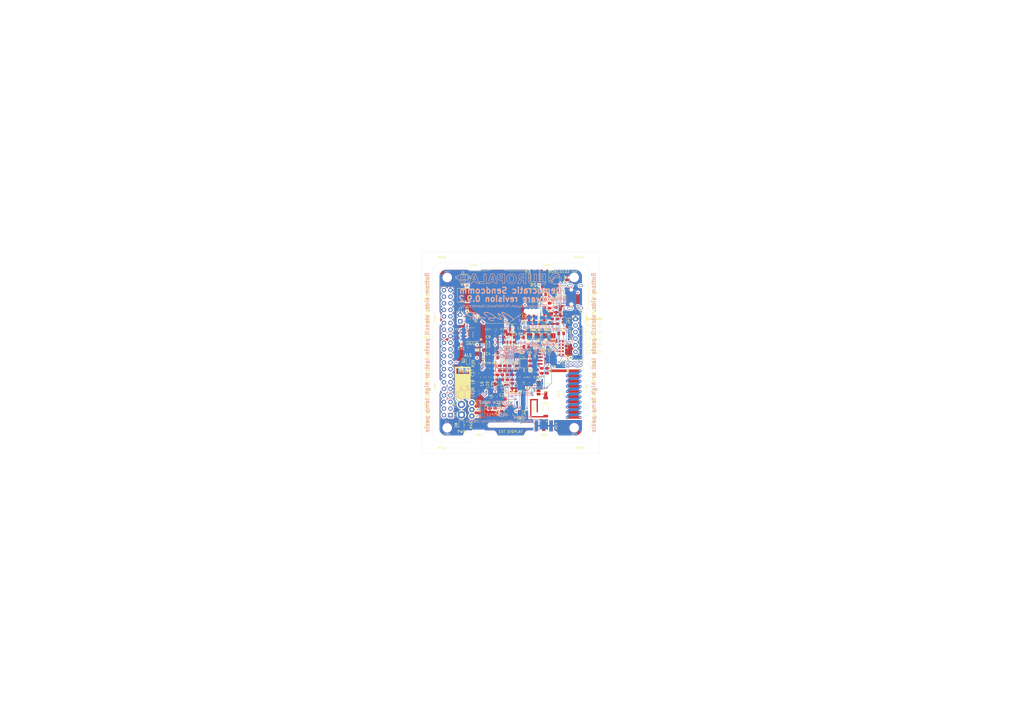
<source format=kicad_pcb>
(kicad_pcb (version 20171130) (host pcbnew 5.1.5+dfsg1-2build2)

  (general
    (thickness 1.6)
    (drawings 177)
    (tracks 1207)
    (zones 0)
    (modules 147)
    (nets 132)
  )

  (page A3)
  (title_block
    (title "Democratic Sendcomm")
    (date 2020-12-26)
    (rev 0.9.2)
    (company "Europalab Devices")
    (comment 1 "Copyright © 2020, Europalab Devices")
    (comment 2 "Fulfilling requirements of 20200210")
    (comment 3 "Pending quality assurance testing")
    (comment 4 "Release revision for manufacturing")
  )

  (layers
    (0 F.Cu signal)
    (1 In1.Cu power)
    (2 In2.Cu power)
    (31 B.Cu signal)
    (34 B.Paste user)
    (35 F.Paste user)
    (36 B.SilkS user)
    (37 F.SilkS user)
    (38 B.Mask user)
    (39 F.Mask user)
    (40 Dwgs.User user)
    (41 Cmts.User user)
    (44 Edge.Cuts user)
    (45 Margin user)
    (46 B.CrtYd user)
    (47 F.CrtYd user)
    (48 B.Fab user)
    (49 F.Fab user)
  )

  (setup
    (last_trace_width 0.09)
    (user_trace_width 0.1016)
    (user_trace_width 0.127)
    (user_trace_width 0.2)
    (trace_clearance 0.09)
    (zone_clearance 0.508)
    (zone_45_only no)
    (trace_min 0.09)
    (via_size 0.356)
    (via_drill 0.2)
    (via_min_size 0.356)
    (via_min_drill 0.2)
    (user_via 0.45 0.2)
    (user_via 0.6 0.3)
    (uvia_size 0.45)
    (uvia_drill 0.1)
    (uvias_allowed no)
    (uvia_min_size 0.45)
    (uvia_min_drill 0.1)
    (edge_width 0.1)
    (segment_width 0.1)
    (pcb_text_width 0.25)
    (pcb_text_size 1 1)
    (mod_edge_width 0.15)
    (mod_text_size 1 1)
    (mod_text_width 0.15)
    (pad_size 2 1.5)
    (pad_drill 0)
    (pad_to_mask_clearance 0)
    (aux_axis_origin 0 0)
    (visible_elements 7FFFFFFF)
    (pcbplotparams
      (layerselection 0x313fc_ffffffff)
      (usegerberextensions true)
      (usegerberattributes false)
      (usegerberadvancedattributes false)
      (creategerberjobfile false)
      (excludeedgelayer true)
      (linewidth 0.150000)
      (plotframeref false)
      (viasonmask false)
      (mode 1)
      (useauxorigin false)
      (hpglpennumber 1)
      (hpglpenspeed 20)
      (hpglpendiameter 15.000000)
      (psnegative false)
      (psa4output false)
      (plotreference true)
      (plotvalue true)
      (plotinvisibletext false)
      (padsonsilk false)
      (subtractmaskfromsilk false)
      (outputformat 1)
      (mirror false)
      (drillshape 0)
      (scaleselection 1)
      (outputdirectory "fabsingle"))
  )

  (net 0 "")
  (net 1 GND)
  (net 2 "Net-(AE1-Pad1)")
  (net 3 /Sheet5F53D5B4/RFSWPWR)
  (net 4 "Net-(C8-Pad1)")
  (net 5 /Sheet5F53D5B4/POWAMP)
  (net 6 "Net-(C13-Pad1)")
  (net 7 /Sheet5F53D5B4/HFOUT)
  (net 8 +3V3)
  (net 9 "Net-(C29-Pad1)")
  (net 10 /Sheet5F53D5B4/HPOUT)
  (net 11 /Sheet5F53D5B4/HFIN)
  (net 12 /Sheet5F53D5B4/BANDSEL)
  (net 13 "Net-(BT1-Pad1)")
  (net 14 /Sheet5F53D5B4/USB_BUS)
  (net 15 "Net-(C33-Pad1)")
  (net 16 "Net-(C34-Pad1)")
  (net 17 /Sheet5F53D5B4/CMDRST)
  (net 18 "Net-(D1-Pad2)")
  (net 19 "Net-(D1-Pad1)")
  (net 20 "Net-(D2-Pad1)")
  (net 21 "Net-(D2-Pad2)")
  (net 22 /Sheet5F53D5B4/USB_P)
  (net 23 /Sheet5F53D5B4/USB_N)
  (net 24 /Sheet60040980/ID_SD)
  (net 25 /Sheet60040980/ID_SC)
  (net 26 /Sheet5F53D5B4/SWDCLK)
  (net 27 "Net-(J3-Pad7)")
  (net 28 "Net-(J3-Pad8)")
  (net 29 "Net-(J4-Pad6)")
  (net 30 /Sheet5F53D5B4/CN_VBAT)
  (net 31 /Sheet5F53D5B4/XCEIV)
  (net 32 "Net-(AE5-Pad2)")
  (net 33 "Net-(C1-Pad1)")
  (net 34 "Net-(C7-Pad1)")
  (net 35 "Net-(C14-Pad1)")
  (net 36 "Net-(C17-Pad1)")
  (net 37 "Net-(C18-Pad2)")
  (net 38 "Net-(C19-Pad2)")
  (net 39 "Net-(C23-Pad2)")
  (net 40 "Net-(C23-Pad1)")
  (net 41 "Net-(C24-Pad1)")
  (net 42 "Net-(C24-Pad2)")
  (net 43 "Net-(C29-Pad2)")
  (net 44 "Net-(C33-Pad2)")
  (net 45 "Net-(C35-Pad2)")
  (net 46 "Net-(C40-Pad1)")
  (net 47 "Net-(J2-PadB5)")
  (net 48 "Net-(J2-PadA8)")
  (net 49 "Net-(J2-PadA5)")
  (net 50 "Net-(J2-PadB8)")
  (net 51 "Net-(J3-Pad2)")
  (net 52 "Net-(J3-Pad3)")
  (net 53 "Net-(J3-Pad4)")
  (net 54 "Net-(J3-Pad5)")
  (net 55 "Net-(J3-Pad10)")
  (net 56 "Net-(J3-Pad11)")
  (net 57 "Net-(J3-Pad12)")
  (net 58 "Net-(J3-Pad13)")
  (net 59 "Net-(J3-Pad15)")
  (net 60 "Net-(J3-Pad16)")
  (net 61 "Net-(J3-Pad18)")
  (net 62 "Net-(J3-Pad19)")
  (net 63 "Net-(J3-Pad21)")
  (net 64 "Net-(J3-Pad22)")
  (net 65 "Net-(J3-Pad23)")
  (net 66 "Net-(J3-Pad24)")
  (net 67 "Net-(J3-Pad26)")
  (net 68 "Net-(J3-Pad29)")
  (net 69 "Net-(J3-Pad31)")
  (net 70 "Net-(J3-Pad32)")
  (net 71 "Net-(J3-Pad33)")
  (net 72 "Net-(J3-Pad35)")
  (net 73 "Net-(J3-Pad36)")
  (net 74 "Net-(J3-Pad37)")
  (net 75 "Net-(J3-Pad38)")
  (net 76 "Net-(J3-Pad40)")
  (net 77 "Net-(J4-Pad7)")
  (net 78 "Net-(J4-Pad8)")
  (net 79 "Net-(J5-Pad2)")
  (net 80 "Net-(J5-Pad3)")
  (net 81 "Net-(J5-Pad6)")
  (net 82 "Net-(J6-Pad1)")
  (net 83 "Net-(L1-Pad2)")
  (net 84 "Net-(R3-Pad1)")
  (net 85 "Net-(R4-Pad1)")
  (net 86 "Net-(R4-Pad2)")
  (net 87 "Net-(U2-Pad5)")
  (net 88 "Net-(U3-PadG1)")
  (net 89 "Net-(U3-PadH1)")
  (net 90 "Net-(U3-PadE3)")
  (net 91 "Net-(U3-PadE4)")
  (net 92 "Net-(U3-PadF4)")
  (net 93 "Net-(U3-PadC7)")
  (net 94 "Net-(U3-PadD7)")
  (net 95 "Net-(U3-PadD8)")
  (net 96 "Net-(U5-Pad3)")
  (net 97 "Net-(U5-Pad4)")
  (net 98 "Net-(U8-Pad7)")
  (net 99 "Net-(U8-Pad3)")
  (net 100 "Net-(U8-Pad2)")
  (net 101 "Net-(U8-Pad1)")
  (net 102 "Net-(U9-Pad1)")
  (net 103 "Net-(U9-Pad2)")
  (net 104 "Net-(U9-Pad3)")
  (net 105 "Net-(U9-Pad7)")
  (net 106 /Sheet5F53D5B4/SWDIO)
  (net 107 "Net-(AE2-Pad1)")
  (net 108 "Net-(AE4-Pad1)")
  (net 109 "Net-(AE5-Pad1)")
  (net 110 "Net-(JP10-Pad1)")
  (net 111 "Net-(J6-Pad2)")
  (net 112 "Net-(J6-Pad3)")
  (net 113 "Net-(J6-Pad4)")
  (net 114 "Net-(J7-Pad1)")
  (net 115 "Net-(C95-Pad1)")
  (net 116 /TP_SCL)
  (net 117 /TP_SDA)
  (net 118 "Net-(J20-Pad6)")
  (net 119 "Net-(J20-Pad7)")
  (net 120 "Net-(J20-Pad8)")
  (net 121 "Net-(Q2-Pad2)")
  (net 122 EXT_UART_TX)
  (net 123 EXT_UART_RX)
  (net 124 "Net-(D8-Pad2)")
  (net 125 USB_TST)
  (net 126 "Net-(TP13-Pad1)")
  (net 127 "Net-(C94-Pad2)")
  (net 128 "Net-(C96-Pad1)")
  (net 129 /Sheet5F53D5B4/CRY_XIN-RSVD)
  (net 130 /Sheet5F53D5B4/CRY_XOUT-RSVD)
  (net 131 "Net-(C97-Pad1)")

  (net_class Default "This is the default net class."
    (clearance 0.09)
    (trace_width 0.09)
    (via_dia 0.356)
    (via_drill 0.2)
    (uvia_dia 0.45)
    (uvia_drill 0.1)
    (add_net +3V3)
    (add_net /Sheet5F53D5B4/BANDSEL)
    (add_net /Sheet5F53D5B4/CMDRST)
    (add_net /Sheet5F53D5B4/CN_VBAT)
    (add_net /Sheet5F53D5B4/CRY_XIN-RSVD)
    (add_net /Sheet5F53D5B4/CRY_XOUT-RSVD)
    (add_net /Sheet5F53D5B4/HFIN)
    (add_net /Sheet5F53D5B4/HFOUT)
    (add_net /Sheet5F53D5B4/HPOUT)
    (add_net /Sheet5F53D5B4/POWAMP)
    (add_net /Sheet5F53D5B4/RFSWPWR)
    (add_net /Sheet5F53D5B4/SWDCLK)
    (add_net /Sheet5F53D5B4/SWDIO)
    (add_net /Sheet5F53D5B4/USB_BUS)
    (add_net /Sheet5F53D5B4/USB_N)
    (add_net /Sheet5F53D5B4/USB_P)
    (add_net /Sheet5F53D5B4/XCEIV)
    (add_net /Sheet60040980/ID_SC)
    (add_net /Sheet60040980/ID_SD)
    (add_net /TP_SCL)
    (add_net /TP_SDA)
    (add_net EXT_UART_RX)
    (add_net EXT_UART_TX)
    (add_net GND)
    (add_net "Net-(AE1-Pad1)")
    (add_net "Net-(AE2-Pad1)")
    (add_net "Net-(AE4-Pad1)")
    (add_net "Net-(AE5-Pad1)")
    (add_net "Net-(AE5-Pad2)")
    (add_net "Net-(BT1-Pad1)")
    (add_net "Net-(C1-Pad1)")
    (add_net "Net-(C13-Pad1)")
    (add_net "Net-(C14-Pad1)")
    (add_net "Net-(C17-Pad1)")
    (add_net "Net-(C18-Pad2)")
    (add_net "Net-(C19-Pad2)")
    (add_net "Net-(C23-Pad1)")
    (add_net "Net-(C23-Pad2)")
    (add_net "Net-(C24-Pad1)")
    (add_net "Net-(C24-Pad2)")
    (add_net "Net-(C29-Pad1)")
    (add_net "Net-(C29-Pad2)")
    (add_net "Net-(C33-Pad1)")
    (add_net "Net-(C33-Pad2)")
    (add_net "Net-(C34-Pad1)")
    (add_net "Net-(C35-Pad2)")
    (add_net "Net-(C40-Pad1)")
    (add_net "Net-(C7-Pad1)")
    (add_net "Net-(C8-Pad1)")
    (add_net "Net-(C94-Pad2)")
    (add_net "Net-(C95-Pad1)")
    (add_net "Net-(C96-Pad1)")
    (add_net "Net-(C97-Pad1)")
    (add_net "Net-(D1-Pad1)")
    (add_net "Net-(D1-Pad2)")
    (add_net "Net-(D2-Pad1)")
    (add_net "Net-(D2-Pad2)")
    (add_net "Net-(D8-Pad2)")
    (add_net "Net-(J2-PadA5)")
    (add_net "Net-(J2-PadA8)")
    (add_net "Net-(J2-PadB5)")
    (add_net "Net-(J2-PadB8)")
    (add_net "Net-(J20-Pad6)")
    (add_net "Net-(J20-Pad7)")
    (add_net "Net-(J20-Pad8)")
    (add_net "Net-(J3-Pad10)")
    (add_net "Net-(J3-Pad11)")
    (add_net "Net-(J3-Pad12)")
    (add_net "Net-(J3-Pad13)")
    (add_net "Net-(J3-Pad15)")
    (add_net "Net-(J3-Pad16)")
    (add_net "Net-(J3-Pad18)")
    (add_net "Net-(J3-Pad19)")
    (add_net "Net-(J3-Pad2)")
    (add_net "Net-(J3-Pad21)")
    (add_net "Net-(J3-Pad22)")
    (add_net "Net-(J3-Pad23)")
    (add_net "Net-(J3-Pad24)")
    (add_net "Net-(J3-Pad26)")
    (add_net "Net-(J3-Pad29)")
    (add_net "Net-(J3-Pad3)")
    (add_net "Net-(J3-Pad31)")
    (add_net "Net-(J3-Pad32)")
    (add_net "Net-(J3-Pad33)")
    (add_net "Net-(J3-Pad35)")
    (add_net "Net-(J3-Pad36)")
    (add_net "Net-(J3-Pad37)")
    (add_net "Net-(J3-Pad38)")
    (add_net "Net-(J3-Pad4)")
    (add_net "Net-(J3-Pad40)")
    (add_net "Net-(J3-Pad5)")
    (add_net "Net-(J3-Pad7)")
    (add_net "Net-(J3-Pad8)")
    (add_net "Net-(J4-Pad6)")
    (add_net "Net-(J4-Pad7)")
    (add_net "Net-(J4-Pad8)")
    (add_net "Net-(J5-Pad2)")
    (add_net "Net-(J5-Pad3)")
    (add_net "Net-(J5-Pad6)")
    (add_net "Net-(J6-Pad1)")
    (add_net "Net-(J6-Pad2)")
    (add_net "Net-(J6-Pad3)")
    (add_net "Net-(J6-Pad4)")
    (add_net "Net-(J7-Pad1)")
    (add_net "Net-(JP10-Pad1)")
    (add_net "Net-(L1-Pad2)")
    (add_net "Net-(Q2-Pad2)")
    (add_net "Net-(R3-Pad1)")
    (add_net "Net-(R4-Pad1)")
    (add_net "Net-(R4-Pad2)")
    (add_net "Net-(TP13-Pad1)")
    (add_net "Net-(U2-Pad5)")
    (add_net "Net-(U3-PadC7)")
    (add_net "Net-(U3-PadD7)")
    (add_net "Net-(U3-PadD8)")
    (add_net "Net-(U3-PadE3)")
    (add_net "Net-(U3-PadE4)")
    (add_net "Net-(U3-PadF4)")
    (add_net "Net-(U3-PadG1)")
    (add_net "Net-(U3-PadH1)")
    (add_net "Net-(U5-Pad3)")
    (add_net "Net-(U5-Pad4)")
    (add_net "Net-(U8-Pad1)")
    (add_net "Net-(U8-Pad2)")
    (add_net "Net-(U8-Pad3)")
    (add_net "Net-(U8-Pad7)")
    (add_net "Net-(U9-Pad1)")
    (add_net "Net-(U9-Pad2)")
    (add_net "Net-(U9-Pad3)")
    (add_net "Net-(U9-Pad7)")
    (add_net USB_TST)
  )

  (net_class Power ""
    (clearance 0.2)
    (trace_width 0.5)
    (via_dia 1)
    (via_drill 0.7)
    (uvia_dia 0.5)
    (uvia_drill 0.1)
  )

  (module Elabdev:Panel_Mousetab_25mm_Single (layer F.Cu) (tedit 5CD9E502) (tstamp 5FEC726C)
    (at 222.5 179.75 90)
    (path /5CD9EB0D)
    (fp_text reference TAB8 (at 0 0) (layer F.SilkS)
      (effects (font (size 0.8 0.8) (thickness 0.13)))
    )
    (fp_text value Pantab (at -3.25 0 180) (layer F.Fab)
      (effects (font (size 1 1) (thickness 0.15)))
    )
    (fp_line (start 1.25 -2.2) (end 1.25 2.2) (layer F.Fab) (width 0.15))
    (fp_line (start -1.25 -2.2) (end -1.25 2.2) (layer F.Fab) (width 0.15))
    (fp_line (start 2.1 -2.6) (end 2.1 2.6) (layer F.CrtYd) (width 0.15))
    (fp_line (start 2.1 2.6) (end -2.1 2.6) (layer F.CrtYd) (width 0.15))
    (fp_line (start -2.1 2.6) (end -2.1 -2.6) (layer F.CrtYd) (width 0.15))
    (fp_line (start -2.1 -2.6) (end 2.1 -2.6) (layer F.CrtYd) (width 0.15))
    (pad "" np_thru_hole circle (at 1.35 2 90) (size 0.5 0.5) (drill 0.5) (layers *.Cu))
    (pad "" np_thru_hole circle (at 1.35 1.2 90) (size 0.5 0.5) (drill 0.5) (layers *.Cu))
    (pad "" np_thru_hole circle (at 1.35 0.4 90) (size 0.5 0.5) (drill 0.5) (layers *.Cu))
    (pad "" np_thru_hole circle (at 1.35 -0.4 90) (size 0.5 0.5) (drill 0.5) (layers *.Cu))
    (pad "" np_thru_hole circle (at 1.35 -1.2 90) (size 0.5 0.5) (drill 0.5) (layers *.Cu))
    (pad "" np_thru_hole circle (at 1.35 -2 90) (size 0.5 0.5) (drill 0.5) (layers *.Cu))
  )

  (module Capacitor_SMD:C_0805_2012Metric (layer F.Cu) (tedit 5B36C52B) (tstamp 5FEB8111)
    (at 211.5 143.0625 270)
    (descr "Capacitor SMD 0805 (2012 Metric), square (rectangular) end terminal, IPC_7351 nominal, (Body size source: https://docs.google.com/spreadsheets/d/1BsfQQcO9C6DZCsRaXUlFlo91Tg2WpOkGARC1WS5S8t0/edit?usp=sharing), generated with kicad-footprint-generator")
    (tags capacitor)
    (path /5F53D5B5/5F609CF5)
    (attr smd)
    (fp_text reference C19 (at -2.0625 0 180) (layer F.SilkS)
      (effects (font (size 0.7 0.7) (thickness 0.1)))
    )
    (fp_text value 15pF (at 0 1.65 90) (layer F.Fab)
      (effects (font (size 1 1) (thickness 0.15)))
    )
    (fp_line (start -1 0.6) (end -1 -0.6) (layer F.Fab) (width 0.1))
    (fp_line (start -1 -0.6) (end 1 -0.6) (layer F.Fab) (width 0.1))
    (fp_line (start 1 -0.6) (end 1 0.6) (layer F.Fab) (width 0.1))
    (fp_line (start 1 0.6) (end -1 0.6) (layer F.Fab) (width 0.1))
    (fp_line (start -0.258578 -0.71) (end 0.258578 -0.71) (layer F.SilkS) (width 0.12))
    (fp_line (start -0.258578 0.71) (end 0.258578 0.71) (layer F.SilkS) (width 0.12))
    (fp_line (start -1.68 0.95) (end -1.68 -0.95) (layer F.CrtYd) (width 0.05))
    (fp_line (start -1.68 -0.95) (end 1.68 -0.95) (layer F.CrtYd) (width 0.05))
    (fp_line (start 1.68 -0.95) (end 1.68 0.95) (layer F.CrtYd) (width 0.05))
    (fp_line (start 1.68 0.95) (end -1.68 0.95) (layer F.CrtYd) (width 0.05))
    (fp_text user %R (at 0 0 90) (layer F.Fab)
      (effects (font (size 0.5 0.5) (thickness 0.08)))
    )
    (pad 1 smd roundrect (at -0.9375 0 270) (size 0.975 1.4) (layers F.Cu F.Paste F.Mask) (roundrect_rratio 0.25)
      (net 1 GND))
    (pad 2 smd roundrect (at 0.9375 0 270) (size 0.975 1.4) (layers F.Cu F.Paste F.Mask) (roundrect_rratio 0.25)
      (net 38 "Net-(C19-Pad2)"))
    (model ${KISYS3DMOD}/Capacitor_SMD.3dshapes/C_0805_2012Metric.wrl
      (at (xyz 0 0 0))
      (scale (xyz 1 1 1))
      (rotate (xyz 0 0 0))
    )
  )

  (module Elabdev:Meinkuerz_sign_480dpi (layer B.Cu) (tedit 0) (tstamp 5FBE809B)
    (at 202 134 180)
    (fp_text reference G1 (at 0 0) (layer B.SilkS) hide
      (effects (font (size 1.524 1.524) (thickness 0.3)) (justify mirror))
    )
    (fp_text value Meinkuerzel_signature (at 0.75 0) (layer B.SilkS) hide
      (effects (font (size 1.524 1.524) (thickness 0.3)) (justify mirror))
    )
    (fp_poly (pts (xy 7.849084 1.675651) (xy 8.303148 1.632827) (xy 8.685942 1.550363) (xy 8.876057 1.481326)
      (xy 9.07938 1.34976) (xy 9.204465 1.178624) (xy 9.241225 0.986809) (xy 9.210768 0.854557)
      (xy 9.078684 0.643748) (xy 8.864557 0.429964) (xy 8.589687 0.233059) (xy 8.471807 0.165759)
      (xy 8.232808 0.053863) (xy 7.923436 -0.068816) (xy 7.576824 -0.190996) (xy 7.226108 -0.301392)
      (xy 6.904421 -0.388723) (xy 6.731621 -0.426811) (xy 6.398868 -0.490816) (xy 6.556265 -0.586535)
      (xy 6.736632 -0.743549) (xy 6.819572 -0.938245) (xy 6.82625 -1.022915) (xy 6.780462 -1.15416)
      (xy 6.660466 -1.295963) (xy 6.49231 -1.424979) (xy 6.30204 -1.517866) (xy 6.258842 -1.531402)
      (xy 6.0446 -1.569955) (xy 5.805186 -1.581627) (xy 5.582286 -1.566858) (xy 5.417587 -1.526091)
      (xy 5.409578 -1.522402) (xy 5.285381 -1.409276) (xy 5.232727 -1.237525) (xy 5.243042 -1.133742)
      (xy 5.545646 -1.133742) (xy 5.569322 -1.243922) (xy 5.599007 -1.270742) (xy 5.725804 -1.30367)
      (xy 5.911501 -1.301091) (xy 6.117136 -1.267785) (xy 6.303743 -1.20853) (xy 6.368163 -1.176419)
      (xy 6.483421 -1.090411) (xy 6.547775 -1.006994) (xy 6.550669 -0.996984) (xy 6.519163 -0.903747)
      (xy 6.404517 -0.814537) (xy 6.229026 -0.742568) (xy 6.060328 -0.706358) (xy 5.903418 -0.693399)
      (xy 5.806355 -0.717484) (xy 5.726223 -0.79035) (xy 5.718194 -0.79992) (xy 5.596762 -0.979847)
      (xy 5.545646 -1.133742) (xy 5.243042 -1.133742) (xy 5.253531 -1.028227) (xy 5.344918 -0.810631)
      (xy 5.442538 -0.642303) (xy 5.295353 -0.646487) (xy 5.12125 -0.625399) (xy 5.035885 -0.550663)
      (xy 5.027083 -0.501447) (xy 5.075804 -0.410776) (xy 5.222941 -0.351671) (xy 5.469958 -0.32355)
      (xy 5.476875 -0.323261) (xy 5.599677 -0.314345) (xy 5.697993 -0.289875) (xy 5.794712 -0.235966)
      (xy 5.912725 -0.138734) (xy 6.074923 0.015705) (xy 6.138333 0.077935) (xy 6.357426 0.284825)
      (xy 6.520758 0.415811) (xy 6.63982 0.476704) (xy 6.726105 0.473318) (xy 6.791106 0.411464)
      (xy 6.792772 0.408883) (xy 6.813029 0.349999) (xy 6.787897 0.281807) (xy 6.704882 0.184844)
      (xy 6.561666 0.048946) (xy 6.270625 -0.217166) (xy 6.532899 -0.183078) (xy 6.900304 -0.115245)
      (xy 7.289474 -0.008645) (xy 7.678243 0.127507) (xy 8.044445 0.283994) (xy 8.365914 0.451601)
      (xy 8.620483 0.621112) (xy 8.749193 0.738377) (xy 8.856936 0.865956) (xy 8.92727 0.965202)
      (xy 8.942916 1.001728) (xy 8.895983 1.084773) (xy 8.773369 1.176095) (xy 8.602358 1.259484)
      (xy 8.410231 1.318727) (xy 8.408998 1.318992) (xy 8.149682 1.354937) (xy 7.8128 1.371973)
      (xy 7.424917 1.370093) (xy 7.012599 1.349291) (xy 6.686734 1.319437) (xy 6.066773 1.222977)
      (xy 5.517194 1.081213) (xy 5.043989 0.897075) (xy 4.653152 0.673494) (xy 4.350673 0.413401)
      (xy 4.142546 0.119727) (xy 4.114637 0.061443) (xy 4.047094 -0.15251) (xy 4.06025 -0.336634)
      (xy 4.160207 -0.518581) (xy 4.270456 -0.644496) (xy 4.390411 -0.79173) (xy 4.431252 -0.900383)
      (xy 4.427296 -0.922309) (xy 4.357272 -0.99719) (xy 4.242023 -0.977517) (xy 4.082983 -0.863726)
      (xy 4.010682 -0.795217) (xy 3.879838 -0.680755) (xy 3.765594 -0.608691) (xy 3.712637 -0.594925)
      (xy 3.6215 -0.594723) (xy 3.455888 -0.585507) (xy 3.246599 -0.569127) (xy 3.175 -0.562633)
      (xy 2.951086 -0.544014) (xy 2.793821 -0.54282) (xy 2.664643 -0.565021) (xy 2.524987 -0.61659)
      (xy 2.371034 -0.687127) (xy 2.100169 -0.795663) (xy 1.89262 -0.837972) (xy 1.841867 -0.837015)
      (xy 1.72083 -0.812158) (xy 1.663036 -0.745697) (xy 1.637803 -0.635) (xy 1.623821 -0.491701)
      (xy 1.628566 -0.389706) (xy 1.630235 -0.383646) (xy 1.692219 -0.322789) (xy 1.789679 -0.330876)
      (xy 1.885465 -0.399867) (xy 1.916539 -0.445597) (xy 1.984375 -0.573694) (xy 2.371569 -0.384068)
      (xy 2.758764 -0.194442) (xy 3.165319 -0.256321) (xy 3.413597 -0.293214) (xy 3.576071 -0.310583)
      (xy 3.67165 -0.304292) (xy 3.719238 -0.270208) (xy 3.737742 -0.204195) (xy 3.744012 -0.129767)
      (xy 3.817818 0.177969) (xy 3.989413 0.470621) (xy 4.251219 0.74303) (xy 4.595656 0.99004)
      (xy 5.015149 1.206492) (xy 5.502117 1.387229) (xy 6.048984 1.527094) (xy 6.228561 1.561184)
      (xy 6.794861 1.64034) (xy 7.340678 1.678326) (xy 7.849084 1.675651)) (layer B.SilkS) (width 0.01))
    (fp_poly (pts (xy -4.580024 1.756567) (xy -4.544854 1.74305) (xy -4.466016 1.67622) (xy -4.437143 1.580417)
      (xy -4.461964 1.447967) (xy -4.544204 1.271201) (xy -4.68759 1.042447) (xy -4.895848 0.754033)
      (xy -5.172705 0.39829) (xy -5.237349 0.3175) (xy -5.411926 0.098408) (xy -5.577817 -0.112809)
      (xy -5.714811 -0.290245) (xy -5.794689 -0.396875) (xy -5.948296 -0.608542) (xy -5.791961 -0.468507)
      (xy -5.700695 -0.392772) (xy -5.541009 -0.266466) (xy -5.329307 -0.10231) (xy -5.081994 0.086977)
      (xy -4.815472 0.288675) (xy -4.815417 0.288716) (xy -4.345432 0.631252) (xy -3.946225 0.897872)
      (xy -3.615767 1.089474) (xy -3.352032 1.206955) (xy -3.152989 1.251211) (xy -3.016612 1.223138)
      (xy -2.940872 1.123633) (xy -2.939055 1.118116) (xy -2.92791 1.023519) (xy -2.955738 0.908417)
      (xy -3.029742 0.759005) (xy -3.157121 0.561475) (xy -3.345079 0.302021) (xy -3.409058 0.217037)
      (xy -3.654587 -0.113597) (xy -3.860834 -0.404313) (xy -4.022275 -0.646491) (xy -4.133388 -0.831509)
      (xy -4.188652 -0.950744) (xy -4.185335 -0.994958) (xy -4.120655 -0.981486) (xy -3.976478 -0.932768)
      (xy -3.770527 -0.855371) (xy -3.520529 -0.755864) (xy -3.349225 -0.685128) (xy -3.06462 -0.570045)
      (xy -2.797019 -0.469163) (xy -2.569108 -0.390505) (xy -2.403576 -0.342097) (xy -2.349431 -0.331513)
      (xy -2.183877 -0.291941) (xy -2.07811 -0.206425) (xy -2.041672 -0.151915) (xy -1.850086 0.096101)
      (xy -1.567603 0.354844) (xy -1.207453 0.616123) (xy -0.78287 0.87175) (xy -0.307084 1.113536)
      (xy 0.206672 1.333293) (xy 0.574448 1.467145) (xy 0.853452 1.556991) (xy 1.074831 1.61415)
      (xy 1.278935 1.645957) (xy 1.506112 1.659747) (xy 1.647661 1.662241) (xy 1.89537 1.661355)
      (xy 2.061526 1.650821) (xy 2.170245 1.626908) (xy 2.245641 1.585888) (xy 2.269431 1.566069)
      (xy 2.364656 1.413892) (xy 2.378536 1.21834) (xy 2.31231 1.002224) (xy 2.231511 0.867835)
      (xy 2.055394 0.653788) (xy 1.846452 0.444397) (xy 1.622129 0.252501) (xy 1.399873 0.090942)
      (xy 1.19713 -0.02744) (xy 1.031346 -0.089804) (xy 0.931657 -0.088852) (xy 0.853749 -0.025156)
      (xy 0.874571 0.06423) (xy 0.991583 0.174246) (xy 1.09802 0.242886) (xy 1.314624 0.387246)
      (xy 1.527802 0.560014) (xy 1.72429 0.746283) (xy 1.890825 0.931146) (xy 2.014146 1.099697)
      (xy 2.080988 1.237027) (xy 2.078088 1.32823) (xy 2.071165 1.336667) (xy 1.954541 1.387475)
      (xy 1.756832 1.400928) (xy 1.494763 1.380087) (xy 1.185063 1.328013) (xy 0.844457 1.247766)
      (xy 0.489674 1.142406) (xy 0.137439 1.014995) (xy -0.00172 0.957368) (xy -0.385109 0.777304)
      (xy -0.74297 0.581237) (xy -1.065571 0.377182) (xy -1.343179 0.173152) (xy -1.566062 -0.022838)
      (xy -1.724487 -0.202776) (xy -1.808722 -0.358647) (xy -1.809035 -0.482438) (xy -1.789329 -0.514562)
      (xy -1.69188 -0.558953) (xy -1.49842 -0.578536) (xy -1.2158 -0.573404) (xy -0.850872 -0.543648)
      (xy -0.464887 -0.496867) (xy -0.056607 -0.452123) (xy 0.260382 -0.442712) (xy 0.494773 -0.469264)
      (xy 0.655256 -0.532408) (xy 0.714552 -0.58228) (xy 0.776217 -0.725165) (xy 0.746162 -0.908878)
      (xy 0.632079 -1.115352) (xy 0.45893 -1.290216) (xy 0.2117 -1.450188) (xy -0.085638 -1.588107)
      (xy -0.409112 -1.696809) (xy -0.734748 -1.769134) (xy -1.038572 -1.797919) (xy -1.296612 -1.776003)
      (xy -1.42875 -1.731015) (xy -1.546706 -1.617759) (xy -1.577815 -1.519827) (xy -1.560687 -1.389395)
      (xy -1.486335 -1.336349) (xy -1.378138 -1.369493) (xy -1.317893 -1.421952) (xy -1.19986 -1.505637)
      (xy -1.092449 -1.534584) (xy -0.859949 -1.513387) (xy -0.579373 -1.457345) (xy -0.297878 -1.377776)
      (xy -0.068589 -1.288836) (xy 0.116249 -1.181832) (xy 0.284174 -1.050661) (xy 0.411262 -0.917533)
      (xy 0.473586 -0.804658) (xy 0.47625 -0.783054) (xy 0.425256 -0.757675) (xy 0.277287 -0.748743)
      (xy 0.039858 -0.755912) (xy -0.279513 -0.778835) (xy -0.673311 -0.817167) (xy -0.956033 -0.849048)
      (xy -1.308534 -0.882196) (xy -1.57585 -0.8857) (xy -1.774982 -0.85746) (xy -1.922933 -0.795374)
      (xy -2.017888 -0.717835) (xy -2.096716 -0.653738) (xy -2.190635 -0.62131) (xy -2.313833 -0.623423)
      (xy -2.480498 -0.662945) (xy -2.704818 -0.742748) (xy -3.00098 -0.865702) (xy -3.216817 -0.960383)
      (xy -3.585839 -1.11854) (xy -3.874386 -1.227749) (xy -4.094462 -1.290524) (xy -4.258069 -1.309381)
      (xy -4.377212 -1.286836) (xy -4.463891 -1.225404) (xy -4.466704 -1.222337) (xy -4.518051 -1.14061)
      (xy -4.530831 -1.040781) (xy -4.500098 -0.912213) (xy -4.420902 -0.744269) (xy -4.288295 -0.526313)
      (xy -4.097327 -0.247708) (xy -3.863138 0.07498) (xy -3.679345 0.325213) (xy -3.519393 0.545064)
      (xy -3.393108 0.720859) (xy -3.310313 0.838921) (xy -3.280834 0.885525) (xy -3.323557 0.888476)
      (xy -3.399896 0.869711) (xy -3.542096 0.805036) (xy -3.750284 0.678102) (xy -4.027571 0.486762)
      (xy -4.377062 0.228867) (xy -4.801868 -0.097732) (xy -4.81991 -0.111817) (xy -5.187034 -0.396401)
      (xy -5.482932 -0.620081) (xy -5.717862 -0.789492) (xy -5.902078 -0.911266) (xy -6.045837 -0.99204)
      (xy -6.159396 -1.038447) (xy -6.25301 -1.057121) (xy -6.283148 -1.058333) (xy -6.40378 -1.045849)
      (xy -6.450441 -0.994435) (xy -6.455563 -0.939271) (xy -6.445942 -0.865735) (xy -6.412644 -0.776476)
      (xy -6.348546 -0.66103) (xy -6.24652 -0.508935) (xy -6.099443 -0.309727) (xy -5.90019 -0.052942)
      (xy -5.641635 0.271882) (xy -5.570553 0.360397) (xy -5.363566 0.620769) (xy -5.174974 0.863504)
      (xy -5.016826 1.072659) (xy -4.901172 1.23229) (xy -4.84006 1.326453) (xy -4.839117 1.328251)
      (xy -4.786636 1.436383) (xy -4.790145 1.473528) (xy -4.856494 1.462433) (xy -4.877731 1.456477)
      (xy -4.973599 1.420322) (xy -5.140081 1.348706) (xy -5.352621 1.252468) (xy -5.55625 1.156974)
      (xy -6.094525 0.881508) (xy -6.644499 0.565345) (xy -7.182748 0.223911) (xy -7.685848 -0.12737)
      (xy -8.130378 -0.473072) (xy -8.424687 -0.732038) (xy -8.650145 -0.95487) (xy -8.800069 -1.131002)
      (xy -8.884377 -1.276175) (xy -8.912984 -1.406131) (xy -8.905425 -1.495188) (xy -8.906488 -1.61853)
      (xy -8.964006 -1.672137) (xy -9.075823 -1.672519) (xy -9.156792 -1.593028) (xy -9.200558 -1.456755)
      (xy -9.200763 -1.286789) (xy -9.151052 -1.106218) (xy -9.131299 -1.06447) (xy -9.024915 -0.913844)
      (xy -8.843627 -0.718433) (xy -8.601654 -0.490528) (xy -8.313213 -0.242422) (xy -7.992524 0.013592)
      (xy -7.653804 0.265222) (xy -7.3545 0.471681) (xy -6.896098 0.764541) (xy -6.449337 1.028776)
      (xy -6.024338 1.259805) (xy -5.631223 1.453048) (xy -5.280112 1.603926) (xy -4.981128 1.707858)
      (xy -4.744392 1.760265) (xy -4.580024 1.756567)) (layer B.SilkS) (width 0.01))
  )

  (module Elabdev:Panel_Mousetab_25mm_Single (layer F.Cu) (tedit 5CD9E59A) (tstamp 5FBE7343)
    (at 224 114.25 270)
    (path /5CD5C3A7)
    (fp_text reference TAB5 (at 0 0 180) (layer F.SilkS)
      (effects (font (size 0.8 0.8) (thickness 0.13)))
    )
    (fp_text value Pantab (at 0 -3.5 270) (layer F.Fab)
      (effects (font (size 1 1) (thickness 0.15)))
    )
    (fp_line (start -2.1 -2.6) (end 2.1 -2.6) (layer F.CrtYd) (width 0.15))
    (fp_line (start -2.1 2.6) (end -2.1 -2.6) (layer F.CrtYd) (width 0.15))
    (fp_line (start 2.1 2.6) (end -2.1 2.6) (layer F.CrtYd) (width 0.15))
    (fp_line (start 2.1 -2.6) (end 2.1 2.6) (layer F.CrtYd) (width 0.15))
    (fp_line (start -1.25 -2.2) (end -1.25 2.2) (layer F.Fab) (width 0.15))
    (fp_line (start 1.25 -2.2) (end 1.25 2.2) (layer F.Fab) (width 0.15))
    (pad "" np_thru_hole circle (at 1.35 -2 270) (size 0.5 0.5) (drill 0.5) (layers *.Cu))
    (pad "" np_thru_hole circle (at 1.35 -1.2 270) (size 0.5 0.5) (drill 0.5) (layers *.Cu))
    (pad "" np_thru_hole circle (at 1.35 -0.4 270) (size 0.5 0.5) (drill 0.5) (layers *.Cu))
    (pad "" np_thru_hole circle (at 1.35 0.4 270) (size 0.5 0.5) (drill 0.5) (layers *.Cu))
    (pad "" np_thru_hole circle (at 1.35 1.2 270) (size 0.5 0.5) (drill 0.5) (layers *.Cu))
    (pad "" np_thru_hole circle (at 1.35 2 270) (size 0.5 0.5) (drill 0.5) (layers *.Cu))
  )

  (module Elabdev:Elablogoslk-Gfx (layer B.Cu) (tedit 0) (tstamp 5FBDF7AF)
    (at 210 119.5 180)
    (fp_text reference G** (at 0 0) (layer B.SilkS) hide
      (effects (font (size 1.524 1.524) (thickness 0.3)) (justify mirror))
    )
    (fp_text value Elablogoslk (at 0.75 0) (layer B.SilkS) hide
      (effects (font (size 1.524 1.524) (thickness 0.3)) (justify mirror))
    )
    (fp_poly (pts (xy -15.405836 -0.675184) (xy -15.287483 -0.702055) (xy -15.188143 -0.754619) (xy -15.108772 -0.827765)
      (xy -15.050327 -0.916382) (xy -15.013763 -1.015359) (xy -15.000037 -1.119584) (xy -15.010104 -1.223945)
      (xy -15.04492 -1.323332) (xy -15.105441 -1.412633) (xy -15.192623 -1.486737) (xy -15.24833 -1.517344)
      (xy -15.356716 -1.550357) (xy -15.476625 -1.557984) (xy -15.592872 -1.539403) (xy -15.602283 -1.53653)
      (xy -15.678123 -1.497127) (xy -15.752493 -1.432517) (xy -15.815972 -1.352895) (xy -15.859141 -1.268459)
      (xy -15.864155 -1.2531) (xy -15.88425 -1.176683) (xy -15.891257 -1.117668) (xy -15.885212 -1.059627)
      (xy -15.866149 -0.986134) (xy -15.864727 -0.981328) (xy -15.815988 -0.8777) (xy -15.739972 -0.790432)
      (xy -15.643773 -0.72426) (xy -15.534487 -0.683915) (xy -15.419207 -0.674131) (xy -15.405836 -0.675184)) (layer B.Mask) (width 0.01))
    (fp_poly (pts (xy 17.476107 1.827609) (xy 17.687258 1.825899) (xy 17.865618 1.824237) (xy 18.014678 1.822477)
      (xy 18.137934 1.82047) (xy 18.238879 1.818068) (xy 18.321005 1.815122) (xy 18.387806 1.811484)
      (xy 18.442776 1.807007) (xy 18.489407 1.801541) (xy 18.531194 1.794939) (xy 18.57163 1.787052)
      (xy 18.6055 1.779685) (xy 18.771822 1.733432) (xy 18.923911 1.673315) (xy 19.054677 1.602656)
      (xy 19.157033 1.524776) (xy 19.164226 1.5179) (xy 19.246251 1.417951) (xy 19.315464 1.294688)
      (xy 19.365371 1.16053) (xy 19.377923 1.109275) (xy 19.39052 1.010407) (xy 19.393203 0.893754)
      (xy 19.386762 0.771789) (xy 19.371983 0.656983) (xy 19.349655 0.561808) (xy 19.341939 0.539811)
      (xy 19.283862 0.430962) (xy 19.19941 0.326298) (xy 19.097976 0.236127) (xy 19.019624 0.185927)
      (xy 18.914298 0.12941) (xy 18.968542 0.109123) (xy 19.093064 0.054672) (xy 19.194891 -0.009335)
      (xy 19.285933 -0.089714) (xy 19.390804 -0.214403) (xy 19.467199 -0.350129) (xy 19.516977 -0.501894)
      (xy 19.541997 -0.674698) (xy 19.545898 -0.789214) (xy 19.53245 -0.987132) (xy 19.491752 -1.163006)
      (xy 19.423278 -1.317328) (xy 19.326496 -1.450588) (xy 19.200879 -1.563277) (xy 19.045898 -1.655885)
      (xy 18.861023 -1.728905) (xy 18.645726 -1.782826) (xy 18.442214 -1.81358) (xy 18.390712 -1.817354)
      (xy 18.307346 -1.820878) (xy 18.196536 -1.82407) (xy 18.062704 -1.826851) (xy 17.910272 -1.829142)
      (xy 17.743659 -1.830864) (xy 17.567287 -1.831936) (xy 17.403536 -1.83228) (xy 16.528143 -1.832429)
      (xy 16.528143 -1.197429) (xy 17.471571 -1.197429) (xy 17.812474 -1.197429) (xy 17.960507 -1.19621)
      (xy 18.077011 -1.192363) (xy 18.166668 -1.185602) (xy 18.234157 -1.175639) (xy 18.257984 -1.170182)
      (xy 18.384709 -1.1231) (xy 18.482481 -1.054854) (xy 18.552639 -0.964254) (xy 18.589417 -0.8761)
      (xy 18.611394 -0.756961) (xy 18.608994 -0.636283) (xy 18.583832 -0.523232) (xy 18.537525 -0.426977)
      (xy 18.502598 -0.383459) (xy 18.44707 -0.333771) (xy 18.385424 -0.294593) (xy 18.312843 -0.264829)
      (xy 18.22451 -0.243381) (xy 18.115607 -0.229153) (xy 17.981316 -0.221046) (xy 17.816821 -0.217964)
      (xy 17.775464 -0.217851) (xy 17.471571 -0.217714) (xy 17.471571 -1.197429) (xy 16.528143 -1.197429)
      (xy 16.528143 1.197428) (xy 17.471571 1.197428) (xy 17.471571 0.417286) (xy 17.804933 0.417286)
      (xy 17.937918 0.418126) (xy 18.040036 0.420891) (xy 18.116671 0.425945) (xy 18.173209 0.433651)
      (xy 18.215035 0.444376) (xy 18.217426 0.445205) (xy 18.319056 0.498467) (xy 18.395331 0.575146)
      (xy 18.444205 0.67085) (xy 18.463631 0.781188) (xy 18.451564 0.901769) (xy 18.443884 0.931299)
      (xy 18.396902 1.030842) (xy 18.322562 1.110813) (xy 18.227195 1.165118) (xy 18.18819 1.177399)
      (xy 18.143627 1.184049) (xy 18.070672 1.189765) (xy 17.977218 1.19415) (xy 17.871155 1.196808)
      (xy 17.790109 1.197428) (xy 17.471571 1.197428) (xy 16.528143 1.197428) (xy 16.528143 1.835008)
      (xy 17.476107 1.827609)) (layer B.Mask) (width 0.01))
    (fp_poly (pts (xy 14.119941 1.828149) (xy 14.684369 1.823357) (xy 15.359475 0) (xy 16.034582 -1.823357)
      (xy 15.571079 -1.828205) (xy 15.445094 -1.82918) (xy 15.331429 -1.829406) (xy 15.235013 -1.828925)
      (xy 15.160777 -1.827781) (xy 15.11365 -1.826018) (xy 15.098562 -1.824039) (xy 15.090052 -1.80483)
      (xy 15.071782 -1.756797) (xy 15.045759 -1.68544) (xy 15.013987 -1.59626) (xy 14.978473 -1.494759)
      (xy 14.977731 -1.49262) (xy 14.865914 -1.170214) (xy 14.120645 -1.165479) (xy 13.375375 -1.160744)
      (xy 13.306737 -1.355979) (xy 13.272699 -1.452448) (xy 13.236904 -1.553325) (xy 13.204622 -1.643779)
      (xy 13.188986 -1.687286) (xy 13.139873 -1.823357) (xy 12.664678 -1.828197) (xy 12.53823 -1.828961)
      (xy 12.425118 -1.828639) (xy 12.329969 -1.827326) (xy 12.257408 -1.825117) (xy 12.212064 -1.822108)
      (xy 12.19843 -1.818559) (xy 12.205849 -1.799875) (xy 12.225002 -1.749455) (xy 12.255032 -1.669593)
      (xy 12.295087 -1.562586) (xy 12.34431 -1.430729) (xy 12.401847 -1.276318) (xy 12.466842 -1.101648)
      (xy 12.538441 -0.909015) (xy 12.615789 -0.700714) (xy 12.69803 -0.479041) (xy 12.702348 -0.467391)
      (xy 13.614056 -0.467391) (xy 13.61958 -0.47467) (xy 13.636172 -0.480187) (xy 13.66764 -0.484184)
      (xy 13.717795 -0.486904) (xy 13.790447 -0.488587) (xy 13.889405 -0.489478) (xy 14.01848 -0.489817)
      (xy 14.115143 -0.489857) (xy 14.270607 -0.489531) (xy 14.392961 -0.488457) (xy 14.485375 -0.486493)
      (xy 14.551022 -0.483496) (xy 14.59307 -0.479323) (xy 14.614692 -0.473831) (xy 14.619171 -0.467179)
      (xy 14.611769 -0.445613) (xy 14.593892 -0.393441) (xy 14.566814 -0.314385) (xy 14.53181 -0.212168)
      (xy 14.490155 -0.090515) (xy 14.443125 0.046852) (xy 14.391994 0.196209) (xy 14.367839 0.266773)
      (xy 14.315439 0.418794) (xy 14.266379 0.559098) (xy 14.221933 0.684192) (xy 14.183374 0.790582)
      (xy 14.151976 0.874778) (xy 14.129011 0.933285) (xy 14.115754 0.96261) (xy 14.11319 0.965273)
      (xy 14.105039 0.945854) (xy 14.08648 0.895813) (xy 14.058824 0.818867) (xy 14.023386 0.718735)
      (xy 13.981478 0.599134) (xy 13.934414 0.463783) (xy 13.883507 0.316398) (xy 13.865167 0.263071)
      (xy 13.813057 0.111504) (xy 13.764295 -0.030104) (xy 13.720215 -0.157901) (xy 13.682146 -0.268036)
      (xy 13.651421 -0.356659) (xy 13.629372 -0.419918) (xy 13.617329 -0.453964) (xy 13.615787 -0.458107)
      (xy 13.614056 -0.467391) (xy 12.702348 -0.467391) (xy 12.784311 -0.246291) (xy 12.842155 -0.090148)
      (xy 12.931409 0.150825) (xy 13.017702 0.38378) (xy 13.100126 0.606258) (xy 13.177768 0.815802)
      (xy 13.249717 1.009954) (xy 13.315063 1.186256) (xy 13.372895 1.34225) (xy 13.422301 1.47548)
      (xy 13.462371 1.583486) (xy 13.492193 1.663811) (xy 13.510857 1.713998) (xy 13.516223 1.728364)
      (xy 13.555513 1.832942) (xy 14.119941 1.828149)) (layer B.Mask) (width 0.01))
    (fp_poly (pts (xy 10.359571 -1.124857) (xy 12.028714 -1.124857) (xy 12.028714 -1.832429) (xy 9.416143 -1.832429)
      (xy 9.416143 1.832429) (xy 10.359571 1.832429) (xy 10.359571 -1.124857)) (layer B.Mask) (width 0.01))
    (fp_poly (pts (xy 8.199353 0.127) (xy 8.288425 -0.113439) (xy 8.374711 -0.34635) (xy 8.457277 -0.569212)
      (xy 8.535188 -0.7795) (xy 8.607508 -0.974691) (xy 8.673302 -1.152261) (xy 8.731636 -1.309687)
      (xy 8.781574 -1.444447) (xy 8.822182 -1.554015) (xy 8.852524 -1.63587) (xy 8.871666 -1.687486)
      (xy 8.876754 -1.701194) (xy 8.925739 -1.83303) (xy 8.45225 -1.828194) (xy 7.97876 -1.823357)
      (xy 7.866169 -1.496786) (xy 7.753577 -1.170214) (xy 6.263113 -1.160744) (xy 6.215979 -1.292479)
      (xy 6.18957 -1.366538) (xy 6.156119 -1.460694) (xy 6.120643 -1.560816) (xy 6.098384 -1.623786)
      (xy 6.027922 -1.823357) (xy 5.555303 -1.828192) (xy 5.082684 -1.833026) (xy 5.109 -1.764692)
      (xy 5.118841 -1.738485) (xy 5.140399 -1.680606) (xy 5.172801 -1.59341) (xy 5.215173 -1.479255)
      (xy 5.26664 -1.3405) (xy 5.32633 -1.1795) (xy 5.393368 -0.998613) (xy 5.46688 -0.800198)
      (xy 5.545992 -0.586611) (xy 5.590624 -0.466084) (xy 6.500383 -0.466084) (xy 6.503747 -0.473226)
      (xy 6.522197 -0.478851) (xy 6.559117 -0.48312) (xy 6.617891 -0.486194) (xy 6.701902 -0.488231)
      (xy 6.814535 -0.489393) (xy 6.959172 -0.489839) (xy 7.003143 -0.489857) (xy 7.158575 -0.489532)
      (xy 7.280898 -0.488459) (xy 7.373282 -0.486498) (xy 7.438898 -0.483504) (xy 7.480918 -0.479336)
      (xy 7.502511 -0.47385) (xy 7.506956 -0.467179) (xy 7.499509 -0.445611) (xy 7.481591 -0.393437)
      (xy 7.454479 -0.31438) (xy 7.419449 -0.212163) (xy 7.377777 -0.090513) (xy 7.33074 0.046847)
      (xy 7.279613 0.196192) (xy 7.255551 0.266494) (xy 7.203171 0.418497) (xy 7.154136 0.558793)
      (xy 7.109719 0.683886) (xy 7.071192 0.790281) (xy 7.039829 0.874483) (xy 7.016902 0.932996)
      (xy 7.003686 0.962326) (xy 7.001147 0.964994) (xy 6.993017 0.945656) (xy 6.974441 0.89568)
      (xy 6.946726 0.818758) (xy 6.911178 0.718582) (xy 6.869105 0.598844) (xy 6.821814 0.463236)
      (xy 6.770613 0.31545) (xy 6.749793 0.255094) (xy 6.697385 0.103053) (xy 6.648476 -0.038716)
      (xy 6.604368 -0.166446) (xy 6.566363 -0.276369) (xy 6.535764 -0.364717) (xy 6.513876 -0.427723)
      (xy 6.502 -0.461619) (xy 6.500383 -0.466084) (xy 5.590624 -0.466084) (xy 5.629831 -0.36021)
      (xy 5.717523 -0.123352) (xy 5.786688 0.0635) (xy 6.438059 1.823357) (xy 7.570937 1.823357)
      (xy 8.199353 0.127)) (layer B.Mask) (width 0.01))
    (fp_poly (pts (xy 3.261178 1.827277) (xy 3.480979 1.825468) (xy 3.667644 1.823588) (xy 3.824324 1.821528)
      (xy 3.954168 1.819181) (xy 4.060326 1.81644) (xy 4.145949 1.813196) (xy 4.214186 1.809344)
      (xy 4.268189 1.804775) (xy 4.311106 1.799382) (xy 4.346087 1.793058) (xy 4.360384 1.789806)
      (xy 4.57993 1.722356) (xy 4.770202 1.633466) (xy 4.931207 1.523128) (xy 5.062949 1.391336)
      (xy 5.165434 1.238084) (xy 5.238668 1.063365) (xy 5.282655 0.867172) (xy 5.297401 0.6495)
      (xy 5.297399 0.645705) (xy 5.288217 0.449129) (xy 5.259944 0.278882) (xy 5.210498 0.129241)
      (xy 5.137794 -0.005519) (xy 5.039749 -0.131121) (xy 4.999026 -0.174012) (xy 4.895224 -0.267312)
      (xy 4.781879 -0.345945) (xy 4.655594 -0.410816) (xy 4.512975 -0.462831) (xy 4.350626 -0.502892)
      (xy 4.165152 -0.531906) (xy 3.953157 -0.550777) (xy 3.711246 -0.56041) (xy 3.542393 -0.562141)
      (xy 3.229428 -0.562429) (xy 3.229428 -1.832429) (xy 2.286 -1.832429) (xy 2.286 1.161143)
      (xy 3.229428 1.161143) (xy 3.229428 0.124325) (xy 3.596821 0.130257) (xy 3.723136 0.132565)
      (xy 3.819164 0.135281) (xy 3.890902 0.139038) (xy 3.944349 0.144469) (xy 3.985502 0.152208)
      (xy 4.020359 0.16289) (xy 4.054919 0.177147) (xy 4.059313 0.17912) (xy 4.169998 0.247064)
      (xy 4.252769 0.337754) (xy 4.306977 0.449997) (xy 4.331976 0.582598) (xy 4.332071 0.68209)
      (xy 4.311044 0.815987) (xy 4.265746 0.924961) (xy 4.194448 1.012525) (xy 4.152688 1.046406)
      (xy 4.091383 1.0851) (xy 4.025279 1.114474) (xy 3.948479 1.135638) (xy 3.855086 1.149702)
      (xy 3.739205 1.157776) (xy 3.594939 1.16097) (xy 3.543117 1.161143) (xy 3.229428 1.161143)
      (xy 2.286 1.161143) (xy 2.286 1.834702) (xy 3.261178 1.827277)) (layer B.Mask) (width 0.01))
    (fp_poly (pts (xy -5.021036 1.832322) (xy -4.790545 1.831953) (xy -4.592718 1.830742) (xy -4.423936 1.828439)
      (xy -4.280582 1.824796) (xy -4.15904 1.819563) (xy -4.05569 1.812491) (xy -3.966916 1.80333)
      (xy -3.8891 1.791831) (xy -3.818625 1.777744) (xy -3.751873 1.760821) (xy -3.685226 1.740812)
      (xy -3.683 1.7401) (xy -3.505143 1.668202) (xy -3.35675 1.57546) (xy -3.237033 1.461065)
      (xy -3.145204 1.32421) (xy -3.080473 1.164086) (xy -3.065095 1.106714) (xy -3.052126 1.024859)
      (xy -3.044784 0.920167) (xy -3.043076 0.805447) (xy -3.04701 0.693506) (xy -3.056593 0.597152)
      (xy -3.064765 0.553367) (xy -3.122067 0.387982) (xy -3.210124 0.241735) (xy -3.328674 0.114934)
      (xy -3.477456 0.007885) (xy -3.57383 -0.043297) (xy -3.737708 -0.121173) (xy -3.668326 -0.14196)
      (xy -3.581385 -0.180968) (xy -3.486689 -0.24535) (xy -3.393008 -0.328178) (xy -3.309114 -0.42252)
      (xy -3.302741 -0.430815) (xy -3.267184 -0.483895) (xy -3.217707 -0.567269) (xy -3.155723 -0.678343)
      (xy -3.082645 -0.814521) (xy -2.999885 -0.973211) (xy -2.908856 -1.151818) (xy -2.893023 -1.183254)
      (xy -2.82288 -1.322987) (xy -2.758127 -1.452445) (xy -2.700522 -1.56808) (xy -2.651821 -1.666341)
      (xy -2.613784 -1.743682) (xy -2.588166 -1.796552) (xy -2.576727 -1.821403) (xy -2.576286 -1.822789)
      (xy -2.593653 -1.825316) (xy -2.642652 -1.827593) (xy -2.718631 -1.829528) (xy -2.816936 -1.831032)
      (xy -2.932915 -1.832014) (xy -3.061914 -1.832384) (xy -3.070679 -1.832385) (xy -3.565072 -1.832341)
      (xy -3.841286 -1.280998) (xy -3.935266 -1.094993) (xy -4.016708 -0.93913) (xy -4.088439 -0.810677)
      (xy -4.153287 -0.706904) (xy -4.214078 -0.625078) (xy -4.27364 -0.562471) (xy -4.334799 -0.51635)
      (xy -4.400382 -0.483984) (xy -4.473218 -0.462643) (xy -4.556132 -0.449597) (xy -4.651953 -0.442113)
      (xy -4.712607 -0.439322) (xy -4.934857 -0.43053) (xy -4.934857 -1.832429) (xy -5.878286 -1.832429)
      (xy -5.878286 0.194859) (xy -4.934857 0.194859) (xy -4.640036 0.20436) (xy -4.485926 0.211499)
      (xy -4.366408 0.22194) (xy -4.279926 0.23584) (xy -4.249825 0.243746) (xy -4.144318 0.293932)
      (xy -4.063726 0.369853) (xy -4.008771 0.470198) (xy -3.980174 0.593659) (xy -3.978435 0.736049)
      (xy -3.99804 0.857385) (xy -4.035625 0.958384) (xy -4.088688 1.032538) (xy -4.094482 1.037986)
      (xy -4.130735 1.063292) (xy -4.185257 1.093514) (xy -4.218877 1.109665) (xy -4.256325 1.124906)
      (xy -4.295556 1.136159) (xy -4.3433 1.144228) (xy -4.406282 1.149916) (xy -4.491232 1.154025)
      (xy -4.604875 1.15736) (xy -4.621893 1.157773) (xy -4.934857 1.165259) (xy -4.934857 0.194859)
      (xy -5.878286 0.194859) (xy -5.878286 1.832429) (xy -5.021036 1.832322)) (layer B.Mask) (width 0.01))
    (fp_poly (pts (xy -10.867571 1.124857) (xy -12.482286 1.124857) (xy -12.482286 0.435429) (xy -10.976429 0.435429)
      (xy -10.976429 -0.272143) (xy -12.482286 -0.272143) (xy -12.482286 -1.124857) (xy -10.813143 -1.124857)
      (xy -10.813143 -1.832429) (xy -13.425714 -1.832429) (xy -13.425714 1.832429) (xy -10.867571 1.832429)
      (xy -10.867571 1.124857)) (layer B.Mask) (width 0.01))
    (fp_poly (pts (xy -0.228978 1.89448) (xy -0.078724 1.888371) (xy 0.055719 1.876762) (xy 0.151065 1.86234)
      (xy 0.390616 1.801445) (xy 0.605048 1.717288) (xy 0.798897 1.607509) (xy 0.976703 1.469751)
      (xy 1.061357 1.38929) (xy 1.213795 1.212223) (xy 1.337717 1.01768) (xy 1.433707 0.804035)
      (xy 1.502349 0.569664) (xy 1.544225 0.31294) (xy 1.559919 0.032239) (xy 1.560072 0)
      (xy 1.5472 -0.283492) (xy 1.5082 -0.542822) (xy 1.442499 -0.779588) (xy 1.349522 -0.99539)
      (xy 1.228695 -1.191828) (xy 1.079444 -1.370501) (xy 1.061357 -1.389048) (xy 0.896512 -1.53709)
      (xy 0.720815 -1.65755) (xy 0.53061 -1.751843) (xy 0.322238 -1.821386) (xy 0.092042 -1.867598)
      (xy -0.163636 -1.891894) (xy -0.244929 -1.895095) (xy -0.344247 -1.897272) (xy -0.433738 -1.898118)
      (xy -0.505666 -1.897644) (xy -0.552295 -1.895858) (xy -0.562429 -1.894726) (xy -0.602523 -1.888187)
      (xy -0.665462 -1.878473) (xy -0.738175 -1.867598) (xy -0.743857 -1.866762) (xy -0.987164 -1.813977)
      (xy -1.214974 -1.730312) (xy -1.424808 -1.617574) (xy -1.614186 -1.477568) (xy -1.78063 -1.3121)
      (xy -1.92166 -1.122975) (xy -2.025001 -0.933616) (xy -2.105385 -0.721719) (xy -2.162321 -0.489395)
      (xy -2.195876 -0.243481) (xy -2.205744 0) (xy -1.222288 0) (xy -1.221796 -0.128993)
      (xy -1.219948 -0.228802) (xy -1.216185 -0.306517) (xy -1.20995 -0.369231) (xy -1.200684 -0.424036)
      (xy -1.187828 -0.478023) (xy -1.183354 -0.494518) (xy -1.114887 -0.688703) (xy -1.025572 -0.853973)
      (xy -0.916566 -0.989615) (xy -0.789032 -1.09492) (xy -0.644127 -1.169176) (xy -0.483013 -1.211671)
      (xy -0.306849 -1.221694) (xy -0.116795 -1.198534) (xy -0.057367 -1.18504) (xy 0.084118 -1.131346)
      (xy 0.213032 -1.045953) (xy 0.326853 -0.932026) (xy 0.423063 -0.79273) (xy 0.499138 -0.631233)
      (xy 0.55256 -0.450698) (xy 0.56112 -0.408214) (xy 0.584828 -0.229692) (xy 0.593933 -0.038244)
      (xy 0.588859 0.15539) (xy 0.57003 0.340473) (xy 0.537873 0.506266) (xy 0.522796 0.560199)
      (xy 0.450801 0.743853) (xy 0.357363 0.898533) (xy 0.243303 1.023688) (xy 0.109438 1.118771)
      (xy -0.043412 1.183232) (xy -0.214428 1.216521) (xy -0.402793 1.218089) (xy -0.451366 1.213587)
      (xy -0.615554 1.178187) (xy -0.763149 1.110952) (xy -0.893253 1.012766) (xy -1.004968 0.884509)
      (xy -1.097397 0.727063) (xy -1.169644 0.541309) (xy -1.183354 0.494518) (xy -1.197354 0.439443)
      (xy -1.207603 0.385605) (xy -1.214658 0.325911) (xy -1.21908 0.25327) (xy -1.221425 0.160591)
      (xy -1.222252 0.04078) (xy -1.222288 0) (xy -2.205744 0) (xy -2.206117 0.009184)
      (xy -2.193113 0.261761) (xy -2.156929 0.507413) (xy -2.097634 0.739303) (xy -2.015294 0.95059)
      (xy -2.006273 0.969348) (xy -1.884663 1.178429) (xy -1.737221 1.362156) (xy -1.564379 1.520214)
      (xy -1.366569 1.652289) (xy -1.144222 1.758066) (xy -0.897769 1.837229) (xy -0.781432 1.863623)
      (xy -0.671269 1.87966) (xy -0.535583 1.890138) (xy -0.384709 1.895074) (xy -0.228978 1.89448)) (layer B.Mask) (width 0.01))
    (fp_poly (pts (xy -6.826317 0.53975) (xy -6.827566 0.291846) (xy -6.828746 0.077441) (xy -6.829948 -0.106249)
      (xy -6.831263 -0.262012) (xy -6.83278 -0.392631) (xy -6.834591 -0.500893) (xy -6.836785 -0.589584)
      (xy -6.839454 -0.661489) (xy -6.842688 -0.719394) (xy -6.846576 -0.766085) (xy -6.85121 -0.804347)
      (xy -6.856681 -0.836965) (xy -6.863077 -0.866726) (xy -6.870491 -0.896416) (xy -6.8733 -0.907143)
      (xy -6.945951 -1.121606) (xy -7.044066 -1.310445) (xy -7.167245 -1.473259) (xy -7.315092 -1.609643)
      (xy -7.487208 -1.719196) (xy -7.683195 -1.801513) (xy -7.78606 -1.831342) (xy -7.99491 -1.872121)
      (xy -8.223254 -1.895786) (xy -8.458202 -1.901599) (xy -8.686866 -1.888819) (xy -8.721534 -1.885054)
      (xy -8.963638 -1.84308) (xy -9.179163 -1.776508) (xy -9.368393 -1.685132) (xy -9.531612 -1.568747)
      (xy -9.669105 -1.427148) (xy -9.781154 -1.260129) (xy -9.868045 -1.067486) (xy -9.873312 -1.052694)
      (xy -9.89064 -1.002703) (xy -9.90567 -0.956653) (xy -9.918583 -0.911642) (xy -9.929558 -0.86477)
      (xy -9.938774 -0.813136) (xy -9.94641 -0.75384) (xy -9.952646 -0.68398) (xy -9.957661 -0.600657)
      (xy -9.961634 -0.500969) (xy -9.964745 -0.382017) (xy -9.967173 -0.240898) (xy -9.969097 -0.074714)
      (xy -9.970696 0.119438) (xy -9.972151 0.344458) (xy -9.973434 0.566964) (xy -9.980598 1.832428)
      (xy -9.50787 1.832428) (xy -9.035143 1.832429) (xy -9.035006 0.639536) (xy -9.034686 0.395346)
      (xy -9.033808 0.170485) (xy -9.032401 -0.032809) (xy -9.030499 -0.2123) (xy -9.028133 -0.365749)
      (xy -9.025336 -0.490919) (xy -9.022138 -0.585571) (xy -9.018573 -0.647469) (xy -9.01636 -0.667414)
      (xy -8.977519 -0.830688) (xy -8.918726 -0.963883) (xy -8.839697 -1.067414) (xy -8.740148 -1.141696)
      (xy -8.670648 -1.172329) (xy -8.573978 -1.195565) (xy -8.459225 -1.207176) (xy -8.338386 -1.207365)
      (xy -8.223459 -1.196337) (xy -8.126439 -1.174296) (xy -8.095567 -1.162546) (xy -7.993559 -1.101899)
      (xy -7.911492 -1.018493) (xy -7.848023 -0.909845) (xy -7.801809 -0.773475) (xy -7.771504 -0.606899)
      (xy -7.765546 -0.553072) (xy -7.762345 -0.501945) (xy -7.759316 -0.41837) (xy -7.756513 -0.306182)
      (xy -7.75399 -0.169219) (xy -7.7518 -0.011318) (xy -7.749999 0.163684) (xy -7.748639 0.351952)
      (xy -7.747776 0.549647) (xy -7.747468 0.73025) (xy -7.747 1.832429) (xy -6.819926 1.832429)
      (xy -6.826317 0.53975)) (layer B.Mask) (width 0.01))
    (fp_poly (pts (xy -17.270857 2.058311) (xy -17.102743 2.039596) (xy -16.954974 2.011439) (xy -16.938388 2.007237)
      (xy -16.682976 1.922338) (xy -16.444847 1.807365) (xy -16.225908 1.664916) (xy -16.028068 1.497588)
      (xy -15.853234 1.30798) (xy -15.703315 1.098689) (xy -15.580218 0.872311) (xy -15.48585 0.631446)
      (xy -15.422121 0.37869) (xy -15.390938 0.116641) (xy -15.390801 -0.099786) (xy -15.397211 -0.193957)
      (xy -15.406041 -0.286438) (xy -15.415923 -0.364098) (xy -15.4221 -0.39964) (xy -15.442959 -0.499923)
      (xy -15.566749 -0.492929) (xy -15.69629 -0.496243) (xy -15.806108 -0.524692) (xy -15.905682 -0.581873)
      (xy -15.985309 -0.651692) (xy -16.069093 -0.751088) (xy -16.120703 -0.853346) (xy -16.143679 -0.967732)
      (xy -16.144231 -1.067409) (xy -16.120321 -1.203444) (xy -16.066076 -1.323863) (xy -16.008031 -1.399469)
      (xy -15.962886 -1.447295) (xy -16.094134 -1.560257) (xy -16.310437 -1.72361) (xy -16.545788 -1.859063)
      (xy -16.794158 -1.963425) (xy -16.940397 -2.008082) (xy -17.019918 -2.027472) (xy -17.094181 -2.041279)
      (xy -17.17315 -2.05063) (xy -17.266789 -2.056652) (xy -17.385063 -2.060472) (xy -17.408072 -2.060978)
      (xy -17.582144 -2.061629) (xy -17.721649 -2.055588) (xy -17.826043 -2.042881) (xy -17.828434 -2.042434)
      (xy -18.09035 -1.975071) (xy -18.339379 -1.875706) (xy -18.57251 -1.74658) (xy -18.786736 -1.589936)
      (xy -18.979046 -1.408016) (xy -19.14643 -1.203063) (xy -19.285879 -0.977319) (xy -19.303382 -0.943429)
      (xy -19.40388 -0.716746) (xy -19.473153 -0.493719) (xy -19.513584 -0.264321) (xy -19.527555 -0.018526)
      (xy -19.527603 0) (xy -19.523937 0.15642) (xy -19.511711 0.292381) (xy -19.488713 0.423151)
      (xy -19.452732 0.563998) (xy -19.439294 0.609771) (xy -19.395104 0.7569) (xy -19.299659 0.768363)
      (xy -19.217327 0.774864) (xy -19.109125 0.778584) (xy -18.985357 0.77962) (xy -18.856324 0.778069)
      (xy -18.73233 0.774028) (xy -18.623675 0.767594) (xy -18.559667 0.761405) (xy -18.346158 0.726115)
      (xy -18.114459 0.671283) (xy -17.874767 0.599973) (xy -17.637277 0.515246) (xy -17.412186 0.420167)
      (xy -17.391389 0.410506) (xy -17.192189 0.309102) (xy -16.979233 0.186332) (xy -16.762202 0.04853)
      (xy -16.550777 -0.09797) (xy -16.354639 -0.246832) (xy -16.234754 -0.346335) (xy -16.182789 -0.389353)
      (xy -16.140243 -0.420967) (xy -16.115285 -0.435171) (xy -16.113595 -0.435429) (xy -16.098753 -0.418839)
      (xy -16.08788 -0.374973) (xy -16.081591 -0.312682) (xy -16.080498 -0.240821) (xy -16.085215 -0.168243)
      (xy -16.09198 -0.123374) (xy -16.144244 0.049757) (xy -16.231957 0.220297) (xy -16.354341 0.387676)
      (xy -16.510616 0.551322) (xy -16.700002 0.710665) (xy -16.92172 0.865135) (xy -17.17499 1.014159)
      (xy -17.459033 1.157168) (xy -17.773069 1.293591) (xy -18.116318 1.422856) (xy -18.278929 1.47815)
      (xy -18.388878 1.514177) (xy -18.490967 1.547257) (xy -18.578701 1.575313) (xy -18.645583 1.596269)
      (xy -18.68512 1.608052) (xy -18.687143 1.608599) (xy -18.750643 1.625466) (xy -18.659929 1.691696)
      (xy -18.496644 1.795397) (xy -18.30896 1.88838) (xy -18.108236 1.966085) (xy -17.905832 2.023954)
      (xy -17.765054 2.050834) (xy -17.615233 2.064627) (xy -17.446094 2.066887) (xy -17.270857 2.058311)) (layer B.Mask) (width 0.01))
    (fp_poly (pts (xy 17.917836 1.28629) (xy 18.054785 1.279804) (xy 18.165087 1.267294) (xy 18.253486 1.247368)
      (xy 18.324731 1.218633) (xy 18.383566 1.179699) (xy 18.434739 1.129175) (xy 18.476528 1.07498)
      (xy 18.504025 1.031532) (xy 18.521261 0.989192) (xy 18.531376 0.93622) (xy 18.537511 0.86088)
      (xy 18.538464 0.84349) (xy 18.537958 0.720191) (xy 18.520204 0.622334) (xy 18.482677 0.542196)
      (xy 18.422848 0.472055) (xy 18.414344 0.464209) (xy 18.370632 0.426221) (xy 18.330198 0.396654)
      (xy 18.287703 0.374358) (xy 18.237806 0.358182) (xy 18.175166 0.346978) (xy 18.094443 0.339595)
      (xy 17.990296 0.334883) (xy 17.857385 0.331693) (xy 17.793607 0.330563) (xy 17.380857 0.323601)
      (xy 17.380857 0.729383) (xy 17.56512 0.729383) (xy 17.565212 0.64451) (xy 17.566495 0.578701)
      (xy 17.568875 0.538977) (xy 17.570281 0.531476) (xy 17.592055 0.520343) (xy 17.642672 0.512548)
      (xy 17.714852 0.507986) (xy 17.801316 0.506549) (xy 17.894785 0.50813) (xy 17.98798 0.512623)
      (xy 18.073622 0.519919) (xy 18.14443 0.529914) (xy 18.187794 0.540544) (xy 18.272117 0.582877)
      (xy 18.327185 0.643869) (xy 18.355424 0.727116) (xy 18.360543 0.796433) (xy 18.348404 0.904009)
      (xy 18.311217 0.986622) (xy 18.247726 1.046703) (xy 18.2245 1.060112) (xy 18.193142 1.074475)
      (xy 18.159093 1.084668) (xy 18.115636 1.091387) (xy 18.056053 1.095326) (xy 17.973626 1.097179)
      (xy 17.861643 1.097643) (xy 17.571357 1.097643) (xy 17.566315 0.826297) (xy 17.56512 0.729383)
      (xy 17.380857 0.729383) (xy 17.380857 1.288143) (xy 17.749493 1.288143) (xy 17.917836 1.28629)) (layer B.SilkS) (width 0.01))
    (fp_poly (pts (xy 17.68475 -0.127322) (xy 17.877097 -0.129458) (xy 18.03749 -0.136052) (xy 18.170089 -0.14805)
      (xy 18.279056 -0.166399) (xy 18.36855 -0.192045) (xy 18.442734 -0.225937) (xy 18.505768 -0.269019)
      (xy 18.561812 -0.322239) (xy 18.567122 -0.328076) (xy 18.630512 -0.413985) (xy 18.670957 -0.50888)
      (xy 18.691232 -0.621399) (xy 18.694842 -0.725714) (xy 18.677935 -0.871409) (xy 18.630791 -0.9974)
      (xy 18.554075 -1.102703) (xy 18.448456 -1.186334) (xy 18.350027 -1.234497) (xy 18.313242 -1.247952)
      (xy 18.276743 -1.258357) (xy 18.235037 -1.266222) (xy 18.182629 -1.272051) (xy 18.114025 -1.276354)
      (xy 18.023731 -1.279637) (xy 17.906251 -1.282407) (xy 17.81175 -1.284191) (xy 17.380857 -1.291917)
      (xy 17.380857 -0.704548) (xy 17.562286 -0.704548) (xy 17.562912 -0.818333) (xy 17.564662 -0.919775)
      (xy 17.56734 -1.003282) (xy 17.570755 -1.063261) (xy 17.57471 -1.09412) (xy 17.575893 -1.096785)
      (xy 17.599123 -1.10204) (xy 17.651483 -1.104745) (xy 17.725926 -1.10518) (xy 17.815407 -1.103622)
      (xy 17.912878 -1.100348) (xy 18.011294 -1.095636) (xy 18.103609 -1.089763) (xy 18.182776 -1.083008)
      (xy 18.24175 -1.075649) (xy 18.269857 -1.069441) (xy 18.372131 -1.019227) (xy 18.445362 -0.949066)
      (xy 18.490921 -0.856888) (xy 18.510181 -0.740622) (xy 18.51105 -0.705457) (xy 18.497542 -0.583062)
      (xy 18.456802 -0.484556) (xy 18.388504 -0.409483) (xy 18.292323 -0.357388) (xy 18.253848 -0.345005)
      (xy 18.213991 -0.338923) (xy 18.14545 -0.333689) (xy 18.055824 -0.329671) (xy 17.952712 -0.327237)
      (xy 17.87525 -0.326673) (xy 17.562286 -0.326572) (xy 17.562286 -0.704548) (xy 17.380857 -0.704548)
      (xy 17.380857 -0.127) (xy 17.68475 -0.127322)) (layer B.SilkS) (width 0.01))
    (fp_poly (pts (xy 14.121277 1.222939) (xy 14.139569 1.177499) (xy 14.167285 1.103946) (xy 14.203299 1.005403)
      (xy 14.246485 0.884992) (xy 14.29572 0.745835) (xy 14.349877 0.591055) (xy 14.407831 0.423773)
      (xy 14.432643 0.351674) (xy 14.491932 0.179065) (xy 14.547704 0.016714) (xy 14.598838 -0.132122)
      (xy 14.644217 -0.264186) (xy 14.68272 -0.376222) (xy 14.713228 -0.464971) (xy 14.734623 -0.527178)
      (xy 14.745784 -0.559586) (xy 14.747119 -0.563436) (xy 14.731103 -0.568092) (xy 14.681055 -0.572105)
      (xy 14.599223 -0.575414) (xy 14.487856 -0.577957) (xy 14.349204 -0.579674) (xy 14.185514 -0.580502)
      (xy 14.117417 -0.580571) (xy 13.481668 -0.580571) (xy 13.550179 -0.382995) (xy 13.752286 -0.382995)
      (xy 13.769527 -0.387914) (xy 13.817649 -0.392225) (xy 13.891247 -0.39569) (xy 13.984918 -0.398066)
      (xy 14.093258 -0.399114) (xy 14.115143 -0.399143) (xy 14.245154 -0.398608) (xy 14.342499 -0.396854)
      (xy 14.410781 -0.393655) (xy 14.453605 -0.388786) (xy 14.474576 -0.382022) (xy 14.478196 -0.376464)
      (xy 14.472592 -0.350253) (xy 14.456769 -0.296749) (xy 14.432498 -0.220971) (xy 14.401551 -0.127939)
      (xy 14.365696 -0.022673) (xy 14.326704 0.089808) (xy 14.286347 0.204483) (xy 14.246393 0.316334)
      (xy 14.208614 0.42034) (xy 14.174779 0.511481) (xy 14.14666 0.584739) (xy 14.126026 0.635093)
      (xy 14.114648 0.657524) (xy 14.11333 0.658087) (xy 14.104503 0.638312) (xy 14.085886 0.589371)
      (xy 14.059288 0.516479) (xy 14.02652 0.424854) (xy 13.989388 0.31971) (xy 13.949703 0.206264)
      (xy 13.909273 0.089732) (xy 13.869907 -0.02467) (xy 13.833414 -0.131725) (xy 13.801604 -0.226219)
      (xy 13.776283 -0.302935) (xy 13.759263 -0.356657) (xy 13.752351 -0.382169) (xy 13.752286 -0.382995)
      (xy 13.550179 -0.382995) (xy 13.596483 -0.249464) (xy 13.632184 -0.146279) (xy 13.676964 -0.016496)
      (xy 13.72816 0.132149) (xy 13.78311 0.29192) (xy 13.839153 0.455081) (xy 13.893627 0.613895)
      (xy 13.907075 0.653143) (xy 13.954158 0.790045) (xy 13.997809 0.915927) (xy 14.036575 1.026684)
      (xy 14.069005 1.118214) (xy 14.09365 1.186412) (xy 14.109057 1.227174) (xy 14.113533 1.237145)
      (xy 14.121277 1.222939)) (layer B.SilkS) (width 0.01))
    (fp_poly (pts (xy 7.009104 1.222935) (xy 7.027411 1.177482) (xy 7.055126 1.103908) (xy 7.091127 1.005334)
      (xy 7.134289 0.884879) (xy 7.183489 0.745666) (xy 7.237604 0.590814) (xy 7.29551 0.423444)
      (xy 7.320643 0.350304) (xy 7.379884 0.177599) (xy 7.435614 0.015195) (xy 7.486717 -0.133657)
      (xy 7.532076 -0.265709) (xy 7.570575 -0.377713) (xy 7.601097 -0.46642) (xy 7.622526 -0.528581)
      (xy 7.633746 -0.560946) (xy 7.635119 -0.564806) (xy 7.619103 -0.568506) (xy 7.570757 -0.571889)
      (xy 7.494034 -0.574854) (xy 7.392888 -0.577303) (xy 7.271274 -0.579136) (xy 7.133146 -0.580256)
      (xy 7.005309 -0.580571) (xy 6.369451 -0.580571) (xy 6.437761 -0.382739) (xy 6.640286 -0.382739)
      (xy 6.657585 -0.387871) (xy 6.706114 -0.392305) (xy 6.780819 -0.395812) (xy 6.876647 -0.398163)
      (xy 6.988546 -0.399131) (xy 7.003143 -0.399143) (xy 7.133127 -0.398609) (xy 7.230445 -0.396857)
      (xy 7.298702 -0.393662) (xy 7.341504 -0.388798) (xy 7.362457 -0.38204) (xy 7.366067 -0.376464)
      (xy 7.360381 -0.350266) (xy 7.344441 -0.296776) (xy 7.320027 -0.221016) (xy 7.288918 -0.128009)
      (xy 7.252894 -0.022775) (xy 7.213731 0.089663) (xy 7.173211 0.204285) (xy 7.133111 0.316067)
      (xy 7.09521 0.419989) (xy 7.061287 0.511028) (xy 7.033121 0.584164) (xy 7.012492 0.634373)
      (xy 7.001177 0.656636) (xy 6.999915 0.657173) (xy 6.991125 0.637536) (xy 6.972575 0.588723)
      (xy 6.94607 0.515949) (xy 6.913413 0.424431) (xy 6.876408 0.319386) (xy 6.83686 0.206031)
      (xy 6.796572 0.089582) (xy 6.757349 -0.024744) (xy 6.720994 -0.13173) (xy 6.689313 -0.22616)
      (xy 6.664108 -0.302817) (xy 6.647184 -0.356485) (xy 6.640345 -0.381947) (xy 6.640286 -0.382739)
      (xy 6.437761 -0.382739) (xy 6.515103 -0.15875) (xy 6.56389 -0.017316) (xy 6.620546 0.147163)
      (xy 6.681187 0.3234) (xy 6.741931 0.500109) (xy 6.798896 0.666004) (xy 6.825601 0.743857)
      (xy 6.868787 0.869149) (xy 6.908519 0.98316) (xy 6.943194 1.081393) (xy 6.971211 1.159348)
      (xy 6.990966 1.212526) (xy 7.000856 1.236427) (xy 7.001331 1.237146) (xy 7.009104 1.222935)) (layer B.SilkS) (width 0.01))
    (fp_poly (pts (xy 3.469821 1.25172) (xy 3.639453 1.249943) (xy 3.777717 1.244388) (xy 3.889387 1.234487)
      (xy 3.97924 1.219671) (xy 4.05205 1.199373) (xy 4.107012 1.175919) (xy 4.20351 1.119377)
      (xy 4.274558 1.057688) (xy 4.330625 0.980547) (xy 4.358698 0.928143) (xy 4.386927 0.867671)
      (xy 4.404373 0.817864) (xy 4.413558 0.766132) (xy 4.417003 0.699888) (xy 4.417343 0.635381)
      (xy 4.415033 0.54058) (xy 4.40758 0.470903) (xy 4.393344 0.415356) (xy 4.379391 0.381)
      (xy 4.30689 0.260497) (xy 4.21178 0.167276) (xy 4.160013 0.132901) (xy 4.101562 0.102304)
      (xy 4.03976 0.07869) (xy 3.969016 0.061238) (xy 3.883741 0.049123) (xy 3.778344 0.041522)
      (xy 3.647235 0.037612) (xy 3.506107 0.036569) (xy 3.138714 0.036286) (xy 3.138714 0.217714)
      (xy 3.319474 0.217714) (xy 3.588658 0.217714) (xy 3.724055 0.219535) (xy 3.828565 0.225268)
      (xy 3.907418 0.235318) (xy 3.952931 0.245952) (xy 4.064296 0.295777) (xy 4.149888 0.369752)
      (xy 4.207908 0.464789) (xy 4.236555 0.577799) (xy 4.23403 0.705695) (xy 4.231259 0.7236)
      (xy 4.196708 0.839804) (xy 4.13642 0.930844) (xy 4.049545 0.997964) (xy 4.040041 1.003057)
      (xy 3.966856 1.029431) (xy 3.864473 1.049521) (xy 3.739561 1.062525) (xy 3.598793 1.067643)
      (xy 3.510643 1.066628) (xy 3.329214 1.061357) (xy 3.324344 0.639536) (xy 3.319474 0.217714)
      (xy 3.138714 0.217714) (xy 3.138714 1.251857) (xy 3.469821 1.25172)) (layer B.SilkS) (width 0.01))
    (fp_poly (pts (xy -4.748893 1.25172) (xy -4.559352 1.248116) (xy -4.401825 1.236609) (xy -4.272639 1.215848)
      (xy -4.168118 1.184484) (xy -4.08459 1.141166) (xy -4.018379 1.084545) (xy -3.965811 1.013271)
      (xy -3.934517 0.9525) (xy -3.912616 0.894379) (xy -3.899826 0.832542) (xy -3.894092 0.754357)
      (xy -3.893196 0.6985) (xy -3.901781 0.551017) (xy -3.929914 0.430791) (xy -3.97935 0.33346)
      (xy -4.051842 0.254657) (xy -4.080489 0.23243) (xy -4.134998 0.197795) (xy -4.193639 0.171348)
      (xy -4.262099 0.152095) (xy -4.346064 0.139043) (xy -4.451222 0.131199) (xy -4.583258 0.12757)
      (xy -4.68415 0.127) (xy -5.025572 0.127) (xy -5.025572 0.308429) (xy -4.844879 0.308429)
      (xy -4.611947 0.308429) (xy -4.463964 0.311908) (xy -4.351524 0.32235) (xy -4.286369 0.335941)
      (xy -4.200675 0.373113) (xy -4.138882 0.428683) (xy -4.098966 0.506327) (xy -4.078909 0.609718)
      (xy -4.075915 0.718603) (xy -4.09141 0.834003) (xy -4.132387 0.923963) (xy -4.199746 0.989733)
      (xy -4.294387 1.03256) (xy -4.303907 1.035233) (xy -4.350131 1.04304) (xy -4.422652 1.049937)
      (xy -4.511483 1.055172) (xy -4.605431 1.057973) (xy -4.835072 1.061357) (xy -4.839975 0.684893)
      (xy -4.844879 0.308429) (xy -5.025572 0.308429) (xy -5.025572 1.251857) (xy -4.748893 1.25172)) (layer B.SilkS) (width 0.01))
    (fp_poly (pts (xy -0.142398 1.293463) (xy 0.024867 1.254036) (xy 0.172149 1.186568) (xy 0.302524 1.089623)
      (xy 0.41907 0.961765) (xy 0.426631 0.951832) (xy 0.519148 0.804754) (xy 0.58968 0.63735)
      (xy 0.63892 0.446978) (xy 0.667562 0.230994) (xy 0.676323 0) (xy 0.673196 -0.168269)
      (xy 0.662767 -0.310503) (xy 0.643462 -0.436496) (xy 0.613709 -0.556043) (xy 0.571936 -0.67894)
      (xy 0.563982 -0.699699) (xy 0.481161 -0.86925) (xy 0.375 -1.014254) (xy 0.247987 -1.13247)
      (xy 0.102613 -1.221656) (xy -0.058636 -1.279569) (xy -0.087072 -1.286064) (xy -0.181882 -1.299098)
      (xy -0.295056 -1.304288) (xy -0.412669 -1.301865) (xy -0.520799 -1.29206) (xy -0.596816 -1.277574)
      (xy -0.758614 -1.215966) (xy -0.902124 -1.123795) (xy -1.026333 -1.002409) (xy -1.13023 -0.853154)
      (xy -1.212801 -0.677376) (xy -1.273035 -0.476423) (xy -1.297973 -0.344714) (xy -1.317523 -0.157129)
      (xy -1.321776 0.03894) (xy -1.319088 0.089237) (xy -1.138305 0.089237) (xy -1.137369 -0.126739)
      (xy -1.114624 -0.332425) (xy -1.070915 -0.522167) (xy -1.007084 -0.690309) (xy -0.952748 -0.789214)
      (xy -0.856844 -0.910573) (xy -0.740847 -1.00905) (xy -0.611589 -1.079515) (xy -0.53096 -1.106099)
      (xy -0.446071 -1.118252) (xy -0.339824 -1.120426) (xy -0.225476 -1.113529) (xy -0.116285 -1.098471)
      (xy -0.025507 -1.07616) (xy -0.009205 -1.070323) (xy 0.108861 -1.006051) (xy 0.216671 -0.910803)
      (xy 0.310638 -0.789269) (xy 0.387179 -0.646139) (xy 0.442709 -0.486103) (xy 0.445453 -0.475435)
      (xy 0.469064 -0.352468) (xy 0.485322 -0.206355) (xy 0.493409 -0.049644) (xy 0.492509 0.105118)
      (xy 0.48822 0.180613) (xy 0.461955 0.388456) (xy 0.416876 0.567864) (xy 0.351698 0.72217)
      (xy 0.265138 0.85471) (xy 0.200713 0.926871) (xy 0.117737 1.001173) (xy 0.034832 1.054148)
      (xy -0.056426 1.088811) (xy -0.16446 1.108173) (xy -0.297696 1.115247) (xy -0.326571 1.115451)
      (xy -0.420698 1.114782) (xy -0.488437 1.111445) (xy -0.539668 1.103929) (xy -0.584269 1.090725)
      (xy -0.63212 1.070321) (xy -0.637177 1.067961) (xy -0.775729 0.984032) (xy -0.891719 0.872529)
      (xy -0.985388 0.733071) (xy -1.05698 0.565273) (xy -1.106737 0.368752) (xy -1.11659 0.309848)
      (xy -1.138305 0.089237) (xy -1.319088 0.089237) (xy -1.311373 0.233595) (xy -1.286953 0.416943)
      (xy -1.249159 0.579086) (xy -1.2354 0.621852) (xy -1.154666 0.810239) (xy -1.053645 0.96897)
      (xy -0.932844 1.097662) (xy -0.792773 1.195926) (xy -0.633939 1.263379) (xy -0.456853 1.299633)
      (xy -0.332724 1.306286) (xy -0.142398 1.293463)) (layer B.SilkS) (width 0.01))
    (fp_poly (pts (xy 17.376321 1.936112) (xy 17.575843 1.93377) (xy 17.763562 1.930852) (xy 17.935943 1.927453)
      (xy 18.089453 1.923672) (xy 18.220558 1.919605) (xy 18.325725 1.915347) (xy 18.401419 1.910997)
      (xy 18.442214 1.906961) (xy 18.670522 1.862132) (xy 18.866845 1.803284) (xy 19.033238 1.728967)
      (xy 19.171756 1.637729) (xy 19.284455 1.52812) (xy 19.37339 1.398687) (xy 19.440615 1.24798)
      (xy 19.459863 1.188357) (xy 19.480984 1.083762) (xy 19.491611 0.958021) (xy 19.491764 0.824715)
      (xy 19.481464 0.697427) (xy 19.460729 0.58974) (xy 19.458962 0.583541) (xy 19.418042 0.476828)
      (xy 19.360429 0.370567) (xy 19.293466 0.276554) (xy 19.224493 0.206584) (xy 19.224207 0.206356)
      (xy 19.185345 0.173472) (xy 19.161942 0.150046) (xy 19.158858 0.144704) (xy 19.172423 0.130162)
      (xy 19.208156 0.10075) (xy 19.25861 0.062563) (xy 19.263795 0.058775) (xy 19.39463 -0.05863)
      (xy 19.499534 -0.201191) (xy 19.578146 -0.368319) (xy 19.624026 -0.529259) (xy 19.639187 -0.638775)
      (xy 19.644323 -0.767829) (xy 19.639906 -0.902915) (xy 19.626408 -1.030522) (xy 19.6043 -1.137144)
      (xy 19.602584 -1.143) (xy 19.532238 -1.318415) (xy 19.433044 -1.471932) (xy 19.305321 -1.603238)
      (xy 19.149388 -1.71202) (xy 18.965565 -1.797967) (xy 18.915968 -1.81562) (xy 18.848076 -1.837521)
      (xy 18.782367 -1.856262) (xy 18.715456 -1.872085) (xy 18.643952 -1.885232) (xy 18.564469 -1.895946)
      (xy 18.473618 -1.904467) (xy 18.368011 -1.911039) (xy 18.244261 -1.915902) (xy 18.09898 -1.9193)
      (xy 17.92878 -1.921473) (xy 17.730272 -1.922664) (xy 17.500068 -1.923115) (xy 17.410279 -1.923143)
      (xy 16.437429 -1.923143) (xy 16.437429 -1.744294) (xy 16.618857 -1.744294) (xy 17.566821 -1.736325)
      (xy 17.824538 -1.73372) (xy 18.046591 -1.730539) (xy 18.232874 -1.726785) (xy 18.383283 -1.722461)
      (xy 18.497712 -1.71757) (xy 18.576056 -1.712115) (xy 18.614571 -1.706958) (xy 18.808199 -1.65522)
      (xy 18.978908 -1.588644) (xy 19.122995 -1.509047) (xy 19.236758 -1.418246) (xy 19.265852 -1.387464)
      (xy 19.350709 -1.264489) (xy 19.412342 -1.119965) (xy 19.450079 -0.960769) (xy 19.463245 -0.79378)
      (xy 19.451169 -0.625877) (xy 19.413176 -0.463938) (xy 19.367336 -0.350672) (xy 19.299338 -0.235825)
      (xy 19.215789 -0.140697) (xy 19.111879 -0.061808) (xy 18.982799 0.004323) (xy 18.823736 0.061175)
      (xy 18.780629 0.073808) (xy 18.718223 0.091052) (xy 18.676877 0.103954) (xy 18.658558 0.115602)
      (xy 18.665235 0.129083) (xy 18.698876 0.147485) (xy 18.761447 0.173895) (xy 18.854919 0.211401)
      (xy 18.87296 0.218673) (xy 19.012121 0.289833) (xy 19.126957 0.379746) (xy 19.213055 0.484642)
      (xy 19.239234 0.531538) (xy 19.287613 0.669318) (xy 19.309412 0.822107) (xy 19.30552 0.9812)
      (xy 19.276823 1.137895) (xy 19.224209 1.283489) (xy 19.149919 1.40751) (xy 19.084229 1.473537)
      (xy 18.991644 1.538818) (xy 18.881229 1.597746) (xy 18.771379 1.641635) (xy 18.702495 1.663597)
      (xy 18.634955 1.682139) (xy 18.565031 1.697543) (xy 18.489 1.710091) (xy 18.403135 1.720064)
      (xy 18.30371 1.727744) (xy 18.187 1.733412) (xy 18.049278 1.73735) (xy 17.886821 1.73984)
      (xy 17.695901 1.741163) (xy 17.472793 1.741601) (xy 17.448893 1.741607) (xy 16.618857 1.741714)
      (xy 16.618857 -1.744294) (xy 16.437429 -1.744294) (xy 16.437429 1.945407) (xy 17.376321 1.936112)) (layer B.SilkS) (width 0.01))
    (fp_poly (pts (xy 10.454715 0.458107) (xy 10.459357 -1.025071) (xy 11.289393 -1.02979) (xy 12.119428 -1.034509)
      (xy 12.12071 -1.383576) (xy 12.121228 -1.503872) (xy 12.12207 -1.591663) (xy 12.123689 -1.650731)
      (xy 12.126534 -1.684855) (xy 12.131057 -1.697816) (xy 12.13771 -1.693396) (xy 12.146943 -1.675374)
      (xy 12.153705 -1.660071) (xy 12.164282 -1.633274) (xy 12.186537 -1.574796) (xy 12.219591 -1.487001)
      (xy 12.262565 -1.37225) (xy 12.314579 -1.232908) (xy 12.374755 -1.071336) (xy 12.442212 -0.889897)
      (xy 12.516072 -0.690955) (xy 12.595455 -0.476873) (xy 12.679481 -0.250012) (xy 12.767271 -0.012736)
      (xy 12.837317 0.176754) (xy 13.489214 1.941008) (xy 14.116691 1.941147) (xy 14.744167 1.941286)
      (xy 15.454739 0.022679) (xy 15.548293 -0.230044) (xy 15.638246 -0.473272) (xy 15.723803 -0.70484)
      (xy 15.804167 -0.922583) (xy 15.878542 -1.124338) (xy 15.946132 -1.307939) (xy 16.006142 -1.471221)
      (xy 16.057775 -1.612021) (xy 16.100234 -1.728172) (xy 16.132725 -1.817512) (xy 16.154451 -1.877875)
      (xy 16.164616 -1.907096) (xy 16.165298 -1.909536) (xy 16.147875 -1.912871) (xy 16.098501 -1.915909)
      (xy 16.021512 -1.918549) (xy 15.921242 -1.920684) (xy 15.802026 -1.922213) (xy 15.6682 -1.923032)
      (xy 15.595626 -1.923143) (xy 15.025967 -1.923143) (xy 14.978944 -1.791607) (xy 14.952683 -1.717525)
      (xy 14.9196 -1.623298) (xy 14.884658 -1.523097) (xy 14.862962 -1.4605) (xy 14.794004 -1.260929)
      (xy 13.447698 -1.251419) (xy 13.400558 -1.383174) (xy 13.374144 -1.457242) (xy 13.340689 -1.551404)
      (xy 13.305208 -1.651531) (xy 13.282947 -1.7145) (xy 13.212477 -1.914072) (xy 11.268953 -1.918689)
      (xy 9.325428 -1.923306) (xy 9.325428 1.741714) (xy 9.506857 1.741714) (xy 9.506857 -1.741714)
      (xy 11.938 -1.741714) (xy 12.332911 -1.741714) (xy 13.077053 -1.741714) (xy 13.14562 -1.546679)
      (xy 13.17965 -1.450233) (xy 13.215443 -1.349365) (xy 13.247723 -1.258924) (xy 13.263305 -1.215571)
      (xy 13.312424 -1.0795) (xy 14.11893 -1.07478) (xy 14.925436 -1.070059) (xy 15.040853 -1.405887)
      (xy 15.156269 -1.741714) (xy 15.909676 -1.741714) (xy 15.885285 -1.673679) (xy 15.87531 -1.646414)
      (xy 15.853944 -1.588431) (xy 15.822241 -1.502571) (xy 15.78125 -1.391673) (xy 15.732026 -1.258578)
      (xy 15.67562 -1.106126) (xy 15.613084 -0.937156) (xy 15.54547 -0.75451) (xy 15.473831 -0.561026)
      (xy 15.399218 -0.359546) (xy 15.322684 -0.15291) (xy 15.245281 0.056043) (xy 15.168061 0.264473)
      (xy 15.092076 0.469538) (xy 15.018378 0.668399) (xy 14.94802 0.858216) (xy 14.882053 1.036149)
      (xy 14.82153 1.199357) (xy 14.767504 1.345001) (xy 14.721025 1.47024) (xy 14.683146 1.572234)
      (xy 14.654919 1.648143) (xy 14.637397 1.695127) (xy 14.6318 1.709964) (xy 14.625672 1.719356)
      (xy 14.612887 1.726701) (xy 14.589407 1.732247) (xy 14.551193 1.736242) (xy 14.494207 1.738937)
      (xy 14.414409 1.740578) (xy 14.30776 1.741417) (xy 14.170223 1.7417) (xy 14.116367 1.741714)
      (xy 13.613473 1.741714) (xy 12.98366 0.040031) (xy 12.895445 -0.198432) (xy 12.810696 -0.42775)
      (xy 12.730277 -0.645574) (xy 12.655051 -0.849555) (xy 12.585882 -1.037343) (xy 12.523634 -1.206589)
      (xy 12.469169 -1.354944) (xy 12.423353 -1.480059) (xy 12.387048 -1.579585) (xy 12.361118 -1.651173)
      (xy 12.346426 -1.692473) (xy 12.343379 -1.701683) (xy 12.332911 -1.741714) (xy 11.938 -1.741714)
      (xy 11.938 -1.215571) (xy 10.268857 -1.215571) (xy 10.268857 1.741714) (xy 9.506857 1.741714)
      (xy 9.325428 1.741714) (xy 9.325428 1.941286) (xy 10.450074 1.941286) (xy 10.454715 0.458107)) (layer B.SilkS) (width 0.01))
    (fp_poly (pts (xy 8.342452 0.021647) (xy 8.436013 -0.231131) (xy 8.525975 -0.474401) (xy 8.611541 -0.706002)
      (xy 8.691918 -0.92377) (xy 8.766308 -1.125542) (xy 8.833916 -1.309155) (xy 8.893946 -1.472446)
      (xy 8.945603 -1.613253) (xy 8.988092 -1.729411) (xy 9.020616 -1.818759) (xy 9.04238 -1.879132)
      (xy 9.052588 -1.908369) (xy 9.053286 -1.910822) (xy 9.035864 -1.913811) (xy 8.986479 -1.916255)
      (xy 8.90945 -1.918095) (xy 8.809096 -1.919271) (xy 8.689735 -1.91972) (xy 8.555688 -1.919384)
      (xy 8.479625 -1.918862) (xy 7.905965 -1.914072) (xy 7.794095 -1.5875) (xy 7.682226 -1.260929)
      (xy 6.335026 -1.251419) (xy 6.306359 -1.328745) (xy 6.289966 -1.373987) (xy 6.264728 -1.44487)
      (xy 6.233702 -1.532758) (xy 6.199945 -1.629015) (xy 6.189101 -1.660071) (xy 6.100509 -1.914072)
      (xy 5.524715 -1.918865) (xy 5.359581 -1.91997) (xy 5.22763 -1.920176) (xy 5.125771 -1.919385)
      (xy 5.050909 -1.917498) (xy 4.999952 -1.914416) (xy 4.969807 -1.910039) (xy 4.957381 -1.90427)
      (xy 4.956883 -1.900722) (xy 4.964112 -1.880991) (xy 4.983121 -1.829413) (xy 5.013103 -1.748173)
      (xy 5.015488 -1.741714) (xy 5.210541 -1.741714) (xy 5.964912 -1.741714) (xy 6.051638 -1.49225)
      (xy 6.085521 -1.395336) (xy 6.117973 -1.303485) (xy 6.145812 -1.225647) (xy 6.165851 -1.170771)
      (xy 6.169476 -1.161143) (xy 6.200588 -1.0795) (xy 7.813222 -1.07006) (xy 8.041564 -1.741714)
      (xy 8.798373 -1.741714) (xy 8.746266 -1.601107) (xy 8.732295 -1.56342) (xy 8.706701 -1.494393)
      (xy 8.670479 -1.396707) (xy 8.624623 -1.273045) (xy 8.570128 -1.126089) (xy 8.507988 -0.958519)
      (xy 8.439198 -0.773018) (xy 8.364751 -0.572267) (xy 8.285643 -0.358948) (xy 8.202868 -0.135743)
      (xy 8.118886 0.090714) (xy 8.034396 0.318552) (xy 7.953255 0.537389) (xy 7.876384 0.744738)
      (xy 7.804705 0.938109) (xy 7.73914 1.115016) (xy 7.680611 1.272969) (xy 7.630039 1.409481)
      (xy 7.588348 1.522064) (xy 7.556458 1.608229) (xy 7.535292 1.665488) (xy 7.525772 1.691353)
      (xy 7.525603 1.691821) (xy 7.507593 1.741714) (xy 6.501027 1.741714) (xy 5.941841 0.231321)
      (xy 5.856713 0.001399) (xy 5.773565 -0.223154) (xy 5.693483 -0.4394) (xy 5.617556 -0.644403)
      (xy 5.546871 -0.835226) (xy 5.482518 -1.008933) (xy 5.425583 -1.162587) (xy 5.377155 -1.293252)
      (xy 5.338321 -1.39799) (xy 5.31017 -1.473865) (xy 5.296598 -1.510393) (xy 5.210541 -1.741714)
      (xy 5.015488 -1.741714) (xy 5.05325 -1.639457) (xy 5.102755 -1.505448) (xy 5.160811 -1.348333)
      (xy 5.226609 -1.170296) (xy 5.299343 -0.973523) (xy 5.378205 -0.760198) (xy 5.462387 -0.532508)
      (xy 5.551082 -0.292636) (xy 5.643482 -0.042768) (xy 5.67103 0.031723) (xy 6.377214 1.941231)
      (xy 7.004416 1.941258) (xy 7.631618 1.941286) (xy 8.342452 0.021647)) (layer B.SilkS) (width 0.01))
    (fp_poly (pts (xy 3.01625 1.940874) (xy 3.273532 1.940293) (xy 3.497801 1.93864) (xy 3.69232 1.935636)
      (xy 3.860351 1.931003) (xy 4.005159 1.924463) (xy 4.130006 1.915738) (xy 4.238156 1.904548)
      (xy 4.332872 1.890616) (xy 4.417418 1.873663) (xy 4.495056 1.853411) (xy 4.569051 1.829582)
      (xy 4.641912 1.802196) (xy 4.83296 1.707983) (xy 4.99948 1.588044) (xy 5.139894 1.444131)
      (xy 5.252628 1.277999) (xy 5.336106 1.091401) (xy 5.364595 0.997857) (xy 5.381743 0.903857)
      (xy 5.392195 0.785541) (xy 5.395952 0.654256) (xy 5.393017 0.521348) (xy 5.383393 0.398164)
      (xy 5.367082 0.29605) (xy 5.364449 0.284827) (xy 5.299106 0.089679) (xy 5.204644 -0.084037)
      (xy 5.081605 -0.235786) (xy 4.930534 -0.365033) (xy 4.751975 -0.471244) (xy 4.546471 -0.553883)
      (xy 4.495588 -0.56946) (xy 4.379476 -0.599033) (xy 4.257194 -0.621449) (xy 4.122218 -0.637368)
      (xy 3.968024 -0.647451) (xy 3.788088 -0.652357) (xy 3.669393 -0.653092) (xy 3.320143 -0.653143)
      (xy 3.320143 -1.923143) (xy 2.195286 -1.923143) (xy 2.195286 1.741714) (xy 2.376714 1.741714)
      (xy 2.376714 -1.741714) (xy 3.138714 -1.741714) (xy 3.138714 -0.471714) (xy 3.551464 -0.471565)
      (xy 3.750681 -0.470056) (xy 3.919196 -0.465375) (xy 4.062495 -0.457059) (xy 4.18606 -0.444643)
      (xy 4.295375 -0.427666) (xy 4.395924 -0.405662) (xy 4.426857 -0.397561) (xy 4.588037 -0.344679)
      (xy 4.723943 -0.278599) (xy 4.844805 -0.193617) (xy 4.927176 -0.118598) (xy 5.035118 0.0047)
      (xy 5.115454 0.13495) (xy 5.170407 0.278089) (xy 5.202203 0.440055) (xy 5.213069 0.626783)
      (xy 5.213099 0.644071) (xy 5.201054 0.842512) (xy 5.1649 1.017155) (xy 5.103218 1.17252)
      (xy 5.014587 1.313128) (xy 4.995097 1.337915) (xy 4.915652 1.418759) (xy 4.811885 1.499503)
      (xy 4.694959 1.57246) (xy 4.576038 1.629948) (xy 4.563923 1.634761) (xy 4.502246 1.657776)
      (xy 4.442968 1.677258) (xy 4.382504 1.693498) (xy 4.31727 1.706785) (xy 4.243679 1.717411)
      (xy 4.158148 1.725667) (xy 4.057091 1.731843) (xy 3.936922 1.736231) (xy 3.794058 1.73912)
      (xy 3.624913 1.740802) (xy 3.425901 1.741567) (xy 3.245195 1.741714) (xy 2.376714 1.741714)
      (xy 2.195286 1.741714) (xy 2.195286 1.941286) (xy 3.01625 1.940874)) (layer B.SilkS) (width 0.01))
    (fp_poly (pts (xy -5.021036 1.935852) (xy -4.793119 1.933396) (xy -4.597931 1.93078) (xy -4.431914 1.92773)
      (xy -4.291511 1.923976) (xy -4.173166 1.919243) (xy -4.073321 1.913259) (xy -3.988418 1.905752)
      (xy -3.914902 1.896449) (xy -3.849214 1.885076) (xy -3.787798 1.871363) (xy -3.727097 1.855035)
      (xy -3.663553 1.83582) (xy -3.646714 1.830504) (xy -3.460903 1.755335) (xy -3.302861 1.656943)
      (xy -3.172953 1.535885) (xy -3.071538 1.392716) (xy -2.998981 1.227994) (xy -2.955642 1.042274)
      (xy -2.941883 0.836113) (xy -2.944535 0.751664) (xy -2.970788 0.549618) (xy -3.02521 0.369394)
      (xy -3.10744 0.211664) (xy -3.217114 0.077101) (xy -3.35387 -0.033624) (xy -3.375691 -0.047515)
      (xy -3.483201 -0.113874) (xy -3.366217 -0.221069) (xy -3.298153 -0.289678) (xy -3.228775 -0.369677)
      (xy -3.172279 -0.444616) (xy -3.168753 -0.449882) (xy -3.143002 -0.492801) (xy -3.103432 -0.564026)
      (xy -3.052268 -0.659315) (xy -2.991732 -0.774428) (xy -2.924049 -0.905124) (xy -2.851443 -1.047161)
      (xy -2.776138 -1.196299) (xy -2.750589 -1.247321) (xy -2.412905 -1.923143) (xy -3.025274 -1.92205)
      (xy -3.637643 -1.920956) (xy -3.900714 -1.383645) (xy -3.967594 -1.248649) (xy -4.033121 -1.119355)
      (xy -4.094697 -1.000671) (xy -4.149724 -0.897503) (xy -4.195605 -0.814757) (xy -4.229743 -0.75734)
      (xy -4.241768 -0.739427) (xy -4.311228 -0.65759) (xy -4.385523 -0.600761) (xy -4.472559 -0.565391)
      (xy -4.580244 -0.547934) (xy -4.676322 -0.544463) (xy -4.844143 -0.544286) (xy -4.844143 -1.923143)
      (xy -5.969 -1.923143) (xy -5.969 1.741714) (xy -5.787572 1.741714) (xy -5.787572 -1.741714)
      (xy -5.025572 -1.741714) (xy -5.025572 -0.339443) (xy -4.757964 -0.349293) (xy -4.615205 -0.356806)
      (xy -4.501654 -0.369184) (xy -4.41032 -0.388818) (xy -4.33421 -0.418097) (xy -4.266333 -0.459414)
      (xy -4.199696 -0.515158) (xy -4.160212 -0.553672) (xy -4.128038 -0.587342) (xy -4.098819 -0.621326)
      (xy -4.070192 -0.659671) (xy -4.039793 -0.706426) (xy -4.005259 -0.765639) (xy -3.964226 -0.84136)
      (xy -3.914332 -0.937635) (xy -3.853212 -1.058514) (xy -3.78022 -1.204601) (xy -3.512659 -1.741714)
      (xy -3.117044 -1.741714) (xy -3.001632 -1.741413) (xy -2.899484 -1.74057) (xy -2.815804 -1.739275)
      (xy -2.755791 -1.737619) (xy -2.724649 -1.735693) (xy -2.721429 -1.734814) (xy -2.729312 -1.714735)
      (xy -2.751416 -1.666979) (xy -2.785428 -1.596169) (xy -2.829029 -1.506927) (xy -2.879906 -1.403874)
      (xy -2.935743 -1.291632) (xy -2.994223 -1.174823) (xy -3.053031 -1.058069) (xy -3.109852 -0.945991)
      (xy -3.16237 -0.843212) (xy -3.20827 -0.754353) (xy -3.245234 -0.684036) (xy -3.270949 -0.636883)
      (xy -3.275267 -0.629395) (xy -3.328852 -0.547567) (xy -3.393496 -0.462195) (xy -3.456371 -0.390068)
      (xy -3.464272 -0.382014) (xy -3.52968 -0.322374) (xy -3.59628 -0.276035) (xy -3.672386 -0.239122)
      (xy -3.766312 -0.207756) (xy -3.88637 -0.178064) (xy -3.915147 -0.171793) (xy -3.981172 -0.15591)
      (xy -4.028904 -0.141053) (xy -4.05115 -0.129617) (xy -4.051219 -0.126459) (xy -4.029411 -0.116167)
      (xy -3.979986 -0.097286) (xy -3.909871 -0.07234) (xy -3.82599 -0.043852) (xy -3.809547 -0.038405)
      (xy -3.624817 0.032779) (xy -3.473046 0.114728) (xy -3.351849 0.209977) (xy -3.258843 0.321064)
      (xy -3.191644 0.450527) (xy -3.147871 0.600903) (xy -3.134627 0.680158) (xy -3.123922 0.86667)
      (xy -3.142164 1.040976) (xy -3.187999 1.19989) (xy -3.260074 1.340225) (xy -3.357033 1.458799)
      (xy -3.477523 1.552423) (xy -3.514224 1.573174) (xy -3.584489 1.608523) (xy -3.652391 1.638616)
      (xy -3.721475 1.663869) (xy -3.795287 1.684694) (xy -3.877373 1.701508) (xy -3.971278 1.714725)
      (xy -4.080549 1.724759) (xy -4.208732 1.732026) (xy -4.359372 1.73694) (xy -4.536016 1.739916)
      (xy -4.74221 1.741367) (xy -4.955377 1.741714) (xy -5.787572 1.741714) (xy -5.969 1.741714)
      (xy -5.969 1.94538) (xy -5.021036 1.935852)) (layer B.SilkS) (width 0.01))
    (fp_poly (pts (xy -10.776857 1.034143) (xy -12.391572 1.034143) (xy -12.391572 0.526143) (xy -10.867571 0.526143)
      (xy -10.867571 -0.362459) (xy -11.625036 -0.367194) (xy -12.3825 -0.371929) (xy -12.3825 -1.025071)
      (xy -11.552464 -1.02979) (xy -10.722429 -1.034509) (xy -10.722429 -1.923143) (xy -13.516429 -1.923143)
      (xy -13.516429 1.741714) (xy -13.335 1.741714) (xy -13.335 -1.741714) (xy -10.903857 -1.741714)
      (xy -10.903857 -1.215571) (xy -12.573 -1.215571) (xy -12.573 -0.181429) (xy -11.067143 -0.181429)
      (xy -11.067143 0.344714) (xy -12.573 0.344714) (xy -12.573 1.215571) (xy -10.958286 1.215571)
      (xy -10.958286 1.741714) (xy -13.335 1.741714) (xy -13.516429 1.741714) (xy -13.516429 1.941286)
      (xy -10.776857 1.941286) (xy -10.776857 1.034143)) (layer B.SilkS) (width 0.01))
    (fp_poly (pts (xy -0.046283 1.984082) (xy 0.206367 1.948594) (xy 0.438248 1.888182) (xy 0.653008 1.801885)
      (xy 0.854296 1.688741) (xy 0.863269 1.68289) (xy 1.060133 1.532969) (xy 1.229056 1.359949)
      (xy 1.369982 1.163952) (xy 1.482853 0.945099) (xy 1.567611 0.703512) (xy 1.624201 0.439313)
      (xy 1.652563 0.152623) (xy 1.656141 0) (xy 1.650921 -0.206425) (xy 1.634193 -0.389393)
      (xy 1.60436 -0.560355) (xy 1.559824 -0.730762) (xy 1.549429 -0.764462) (xy 1.457142 -0.999911)
      (xy 1.336272 -1.213596) (xy 1.188095 -1.40437) (xy 1.013888 -1.571083) (xy 0.81493 -1.712588)
      (xy 0.592497 -1.827734) (xy 0.347866 -1.915375) (xy 0.237793 -1.943941) (xy 0.138714 -1.961261)
      (xy 0.012862 -1.974747) (xy -0.130428 -1.984159) (xy -0.281823 -1.989257) (xy -0.431987 -1.989801)
      (xy -0.571587 -1.985551) (xy -0.691288 -1.976269) (xy -0.743857 -1.969163) (xy -1.007432 -1.90967)
      (xy -1.249849 -1.821488) (xy -1.470339 -1.705094) (xy -1.668133 -1.560968) (xy -1.842461 -1.389587)
      (xy -1.991658 -1.192804) (xy -2.102886 -0.99137) (xy -2.190391 -0.766757) (xy -2.253579 -0.523747)
      (xy -2.291856 -0.267119) (xy -2.304115 -0.012316) (xy -2.120384 -0.012316) (xy -2.10703 -0.264384)
      (xy -2.068583 -0.509321) (xy -2.005038 -0.74061) (xy -1.923837 -0.936898) (xy -1.804176 -1.139844)
      (xy -1.658886 -1.317388) (xy -1.488809 -1.468943) (xy -1.294788 -1.593923) (xy -1.077667 -1.691741)
      (xy -0.838287 -1.761812) (xy -0.700337 -1.787863) (xy -0.580115 -1.801343) (xy -0.43776 -1.809191)
      (xy -0.287005 -1.811256) (xy -0.141586 -1.807386) (xy -0.015238 -1.797433) (xy 0 -1.795564)
      (xy 0.255898 -1.746905) (xy 0.489644 -1.670102) (xy 0.70078 -1.565372) (xy 0.888852 -1.432931)
      (xy 1.016957 -1.312949) (xy 1.150303 -1.153665) (xy 1.258198 -0.982405) (xy 1.344639 -0.791805)
      (xy 1.409617 -0.589489) (xy 1.425642 -0.528394) (xy 1.437741 -0.475056) (xy 1.446463 -0.422873)
      (xy 1.452357 -0.365243) (xy 1.455973 -0.295562) (xy 1.45786 -0.20723) (xy 1.458566 -0.093645)
      (xy 1.458653 0) (xy 1.45843 0.134227) (xy 1.457396 0.238771) (xy 1.455001 0.320235)
      (xy 1.450695 0.38522) (xy 1.443931 0.440328) (xy 1.434158 0.492163) (xy 1.420828 0.547325)
      (xy 1.409617 0.589488) (xy 1.330888 0.824444) (xy 1.228367 1.033318) (xy 1.10063 1.218603)
      (xy 0.96659 1.363777) (xy 0.796652 1.50436) (xy 0.610401 1.617267) (xy 0.405269 1.703477)
      (xy 0.178686 1.763968) (xy -0.071918 1.799717) (xy -0.201375 1.808371) (xy -0.485139 1.807121)
      (xy -0.749468 1.777341) (xy -0.993452 1.719492) (xy -1.216179 1.634035) (xy -1.416738 1.521431)
      (xy -1.594219 1.382141) (xy -1.747709 1.216626) (xy -1.876299 1.025348) (xy -1.922927 0.936897)
      (xy -2.009916 0.721489) (xy -2.071824 0.487139) (xy -2.108647 0.240364) (xy -2.120384 -0.012316)
      (xy -2.304115 -0.012316) (xy -2.304629 -0.001654) (xy -2.291303 0.267869) (xy -2.251285 0.536669)
      (xy -2.222335 0.664371) (xy -2.143763 0.906369) (xy -2.03683 1.126522) (xy -1.902794 1.32395)
      (xy -1.742912 1.49777) (xy -1.558442 1.647103) (xy -1.35064 1.771065) (xy -1.120765 1.868776)
      (xy -0.870073 1.939355) (xy -0.599822 1.981919) (xy -0.323349 1.995607) (xy -0.046283 1.984082)) (layer B.SilkS) (width 0.01))
    (fp_poly (pts (xy -8.944429 0.736098) (xy -8.944112 0.469691) (xy -8.943175 0.22854) (xy -8.941642 0.014178)
      (xy -8.939534 -0.171866) (xy -8.936874 -0.32806) (xy -8.933683 -0.452872) (xy -8.929984 -0.544772)
      (xy -8.925799 -0.602229) (xy -8.9249 -0.609497) (xy -8.894127 -0.764874) (xy -8.848 -0.888581)
      (xy -8.784047 -0.982869) (xy -8.699797 -1.049988) (xy -8.592782 -1.09219) (xy -8.460531 -1.111725)
      (xy -8.3717 -1.113562) (xy -8.230369 -1.099565) (xy -8.114949 -1.061226) (xy -8.023084 -0.996955)
      (xy -7.95242 -0.905164) (xy -7.905397 -0.798877) (xy -7.897745 -0.775735) (xy -7.891118 -0.752839)
      (xy -7.885433 -0.727499) (xy -7.880603 -0.697025) (xy -7.876541 -0.658725) (xy -7.873164 -0.609909)
      (xy -7.870384 -0.547887) (xy -7.868116 -0.469968) (xy -7.866275 -0.373462) (xy -7.864774 -0.255677)
      (xy -7.863528 -0.113923) (xy -7.862452 0.05449) (xy -7.861459 0.252253) (xy -7.860463 0.482057)
      (xy -7.859853 0.630464) (xy -7.854505 1.941286) (xy -6.71032 1.941286) (xy -6.717671 0.630464)
      (xy -6.719101 0.380417) (xy -6.720449 0.163838) (xy -6.721804 -0.022093) (xy -6.723258 -0.180193)
      (xy -6.7249 -0.313281) (xy -6.726822 -0.424175) (xy -6.729113 -0.515692) (xy -6.731864 -0.590652)
      (xy -6.735166 -0.651872) (xy -6.739108 -0.702172) (xy -6.743782 -0.744368) (xy -6.749277 -0.781279)
      (xy -6.755685 -0.815723) (xy -6.763094 -0.850519) (xy -6.765534 -0.861484) (xy -6.831907 -1.092178)
      (xy -6.922 -1.295665) (xy -7.036305 -1.472392) (xy -7.175311 -1.622807) (xy -7.33951 -1.747357)
      (xy -7.529392 -1.846491) (xy -7.745446 -1.920656) (xy -7.978294 -1.968833) (xy -8.080355 -1.980171)
      (xy -8.205972 -1.987973) (xy -8.344559 -1.992153) (xy -8.485529 -1.992624) (xy -8.6183 -1.989298)
      (xy -8.732284 -1.982089) (xy -8.789849 -1.975491) (xy -8.998041 -1.933704) (xy -9.197776 -1.871663)
      (xy -9.343571 -1.809514) (xy -9.426175 -1.765523) (xy -9.497696 -1.718116) (xy -9.569306 -1.658969)
      (xy -9.652177 -1.579757) (xy -9.652888 -1.579047) (xy -9.763125 -1.459018) (xy -9.847845 -1.341565)
      (xy -9.914735 -1.214624) (xy -9.962166 -1.093566) (xy -9.979549 -1.04346) (xy -9.994677 -0.998219)
      (xy -10.007717 -0.955029) (xy -10.018841 -0.911078) (xy -10.028218 -0.863551) (xy -10.036019 -0.809638)
      (xy -10.042413 -0.746523) (xy -10.04757 -0.671395) (xy -10.051661 -0.58144) (xy -10.054855 -0.473846)
      (xy -10.057322 -0.345799) (xy -10.059233 -0.194487) (xy -10.060758 -0.017096) (xy -10.062066 0.189187)
      (xy -10.063328 0.427174) (xy -10.064173 0.594179) (xy -10.069997 1.741714) (xy -9.887857 1.741714)
      (xy -9.887498 0.594179) (xy -9.887252 0.330067) (xy -9.886506 0.099291) (xy -9.884988 -0.101098)
      (xy -9.882422 -0.274051) (xy -9.878534 -0.422515) (xy -9.87305 -0.549441) (xy -9.865696 -0.657778)
      (xy -9.856197 -0.750475) (xy -9.84428 -0.830481) (xy -9.829669 -0.900746) (xy -9.812091 -0.96422)
      (xy -9.791271 -1.02385) (xy -9.766935 -1.082587) (xy -9.738809 -1.14338) (xy -9.722857 -1.17625)
      (xy -9.622798 -1.340714) (xy -9.496 -1.480897) (xy -9.343029 -1.596417) (xy -9.16445 -1.68689)
      (xy -8.960829 -1.751935) (xy -8.834548 -1.77736) (xy -8.76535 -1.788773) (xy -8.708167 -1.798409)
      (xy -8.674236 -1.804371) (xy -8.672286 -1.804745) (xy -8.621839 -1.809934) (xy -8.543992 -1.812402)
      (xy -8.447511 -1.812375) (xy -8.341161 -1.810082) (xy -8.233709 -1.805752) (xy -8.133921 -1.799613)
      (xy -8.050561 -1.791894) (xy -8.019143 -1.787723) (xy -7.825211 -1.750306) (xy -7.659695 -1.700352)
      (xy -7.515997 -1.634843) (xy -7.387517 -1.550762) (xy -7.267657 -1.44509) (xy -7.265663 -1.443097)
      (xy -7.172119 -1.339238) (xy -7.097465 -1.231086) (xy -7.035893 -1.108541) (xy -6.981594 -0.961502)
      (xy -6.972832 -0.933869) (xy -6.922192 -0.771071) (xy -6.916499 0.485321) (xy -6.910807 1.741714)
      (xy -7.674429 1.741714) (xy -7.674429 0.570735) (xy -7.674536 0.328702) (xy -7.674898 0.120105)
      (xy -7.675579 -0.057905) (xy -7.67664 -0.208177) (xy -7.678144 -0.33356) (xy -7.680153 -0.436904)
      (xy -7.68273 -0.521057) (xy -7.685936 -0.588868) (xy -7.689834 -0.643187) (xy -7.694487 -0.686863)
      (xy -7.699957 -0.722745) (xy -7.703092 -0.739014) (xy -7.74847 -0.900361) (xy -7.812822 -1.031644)
      (xy -7.898198 -1.134895) (xy -8.006645 -1.212145) (xy -8.14021 -1.265426) (xy -8.259536 -1.291101)
      (xy -8.425952 -1.302754) (xy -8.581471 -1.286201) (xy -8.722266 -1.243122) (xy -8.844506 -1.175194)
      (xy -8.944364 -1.084096) (xy -9.01801 -0.971509) (xy -9.025519 -0.955246) (xy -9.042376 -0.916514)
      (xy -9.056941 -0.880311) (xy -9.069398 -0.843761) (xy -9.079932 -0.803987) (xy -9.088726 -0.758115)
      (xy -9.095964 -0.703267) (xy -9.101833 -0.636568) (xy -9.106515 -0.555142) (xy -9.110194 -0.456113)
      (xy -9.113057 -0.336606) (xy -9.115285 -0.193743) (xy -9.117065 -0.02465) (xy -9.11858 0.173549)
      (xy -9.120014 0.403732) (xy -9.120753 0.530679) (xy -9.127749 1.741714) (xy -9.887857 1.741714)
      (xy -10.069997 1.741714) (xy -10.07101 1.941286) (xy -8.944429 1.941286) (xy -8.944429 0.736098)) (layer B.SilkS) (width 0.01))
    (fp_poly (pts (xy -17.296013 2.160559) (xy -17.146955 2.147625) (xy -17.01788 2.127067) (xy -17.011837 2.125773)
      (xy -16.745147 2.049925) (xy -16.492279 1.942406) (xy -16.256146 1.805414) (xy -16.039659 1.641144)
      (xy -15.84573 1.451794) (xy -15.677272 1.23956) (xy -15.542936 1.0177) (xy -15.432149 0.7745)
      (xy -15.354991 0.53052) (xy -15.309681 0.278492) (xy -15.29444 0.01115) (xy -15.294429 0.003282)
      (xy -15.298471 -0.139348) (xy -15.3098 -0.280217) (xy -15.32722 -0.409001) (xy -15.349537 -0.515371)
      (xy -15.357739 -0.543688) (xy -15.355416 -0.564047) (xy -15.329992 -0.582366) (xy -15.275454 -0.602783)
      (xy -15.268804 -0.604899) (xy -15.162741 -0.655064) (xy -15.06468 -0.732155) (xy -14.984955 -0.826886)
      (xy -14.948096 -0.893002) (xy -14.915202 -1.001259) (xy -14.903988 -1.121411) (xy -14.914464 -1.239923)
      (xy -14.946639 -1.343257) (xy -14.947804 -1.345701) (xy -15.022979 -1.461189) (xy -15.124166 -1.554603)
      (xy -15.246006 -1.622102) (xy -15.38314 -1.659847) (xy -15.387074 -1.660428) (xy -15.491406 -1.659995)
      (xy -15.604795 -1.633404) (xy -15.715456 -1.5842) (xy -15.779665 -1.542285) (xy -15.870979 -1.473172)
      (xy -15.950097 -1.555302) (xy -16.081266 -1.674272) (xy -16.23939 -1.789717) (xy -16.415182 -1.896314)
      (xy -16.599354 -1.98874) (xy -16.78262 -2.061672) (xy -16.891 -2.094578) (xy -17.047658 -2.129727)
      (xy -17.209836 -2.155371) (xy -17.367777 -2.17058) (xy -17.511725 -2.174422) (xy -17.631925 -2.165967)
      (xy -17.634857 -2.165544) (xy -17.674946 -2.159671) (xy -17.737875 -2.150465) (xy -17.81058 -2.139838)
      (xy -17.816286 -2.139004) (xy -18.064866 -2.084852) (xy -18.308663 -1.997087) (xy -18.54328 -1.878379)
      (xy -18.764318 -1.7314) (xy -18.967378 -1.558819) (xy -19.148062 -1.363308) (xy -19.197318 -1.300487)
      (xy -19.279292 -1.179057) (xy -19.361727 -1.034591) (xy -19.438347 -0.879707) (xy -19.502877 -0.727026)
      (xy -19.546388 -0.598593) (xy -19.596363 -0.372839) (xy -19.622134 -0.135568) (xy -19.623294 0.015294)
      (xy -19.438684 0.015294) (xy -19.435462 -0.11985) (xy -19.426996 -0.248532) (xy -19.413417 -0.360178)
      (xy -19.406283 -0.399143) (xy -19.335194 -0.653214) (xy -19.23167 -0.893807) (xy -19.098013 -1.11793)
      (xy -18.936525 -1.322597) (xy -18.749507 -1.504818) (xy -18.53926 -1.661604) (xy -18.3515 -1.768912)
      (xy -18.102407 -1.87556) (xy -17.852172 -1.946261) (xy -17.598514 -1.981337) (xy -17.339147 -1.981111)
      (xy -17.0815 -1.94776) (xy -16.85852 -1.892837) (xy -16.65007 -1.81372) (xy -16.448808 -1.706971)
      (xy -16.24739 -1.569152) (xy -16.207859 -1.53867) (xy -16.096218 -1.451093) (xy -16.160605 -1.325598)
      (xy -16.213366 -1.187745) (xy -16.234458 -1.048571) (xy -16.052281 -1.048571) (xy -16.031838 -1.168768)
      (xy -16.00986 -1.224633) (xy -15.989545 -1.265059) (xy -15.97637 -1.286894) (xy -15.974808 -1.288143)
      (xy -15.9736 -1.271673) (xy -15.975278 -1.228665) (xy -15.9791 -1.17344) (xy -15.976769 -1.114912)
      (xy -15.798888 -1.114912) (xy -15.782507 -1.219803) (xy -15.733025 -1.319033) (xy -15.69601 -1.364734)
      (xy -15.609118 -1.433166) (xy -15.508967 -1.469377) (xy -15.40059 -1.472484) (xy -15.289022 -1.441604)
      (xy -15.280192 -1.437677) (xy -15.201936 -1.383432) (xy -15.139246 -1.304623) (xy -15.097557 -1.211528)
      (xy -15.082299 -1.114425) (xy -15.085859 -1.069994) (xy -15.119357 -0.965711) (xy -15.177402 -0.881608)
      (xy -15.254047 -0.819151) (xy -15.343345 -0.779808) (xy -15.439348 -0.765044) (xy -15.536107 -0.776325)
      (xy -15.627675 -0.815118) (xy -15.708105 -0.882888) (xy -15.7306 -0.911048) (xy -15.781731 -1.010086)
      (xy -15.798888 -1.114912) (xy -15.976769 -1.114912) (xy -15.973468 -1.032067) (xy -15.935024 -0.901205)
      (xy -15.866385 -0.785474) (xy -15.770167 -0.689499) (xy -15.670136 -0.62762) (xy -15.620299 -0.602204)
      (xy -15.600929 -0.587963) (xy -15.609046 -0.582006) (xy -15.622304 -0.581234) (xy -15.707408 -0.594049)
      (xy -15.799509 -0.630575) (xy -15.885003 -0.684656) (xy -15.921248 -0.716578) (xy -15.995745 -0.815363)
      (xy -16.039837 -0.928398) (xy -16.052281 -1.048571) (xy -16.234458 -1.048571) (xy -16.234934 -1.045431)
      (xy -16.225692 -0.905079) (xy -16.186024 -0.773113) (xy -16.120934 -0.66192) (xy -16.07517 -0.60192)
      (xy -16.197335 -0.494486) (xy -16.495715 -0.249344) (xy -16.806412 -0.026992) (xy -17.123796 0.168963)
      (xy -17.44224 0.334918) (xy -17.607894 0.408797) (xy -17.925188 0.527413) (xy -18.235479 0.613419)
      (xy -18.544775 0.668075) (xy -18.859088 0.692643) (xy -18.968731 0.694366) (xy -19.0705 0.693682)
      (xy -19.161697 0.691696) (xy -19.235145 0.688669) (xy -19.283667 0.684863) (xy -19.297591 0.682391)
      (xy -19.318647 0.668168) (xy -19.338512 0.636698) (xy -19.358733 0.583669) (xy -19.380857 0.504772)
      (xy -19.406432 0.395695) (xy -19.415582 0.353786) (xy -19.428875 0.262684) (xy -19.436532 0.146329)
      (xy -19.438684 0.015294) (xy -19.623294 0.015294) (xy -19.623985 0.105038) (xy -19.602197 0.340797)
      (xy -19.557055 0.563525) (xy -19.500205 0.737314) (xy -19.476014 0.795271) (xy -19.455127 0.828398)
      (xy -19.427735 0.8457) (xy -19.384028 0.856181) (xy -19.367489 0.859127) (xy -19.318903 0.8645)
      (xy -19.242269 0.869218) (xy -19.145823 0.872939) (xy -19.037803 0.875323) (xy -18.959286 0.876015)
      (xy -18.816862 0.875149) (xy -18.699029 0.871032) (xy -18.594173 0.862823) (xy -18.490677 0.849678)
      (xy -18.405929 0.835895) (xy -18.051516 0.756421) (xy -17.697254 0.64199) (xy -17.34584 0.493844)
      (xy -16.999974 0.313221) (xy -16.662353 0.101362) (xy -16.412386 -0.080203) (xy -16.345574 -0.131743)
      (xy -16.284702 -0.178695) (xy -16.23877 -0.214119) (xy -16.223508 -0.225886) (xy -16.177602 -0.261271)
      (xy -16.18817 -0.158877) (xy -16.220167 -0.017945) (xy -16.286538 0.12666) (xy -16.385758 0.273345)
      (xy -16.516299 0.420513) (xy -16.676635 0.56657) (xy -16.865239 0.709919) (xy -17.080585 0.848966)
      (xy -17.238136 0.938422) (xy -17.429229 1.035044) (xy -17.646671 1.133785) (xy -17.880988 1.230988)
      (xy -18.122704 1.322994) (xy -18.362346 1.406146) (xy -18.59044 1.476785) (xy -18.7325 1.515397)
      (xy -18.813249 1.536528) (xy -18.880746 1.555404) (xy -18.927359 1.569812) (xy -18.945054 1.577045)
      (xy -18.937656 1.592075) (xy -18.905115 1.622661) (xy -18.853973 1.663963) (xy -18.548229 1.663963)
      (xy -18.195864 1.542899) (xy -17.818042 1.404312) (xy -17.475922 1.260402) (xy -17.169295 1.111041)
      (xy -16.89795 0.956099) (xy -16.661679 0.795448) (xy -16.460271 0.628959) (xy -16.293516 0.456502)
      (xy -16.177146 0.30254) (xy -16.095717 0.157981) (xy -16.037163 0.007634) (xy -16.002429 -0.142528)
      (xy -15.992458 -0.28653) (xy -16.008192 -0.418399) (xy -16.04657 -0.52462) (xy -16.064244 -0.563339)
      (xy -16.062768 -0.577274) (xy -16.039718 -0.566483) (xy -15.992667 -0.531025) (xy -15.986472 -0.526063)
      (xy -15.893478 -0.468732) (xy -15.780852 -0.425622) (xy -15.664129 -0.402007) (xy -15.612728 -0.399143)
      (xy -15.554885 -0.397723) (xy -15.523059 -0.39047) (xy -15.507008 -0.372895) (xy -15.498881 -0.34925)
      (xy -15.494292 -0.314813) (xy -15.490482 -0.251324) (xy -15.48771 -0.166011) (xy -15.486234 -0.066104)
      (xy -15.486111 0.009071) (xy -15.487144 0.128679) (xy -15.489794 0.220872) (xy -15.494959 0.294516)
      (xy -15.503535 0.358476) (xy -15.516419 0.421616) (xy -15.534507 0.492801) (xy -15.53536 0.495975)
      (xy -15.620774 0.748075) (xy -15.734233 0.980107) (xy -15.873059 1.190961) (xy -16.034572 1.379529)
      (xy -16.216093 1.544699) (xy -16.414942 1.685361) (xy -16.62844 1.800407) (xy -16.853908 1.888725)
      (xy -17.088666 1.949206) (xy -17.330035 1.980741) (xy -17.575336 1.982218) (xy -17.821889 1.952528)
      (xy -18.067015 1.890561) (xy -18.308035 1.795208) (xy -18.468007 1.710853) (xy -18.548229 1.663963)
      (xy -18.853973 1.663963) (xy -18.852879 1.664846) (xy -18.7864 1.714674) (xy -18.711126 1.768191)
      (xy -18.632507 1.821439) (xy -18.555994 1.870464) (xy -18.487035 1.911309) (xy -18.476607 1.917072)
      (xy -18.332118 1.986283) (xy -18.164027 2.050685) (xy -17.985016 2.105739) (xy -17.870714 2.133941)
      (xy -17.752406 2.152558) (xy -17.609807 2.16313) (xy -17.453987 2.165762) (xy -17.296013 2.160559)) (layer B.SilkS) (width 0.01))
  )

  (module Jumper:SolderJumper-2_P1.3mm_Bridged_RoundedPad1.0x1.5mm (layer F.Cu) (tedit 5C745284) (tstamp 5FBED780)
    (at 220.75 160 270)
    (descr "SMD Solder Jumper, 1x1.5mm, rounded Pads, 0.3mm gap, bridged with 1 copper strip")
    (tags "solder jumper open")
    (path /5F5C0728/5F989558)
    (attr virtual)
    (fp_text reference JP4 (at 0 -1.25 unlocked) (layer F.SilkS)
      (effects (font (size 1 1) (thickness 0.15)) (justify left))
    )
    (fp_text value SolderBridge (at 0 1.9 270) (layer F.Fab)
      (effects (font (size 1 1) (thickness 0.15)))
    )
    (fp_poly (pts (xy 0.25 -0.3) (xy -0.25 -0.3) (xy -0.25 0.3) (xy 0.25 0.3)) (layer F.Cu) (width 0))
    (fp_line (start 1.65 1.25) (end -1.65 1.25) (layer F.CrtYd) (width 0.05))
    (fp_line (start 1.65 1.25) (end 1.65 -1.25) (layer F.CrtYd) (width 0.05))
    (fp_line (start -1.65 -1.25) (end -1.65 1.25) (layer F.CrtYd) (width 0.05))
    (fp_line (start -1.65 -1.25) (end 1.65 -1.25) (layer F.CrtYd) (width 0.05))
    (fp_line (start -0.7 -1) (end 0.7 -1) (layer F.SilkS) (width 0.12))
    (fp_line (start 1.4 -0.3) (end 1.4 0.3) (layer F.SilkS) (width 0.12))
    (fp_line (start 0.7 1) (end -0.7 1) (layer F.SilkS) (width 0.12))
    (fp_line (start -1.4 0.3) (end -1.4 -0.3) (layer F.SilkS) (width 0.12))
    (fp_arc (start -0.7 -0.3) (end -0.7 -1) (angle -90) (layer F.SilkS) (width 0.12))
    (fp_arc (start -0.7 0.3) (end -1.4 0.3) (angle -90) (layer F.SilkS) (width 0.12))
    (fp_arc (start 0.7 0.3) (end 0.7 1) (angle -90) (layer F.SilkS) (width 0.12))
    (fp_arc (start 0.7 -0.3) (end 1.4 -0.3) (angle -90) (layer F.SilkS) (width 0.12))
    (pad 1 smd custom (at -0.65 0 270) (size 1 0.5) (layers F.Cu F.Mask)
      (net 2 "Net-(AE1-Pad1)") (zone_connect 2)
      (options (clearance outline) (anchor rect))
      (primitives
        (gr_circle (center 0 0.25) (end 0.5 0.25) (width 0))
        (gr_circle (center 0 -0.25) (end 0.5 -0.25) (width 0))
        (gr_poly (pts
           (xy 0 -0.75) (xy 0.5 -0.75) (xy 0.5 0.75) (xy 0 0.75)) (width 0))
      ))
    (pad 2 smd custom (at 0.65 0 270) (size 1 0.5) (layers F.Cu F.Mask)
      (net 110 "Net-(JP10-Pad1)") (zone_connect 2)
      (options (clearance outline) (anchor rect))
      (primitives
        (gr_circle (center 0 0.25) (end 0.5 0.25) (width 0))
        (gr_circle (center 0 -0.25) (end 0.5 -0.25) (width 0))
        (gr_poly (pts
           (xy 0 -0.75) (xy -0.5 -0.75) (xy -0.5 0.75) (xy 0 0.75)) (width 0))
      ))
  )

  (module Elabdev:TFBGA-64_8x8_6.0x6.0mm_P0.65mm (layer F.Cu) (tedit 5F6BA77A) (tstamp 5F68786E)
    (at 210 148)
    (path /5F53D5B5/6052EF69)
    (solder_mask_margin 0.025)
    (clearance 0.0508)
    (attr smd)
    (fp_text reference U3 (at 4.25 0) (layer F.SilkS)
      (effects (font (size 1 1) (thickness 0.15)))
    )
    (fp_text value ATSAMR34 (at 0 4) (layer F.Fab)
      (effects (font (size 1 1) (thickness 0.15)))
    )
    (fp_line (start -2 -3) (end -3 -2) (layer F.Fab) (width 0.1))
    (fp_line (start -3 -2) (end -3 3) (layer F.Fab) (width 0.1))
    (fp_line (start -3 3) (end 3 3) (layer F.Fab) (width 0.1))
    (fp_line (start 3 3) (end 3 -3) (layer F.Fab) (width 0.1))
    (fp_line (start 3 -3) (end -2 -3) (layer F.Fab) (width 0.1))
    (fp_line (start 1.62 -3.12) (end 3.12 -3.12) (layer F.SilkS) (width 0.12))
    (fp_line (start 3.12 -3.12) (end 3.12 -1.62) (layer F.SilkS) (width 0.12))
    (fp_line (start 1.62 -3.12) (end 3.12 -3.12) (layer F.SilkS) (width 0.12))
    (fp_line (start 3.12 -3.12) (end 3.12 -1.62) (layer F.SilkS) (width 0.12))
    (fp_line (start 1.62 3.12) (end 3.12 3.12) (layer F.SilkS) (width 0.12))
    (fp_line (start 3.12 3.12) (end 3.12 1.62) (layer F.SilkS) (width 0.12))
    (fp_line (start 1.62 -3.12) (end 3.12 -3.12) (layer F.SilkS) (width 0.12))
    (fp_line (start 3.12 -3.12) (end 3.12 -1.62) (layer F.SilkS) (width 0.12))
    (fp_line (start -1.62 3.12) (end -3.12 3.12) (layer F.SilkS) (width 0.12))
    (fp_line (start -3.12 3.12) (end -3.12 1.62) (layer F.SilkS) (width 0.12))
    (fp_line (start -1.62 -3.12) (end -2 -3.12) (layer F.SilkS) (width 0.12))
    (fp_line (start -2 -3.12) (end -3.12 -2) (layer F.SilkS) (width 0.12))
    (fp_line (start -3.12 -2) (end -3.12 -1.62) (layer F.SilkS) (width 0.12))
    (fp_circle (center -3 -3) (end -3 -2.9) (layer F.SilkS) (width 0.2))
    (fp_line (start -4 -4) (end 4 -4) (layer F.CrtYd) (width 0.05))
    (fp_line (start 4 -4) (end 4 4) (layer F.CrtYd) (width 0.05))
    (fp_line (start 4 4) (end -4 4) (layer F.CrtYd) (width 0.05))
    (fp_line (start -4 4) (end -4 -4) (layer F.CrtYd) (width 0.05))
    (pad A1 smd circle (at -2.275 -2.275) (size 0.32 0.32) (layers F.Cu F.Paste F.Mask)
      (net 11 /Sheet5F53D5B4/HFIN))
    (pad B1 smd circle (at -2.275 -1.625) (size 0.32 0.32) (layers F.Cu F.Paste F.Mask)
      (net 7 /Sheet5F53D5B4/HFOUT))
    (pad C1 smd circle (at -2.275 -0.975) (size 0.32 0.32) (layers F.Cu F.Paste F.Mask)
      (net 33 "Net-(C1-Pad1)"))
    (pad D1 smd circle (at -2.275 -0.325) (size 0.32 0.32) (layers F.Cu F.Paste F.Mask)
      (net 5 /Sheet5F53D5B4/POWAMP))
    (pad E1 smd circle (at -2.275 0.325) (size 0.32 0.32) (layers F.Cu F.Paste F.Mask)
      (net 1 GND))
    (pad F1 smd circle (at -2.275 0.975) (size 0.32 0.32) (layers F.Cu F.Paste F.Mask)
      (net 10 /Sheet5F53D5B4/HPOUT))
    (pad G1 smd circle (at -2.275 1.625) (size 0.32 0.32) (layers F.Cu F.Paste F.Mask)
      (net 88 "Net-(U3-PadG1)"))
    (pad H1 smd circle (at -2.275 2.275) (size 0.32 0.32) (layers F.Cu F.Paste F.Mask)
      (net 89 "Net-(U3-PadH1)"))
    (pad A2 smd circle (at -1.625 -2.275) (size 0.32 0.32) (layers F.Cu F.Paste F.Mask)
      (net 1 GND))
    (pad B2 smd circle (at -1.625 -1.625) (size 0.32 0.32) (layers F.Cu F.Paste F.Mask)
      (net 1 GND))
    (pad C2 smd circle (at -1.625 -0.975) (size 0.32 0.32) (layers F.Cu F.Paste F.Mask)
      (net 33 "Net-(C1-Pad1)"))
    (pad D2 smd circle (at -1.625 -0.325) (size 0.32 0.32) (layers F.Cu F.Paste F.Mask)
      (net 31 /Sheet5F53D5B4/XCEIV))
    (pad E2 smd circle (at -1.625 0.325) (size 0.32 0.32) (layers F.Cu F.Paste F.Mask)
      (net 1 GND))
    (pad F2 smd circle (at -1.625 0.975) (size 0.32 0.32) (layers F.Cu F.Paste F.Mask)
      (net 1 GND))
    (pad G2 smd circle (at -1.625 1.625) (size 0.32 0.32) (layers F.Cu F.Paste F.Mask)
      (net 1 GND))
    (pad H2 smd circle (at -1.625 2.275) (size 0.32 0.32) (layers F.Cu F.Paste F.Mask)
      (net 35 "Net-(C14-Pad1)"))
    (pad A3 smd circle (at -0.975 -2.275) (size 0.32 0.32) (layers F.Cu F.Paste F.Mask)
      (net 37 "Net-(C18-Pad2)"))
    (pad B3 smd circle (at -0.975 -1.625) (size 0.32 0.32) (layers F.Cu F.Paste F.Mask)
      (net 1 GND))
    (pad C3 smd circle (at -0.975 -0.975) (size 0.32 0.32) (layers F.Cu F.Paste F.Mask)
      (net 30 /Sheet5F53D5B4/CN_VBAT))
    (pad D3 smd circle (at -0.975 -0.325) (size 0.32 0.32) (layers F.Cu F.Paste F.Mask)
      (net 122 EXT_UART_TX))
    (pad E3 smd circle (at -0.975 0.325) (size 0.32 0.32) (layers F.Cu F.Paste F.Mask)
      (net 90 "Net-(U3-PadE3)"))
    (pad F3 smd circle (at -0.975 0.975) (size 0.32 0.32) (layers F.Cu F.Paste F.Mask)
      (net 125 USB_TST))
    (pad G3 smd circle (at -0.975 1.625) (size 0.32 0.32) (layers F.Cu F.Paste F.Mask)
      (net 1 GND))
    (pad H3 smd circle (at -0.975 2.275) (size 0.32 0.32) (layers F.Cu F.Paste F.Mask)
      (net 33 "Net-(C1-Pad1)"))
    (pad A4 smd circle (at -0.325 -2.275) (size 0.32 0.32) (layers F.Cu F.Paste F.Mask)
      (net 38 "Net-(C19-Pad2)"))
    (pad B4 smd circle (at -0.325 -1.625) (size 0.32 0.32) (layers F.Cu F.Paste F.Mask)
      (net 121 "Net-(Q2-Pad2)"))
    (pad C4 smd circle (at -0.325 -0.975) (size 0.32 0.32) (layers F.Cu F.Paste F.Mask)
      (net 123 EXT_UART_RX))
    (pad D4 smd circle (at -0.325 -0.325) (size 0.32 0.32) (layers F.Cu F.Paste F.Mask)
      (net 1 GND))
    (pad E4 smd circle (at -0.325 0.325) (size 0.32 0.32) (layers F.Cu F.Paste F.Mask)
      (net 91 "Net-(U3-PadE4)"))
    (pad F4 smd circle (at -0.325 0.975) (size 0.32 0.32) (layers F.Cu F.Paste F.Mask)
      (net 92 "Net-(U3-PadF4)"))
    (pad G4 smd circle (at -0.325 1.625) (size 0.32 0.32) (layers F.Cu F.Paste F.Mask)
      (net 8 +3V3))
    (pad H4 smd circle (at -0.325 2.275) (size 0.32 0.32) (layers F.Cu F.Paste F.Mask)
      (net 6 "Net-(C13-Pad1)"))
    (pad A5 smd circle (at 0.325 -2.275) (size 0.32 0.32) (layers F.Cu F.Paste F.Mask)
      (net 36 "Net-(C17-Pad1)"))
    (pad B5 smd circle (at 0.325 -1.625) (size 0.32 0.32) (layers F.Cu F.Paste F.Mask)
      (net 1 GND))
    (pad C5 smd circle (at 0.325 -0.975) (size 0.32 0.32) (layers F.Cu F.Paste F.Mask)
      (net 26 /Sheet5F53D5B4/SWDCLK))
    (pad D5 smd circle (at 0.325 -0.325) (size 0.32 0.32) (layers F.Cu F.Paste F.Mask)
      (net 106 /Sheet5F53D5B4/SWDIO))
    (pad E5 smd circle (at 0.325 0.325) (size 0.32 0.32) (layers F.Cu F.Paste F.Mask)
      (net 126 "Net-(TP13-Pad1)"))
    (pad F5 smd circle (at 0.325 0.975) (size 0.32 0.32) (layers F.Cu F.Paste F.Mask)
      (net 3 /Sheet5F53D5B4/RFSWPWR))
    (pad G5 smd circle (at 0.325 1.625) (size 0.32 0.32) (layers F.Cu F.Paste F.Mask)
      (net 1 GND))
    (pad H5 smd circle (at 0.325 2.275) (size 0.32 0.32) (layers F.Cu F.Paste F.Mask)
      (net 1 GND))
    (pad A6 smd circle (at 0.975 -2.275) (size 0.32 0.32) (layers F.Cu F.Paste F.Mask)
      (net 83 "Net-(L1-Pad2)"))
    (pad B6 smd circle (at 0.975 -1.625) (size 0.32 0.32) (layers F.Cu F.Paste F.Mask)
      (net 17 /Sheet5F53D5B4/CMDRST))
    (pad C6 smd circle (at 0.975 -0.975) (size 0.32 0.32) (layers F.Cu F.Paste F.Mask)
      (net 85 "Net-(R4-Pad1)"))
    (pad D6 smd circle (at 0.975 -0.325) (size 0.32 0.32) (layers F.Cu F.Paste F.Mask)
      (net 1 GND))
    (pad E6 smd circle (at 0.975 0.325) (size 0.32 0.32) (layers F.Cu F.Paste F.Mask)
      (net 116 /TP_SCL))
    (pad F6 smd circle (at 0.975 0.975) (size 0.32 0.32) (layers F.Cu F.Paste F.Mask)
      (net 12 /Sheet5F53D5B4/BANDSEL))
    (pad G6 smd circle (at 0.975 1.625) (size 0.32 0.32) (layers F.Cu F.Paste F.Mask)
      (net 1 GND))
    (pad H6 smd circle (at 0.975 2.275) (size 0.32 0.32) (layers F.Cu F.Paste F.Mask)
      (net 127 "Net-(C94-Pad2)"))
    (pad A7 smd circle (at 1.625 -2.275) (size 0.32 0.32) (layers F.Cu F.Paste F.Mask)
      (net 8 +3V3))
    (pad B7 smd circle (at 1.625 -1.625) (size 0.32 0.32) (layers F.Cu F.Paste F.Mask)
      (net 1 GND))
    (pad C7 smd circle (at 1.625 -0.975) (size 0.32 0.32) (layers F.Cu F.Paste F.Mask)
      (net 93 "Net-(U3-PadC7)"))
    (pad D7 smd circle (at 1.625 -0.325) (size 0.32 0.32) (layers F.Cu F.Paste F.Mask)
      (net 94 "Net-(U3-PadD7)"))
    (pad E7 smd circle (at 1.625 0.325) (size 0.32 0.32) (layers F.Cu F.Paste F.Mask)
      (net 19 "Net-(D1-Pad1)"))
    (pad F7 smd circle (at 1.625 0.975) (size 0.32 0.32) (layers F.Cu F.Paste F.Mask)
      (net 117 /TP_SDA))
    (pad G7 smd circle (at 1.625 1.625) (size 0.32 0.32) (layers F.Cu F.Paste F.Mask)
      (net 1 GND))
    (pad H7 smd circle (at 1.625 2.275) (size 0.32 0.32) (layers F.Cu F.Paste F.Mask)
      (net 115 "Net-(C95-Pad1)"))
    (pad A8 smd circle (at 2.275 -2.275) (size 0.32 0.32) (layers F.Cu F.Paste F.Mask)
      (net 8 +3V3))
    (pad B8 smd circle (at 2.275 -1.625) (size 0.32 0.32) (layers F.Cu F.Paste F.Mask)
      (net 23 /Sheet5F53D5B4/USB_N))
    (pad C8 smd circle (at 2.275 -0.975) (size 0.32 0.32) (layers F.Cu F.Paste F.Mask)
      (net 22 /Sheet5F53D5B4/USB_P))
    (pad D8 smd circle (at 2.275 -0.325) (size 0.32 0.32) (layers F.Cu F.Paste F.Mask)
      (net 95 "Net-(U3-PadD8)"))
    (pad E8 smd circle (at 2.275 0.325) (size 0.32 0.32) (layers F.Cu F.Paste F.Mask)
      (net 20 "Net-(D2-Pad1)"))
    (pad F8 smd circle (at 2.275 0.975) (size 0.32 0.32) (layers F.Cu F.Paste F.Mask)
      (net 129 /Sheet5F53D5B4/CRY_XIN-RSVD))
    (pad G8 smd circle (at 2.275 1.625) (size 0.32 0.32) (layers F.Cu F.Paste F.Mask)
      (net 130 /Sheet5F53D5B4/CRY_XOUT-RSVD))
    (pad H8 smd circle (at 2.275 2.275) (size 0.32 0.32) (layers F.Cu F.Paste F.Mask)
      (net 8 +3V3))
    (model ${KISYS3DMOD}/Package_BGA.3dshapes/TFBGA-64_5x5mm_Layout8x8_P0.5mm.wrl
      (at (xyz 0 0 0))
      (scale (xyz 1.2 1.2 1.2))
      (rotate (xyz 0 0 0))
    )
  )

  (module TestPoint:TestPoint_THTPad_D2.0mm_Drill1.0mm (layer F.Cu) (tedit 5A0F774F) (tstamp 5FBA0BE2)
    (at 195 172.5)
    (descr "THT pad as test Point, diameter 2.0mm, hole diameter 1.0mm")
    (tags "test point THT pad")
    (path /5F97637F)
    (attr virtual)
    (fp_text reference TP5 (at 2 0 90) (layer F.SilkS)
      (effects (font (size 0.7 0.7) (thickness 0.1)))
    )
    (fp_text value Probe (at 0 2.25) (layer F.Fab)
      (effects (font (size 1 1) (thickness 0.15)))
    )
    (fp_circle (center 0 0) (end 0 1.2) (layer F.SilkS) (width 0.12))
    (fp_circle (center 0 0) (end 1.5 0) (layer F.CrtYd) (width 0.05))
    (fp_text user %R (at 0 -2.15) (layer F.Fab)
      (effects (font (size 1 1) (thickness 0.15)))
    )
    (pad 1 thru_hole circle (at 0 0) (size 2 2) (drill 1) (layers *.Cu *.Mask)
      (net 116 /TP_SCL))
  )

  (module TestPoint:TestPoint_THTPad_D2.0mm_Drill1.0mm (layer F.Cu) (tedit 5A0F774F) (tstamp 5FBA0BEA)
    (at 195 169.96)
    (descr "THT pad as test Point, diameter 2.0mm, hole diameter 1.0mm")
    (tags "test point THT pad")
    (path /5F97786E)
    (attr virtual)
    (fp_text reference TP6 (at 2 0.04 90) (layer F.SilkS)
      (effects (font (size 0.7 0.7) (thickness 0.1)))
    )
    (fp_text value Probe (at 0 2.25) (layer F.Fab)
      (effects (font (size 1 1) (thickness 0.15)))
    )
    (fp_circle (center 0 0) (end 0 1.2) (layer F.SilkS) (width 0.12))
    (fp_circle (center 0 0) (end 1.5 0) (layer F.CrtYd) (width 0.05))
    (fp_text user %R (at 0 -2.15) (layer F.Fab)
      (effects (font (size 1 1) (thickness 0.15)))
    )
    (pad 1 thru_hole circle (at 0 0) (size 2 2) (drill 1) (layers *.Cu *.Mask)
      (net 117 /TP_SDA))
  )

  (module Inductor_SMD:L_0603_1608Metric (layer F.Cu) (tedit 5B301BBE) (tstamp 5F687507)
    (at 201 157.35 270)
    (descr "Inductor SMD 0603 (1608 Metric), square (rectangular) end terminal, IPC_7351 nominal, (Body size source: http://www.tortai-tech.com/upload/download/2011102023233369053.pdf), generated with kicad-footprint-generator")
    (tags inductor)
    (path /5F5C0728/5F5D6DC7)
    (attr smd)
    (fp_text reference L10 (at 3 0 90) (layer F.SilkS)
      (effects (font (size 1 1) (thickness 0.15)))
    )
    (fp_text value 11nH (at 0 1.65 90) (layer F.Fab)
      (effects (font (size 1 1) (thickness 0.15)))
    )
    (fp_text user %R (at 0 0 90) (layer F.Fab)
      (effects (font (size 0.5 0.5) (thickness 0.08)))
    )
    (fp_line (start 1.48 0.73) (end -1.48 0.73) (layer F.CrtYd) (width 0.05))
    (fp_line (start 1.48 -0.73) (end 1.48 0.73) (layer F.CrtYd) (width 0.05))
    (fp_line (start -1.48 -0.73) (end 1.48 -0.73) (layer F.CrtYd) (width 0.05))
    (fp_line (start -1.48 0.73) (end -1.48 -0.73) (layer F.CrtYd) (width 0.05))
    (fp_line (start -0.162779 0.51) (end 0.162779 0.51) (layer F.SilkS) (width 0.12))
    (fp_line (start -0.162779 -0.51) (end 0.162779 -0.51) (layer F.SilkS) (width 0.12))
    (fp_line (start 0.8 0.4) (end -0.8 0.4) (layer F.Fab) (width 0.1))
    (fp_line (start 0.8 -0.4) (end 0.8 0.4) (layer F.Fab) (width 0.1))
    (fp_line (start -0.8 -0.4) (end 0.8 -0.4) (layer F.Fab) (width 0.1))
    (fp_line (start -0.8 0.4) (end -0.8 -0.4) (layer F.Fab) (width 0.1))
    (pad 2 smd roundrect (at 0.7875 0 270) (size 0.875 0.95) (layers F.Cu F.Paste F.Mask) (roundrect_rratio 0.25)
      (net 45 "Net-(C35-Pad2)"))
    (pad 1 smd roundrect (at -0.7875 0 270) (size 0.875 0.95) (layers F.Cu F.Paste F.Mask) (roundrect_rratio 0.25)
      (net 16 "Net-(C34-Pad1)"))
    (model ${KISYS3DMOD}/Inductor_SMD.3dshapes/L_0603_1608Metric.wrl
      (at (xyz 0 0 0))
      (scale (xyz 1 1 1))
      (rotate (xyz 0 0 0))
    )
  )

  (module Elabdev:L_Murata_LQH3NPN (layer F.Cu) (tedit 5FE7612F) (tstamp 5F68751C)
    (at 210.75 138.5)
    (descr https://www.murata.com/~/media/webrenewal/products/inductor/chip/tokoproducts/wirewoundferritetypeforpl/m_dem3518c.ashx)
    (tags "Inductor SMD DEM35xxC")
    (path /5F53D5B5/5F643B51)
    (attr smd)
    (fp_text reference L1 (at 2.75 0) (layer F.SilkS)
      (effects (font (size 1 1) (thickness 0.15)))
    )
    (fp_text value LQH3NPN100MJRL (at 0 3.024) (layer F.Fab)
      (effects (font (size 1 1) (thickness 0.15)))
    )
    (fp_line (start -1.75 -1.6) (end -1.75 1.6) (layer F.CrtYd) (width 0.05))
    (fp_line (start -1.75 1.6) (end 1.75 1.6) (layer F.CrtYd) (width 0.05))
    (fp_line (start 1.75 1.6) (end 1.75 -1.6) (layer F.CrtYd) (width 0.05))
    (fp_line (start 1.75 -1.6) (end -1.75 -1.6) (layer F.CrtYd) (width 0.05))
    (fp_line (start -1.5 -1.35) (end 1.5 -1.35) (layer F.Fab) (width 0.1))
    (fp_line (start 1.5 -1.35) (end 1.5 1.35) (layer F.Fab) (width 0.1))
    (fp_line (start 1.5 1.35) (end -1.5 1.35) (layer F.Fab) (width 0.1))
    (fp_line (start -1.5 1.35) (end -1.5 -1.35) (layer F.Fab) (width 0.1))
    (fp_line (start -1.5 -1.6) (end 1.5 -1.6) (layer F.SilkS) (width 0.12))
    (fp_line (start -1.5 1.6) (end 1.5 1.6) (layer F.SilkS) (width 0.12))
    (fp_text user %R (at 0 0) (layer F.Fab)
      (effects (font (size 0.7 0.7) (thickness 0.105)))
    )
    (pad 1 smd rect (at -1.1 0) (size 0.8 2.7) (layers F.Cu F.Mask)
      (net 36 "Net-(C17-Pad1)"))
    (pad 2 smd rect (at 1.1 0) (size 0.8 2.7) (layers F.Cu F.Mask)
      (net 83 "Net-(L1-Pad2)"))
    (model ${KISYS3DMOD}/Inductor_SMD.3dshapes/L_Murata_DEM35xxC.wrl
      (at (xyz 0 0 0))
      (scale (xyz 1 1 1))
      (rotate (xyz 0 0 0))
    )
  )

  (module Elabdev:Panel_Mousetab_25mm_Single (layer F.Cu) (tedit 5CD9E59A) (tstamp 5F4C0A71)
    (at 196 114.25 270)
    (path /5CD5C3A7)
    (fp_text reference TAB4 (at 0 0 180) (layer F.SilkS)
      (effects (font (size 0.8 0.8) (thickness 0.13)))
    )
    (fp_text value Pantab (at 0 -3.5 270) (layer F.Fab)
      (effects (font (size 1 1) (thickness 0.15)))
    )
    (fp_line (start 1.25 -2.2) (end 1.25 2.2) (layer F.Fab) (width 0.15))
    (fp_line (start -1.25 -2.2) (end -1.25 2.2) (layer F.Fab) (width 0.15))
    (fp_line (start 2.1 -2.6) (end 2.1 2.6) (layer F.CrtYd) (width 0.15))
    (fp_line (start 2.1 2.6) (end -2.1 2.6) (layer F.CrtYd) (width 0.15))
    (fp_line (start -2.1 2.6) (end -2.1 -2.6) (layer F.CrtYd) (width 0.15))
    (fp_line (start -2.1 -2.6) (end 2.1 -2.6) (layer F.CrtYd) (width 0.15))
    (pad "" np_thru_hole circle (at 1.35 2 270) (size 0.5 0.5) (drill 0.5) (layers *.Cu))
    (pad "" np_thru_hole circle (at 1.35 1.2 270) (size 0.5 0.5) (drill 0.5) (layers *.Cu))
    (pad "" np_thru_hole circle (at 1.35 0.4 270) (size 0.5 0.5) (drill 0.5) (layers *.Cu))
    (pad "" np_thru_hole circle (at 1.35 -0.4 270) (size 0.5 0.5) (drill 0.5) (layers *.Cu))
    (pad "" np_thru_hole circle (at 1.35 -1.2 270) (size 0.5 0.5) (drill 0.5) (layers *.Cu))
    (pad "" np_thru_hole circle (at 1.35 -2 270) (size 0.5 0.5) (drill 0.5) (layers *.Cu))
  )

  (module Elabdev:Panel_Mousetab_25mm_Single (layer F.Cu) (tedit 5CD9E502) (tstamp 5CE1C45C)
    (at 197.5 179.75 90)
    (path /5CD9EB0D)
    (fp_text reference TAB1 (at 0 0) (layer F.SilkS)
      (effects (font (size 0.8 0.8) (thickness 0.13)))
    )
    (fp_text value Pantab (at -3.25 0 180) (layer F.Fab)
      (effects (font (size 1 1) (thickness 0.15)))
    )
    (fp_line (start -2.1 -2.6) (end 2.1 -2.6) (layer F.CrtYd) (width 0.15))
    (fp_line (start -2.1 2.6) (end -2.1 -2.6) (layer F.CrtYd) (width 0.15))
    (fp_line (start 2.1 2.6) (end -2.1 2.6) (layer F.CrtYd) (width 0.15))
    (fp_line (start 2.1 -2.6) (end 2.1 2.6) (layer F.CrtYd) (width 0.15))
    (fp_line (start -1.25 -2.2) (end -1.25 2.2) (layer F.Fab) (width 0.15))
    (fp_line (start 1.25 -2.2) (end 1.25 2.2) (layer F.Fab) (width 0.15))
    (pad "" np_thru_hole circle (at 1.35 -2 90) (size 0.5 0.5) (drill 0.5) (layers *.Cu))
    (pad "" np_thru_hole circle (at 1.35 -1.2 90) (size 0.5 0.5) (drill 0.5) (layers *.Cu))
    (pad "" np_thru_hole circle (at 1.35 -0.4 90) (size 0.5 0.5) (drill 0.5) (layers *.Cu))
    (pad "" np_thru_hole circle (at 1.35 0.4 90) (size 0.5 0.5) (drill 0.5) (layers *.Cu))
    (pad "" np_thru_hole circle (at 1.35 1.2 90) (size 0.5 0.5) (drill 0.5) (layers *.Cu))
    (pad "" np_thru_hole circle (at 1.35 2 90) (size 0.5 0.5) (drill 0.5) (layers *.Cu))
  )

  (module Elabdev:Panel_Mousetab_25mm_Single (layer F.Cu) (tedit 5CD5AA6C) (tstamp 5F4C1007)
    (at 180.75 161)
    (path /5CD5C074)
    (fp_text reference TAB2 (at 0 0 90) (layer F.SilkS)
      (effects (font (size 0.8 0.8) (thickness 0.13)))
    )
    (fp_text value Pantab (at -2.5 0 -270) (layer F.Fab)
      (effects (font (size 1 1) (thickness 0.15)))
    )
    (fp_line (start -2.1 -2.6) (end 2.1 -2.6) (layer F.CrtYd) (width 0.15))
    (fp_line (start -2.1 2.6) (end -2.1 -2.6) (layer F.CrtYd) (width 0.15))
    (fp_line (start 2.1 2.6) (end -2.1 2.6) (layer F.CrtYd) (width 0.15))
    (fp_line (start 2.1 -2.6) (end 2.1 2.6) (layer F.CrtYd) (width 0.15))
    (fp_line (start -1.25 -2.2) (end -1.25 2.2) (layer F.Fab) (width 0.15))
    (fp_line (start 1.25 -2.2) (end 1.25 2.2) (layer F.Fab) (width 0.15))
    (pad "" np_thru_hole circle (at 1.35 -2) (size 0.5 0.5) (drill 0.5) (layers *.Cu))
    (pad "" np_thru_hole circle (at 1.35 -1.2) (size 0.5 0.5) (drill 0.5) (layers *.Cu))
    (pad "" np_thru_hole circle (at 1.35 -0.4) (size 0.5 0.5) (drill 0.5) (layers *.Cu))
    (pad "" np_thru_hole circle (at 1.35 0.4) (size 0.5 0.5) (drill 0.5) (layers *.Cu))
    (pad "" np_thru_hole circle (at 1.35 1.2) (size 0.5 0.5) (drill 0.5) (layers *.Cu))
    (pad "" np_thru_hole circle (at 1.35 2) (size 0.5 0.5) (drill 0.5) (layers *.Cu))
  )

  (module Elabdev:Panel_Mousetab_25mm_Single (layer F.Cu) (tedit 5CD5AA6C) (tstamp 5F4C1047)
    (at 180.75 135)
    (path /5CD5C074)
    (fp_text reference TAB3 (at 0 0 90) (layer F.SilkS)
      (effects (font (size 0.8 0.8) (thickness 0.13)))
    )
    (fp_text value Pantab (at -2.5 0 -270) (layer F.Fab)
      (effects (font (size 1 1) (thickness 0.15)))
    )
    (fp_line (start 1.25 -2.2) (end 1.25 2.2) (layer F.Fab) (width 0.15))
    (fp_line (start -1.25 -2.2) (end -1.25 2.2) (layer F.Fab) (width 0.15))
    (fp_line (start 2.1 -2.6) (end 2.1 2.6) (layer F.CrtYd) (width 0.15))
    (fp_line (start 2.1 2.6) (end -2.1 2.6) (layer F.CrtYd) (width 0.15))
    (fp_line (start -2.1 2.6) (end -2.1 -2.6) (layer F.CrtYd) (width 0.15))
    (fp_line (start -2.1 -2.6) (end 2.1 -2.6) (layer F.CrtYd) (width 0.15))
    (pad "" np_thru_hole circle (at 1.35 2) (size 0.5 0.5) (drill 0.5) (layers *.Cu))
    (pad "" np_thru_hole circle (at 1.35 1.2) (size 0.5 0.5) (drill 0.5) (layers *.Cu))
    (pad "" np_thru_hole circle (at 1.35 0.4) (size 0.5 0.5) (drill 0.5) (layers *.Cu))
    (pad "" np_thru_hole circle (at 1.35 -0.4) (size 0.5 0.5) (drill 0.5) (layers *.Cu))
    (pad "" np_thru_hole circle (at 1.35 -1.2) (size 0.5 0.5) (drill 0.5) (layers *.Cu))
    (pad "" np_thru_hole circle (at 1.35 -2) (size 0.5 0.5) (drill 0.5) (layers *.Cu))
  )

  (module Elabdev:Panel_Mousetab_25mm_Single (layer F.Cu) (tedit 5CD5AA6C) (tstamp 5F4C108A)
    (at 239.25 135 180)
    (path /5CD5C074)
    (fp_text reference TAB6 (at 0 0 90) (layer F.SilkS)
      (effects (font (size 0.8 0.8) (thickness 0.13)))
    )
    (fp_text value Pantab (at -2.5 0 90) (layer F.Fab)
      (effects (font (size 1 1) (thickness 0.15)))
    )
    (fp_line (start 1.25 -2.2) (end 1.25 2.2) (layer F.Fab) (width 0.15))
    (fp_line (start -1.25 -2.2) (end -1.25 2.2) (layer F.Fab) (width 0.15))
    (fp_line (start 2.1 -2.6) (end 2.1 2.6) (layer F.CrtYd) (width 0.15))
    (fp_line (start 2.1 2.6) (end -2.1 2.6) (layer F.CrtYd) (width 0.15))
    (fp_line (start -2.1 2.6) (end -2.1 -2.6) (layer F.CrtYd) (width 0.15))
    (fp_line (start -2.1 -2.6) (end 2.1 -2.6) (layer F.CrtYd) (width 0.15))
    (pad "" np_thru_hole circle (at 1.35 2 180) (size 0.5 0.5) (drill 0.5) (layers *.Cu))
    (pad "" np_thru_hole circle (at 1.35 1.2 180) (size 0.5 0.5) (drill 0.5) (layers *.Cu))
    (pad "" np_thru_hole circle (at 1.35 0.4 180) (size 0.5 0.5) (drill 0.5) (layers *.Cu))
    (pad "" np_thru_hole circle (at 1.35 -0.4 180) (size 0.5 0.5) (drill 0.5) (layers *.Cu))
    (pad "" np_thru_hole circle (at 1.35 -1.2 180) (size 0.5 0.5) (drill 0.5) (layers *.Cu))
    (pad "" np_thru_hole circle (at 1.35 -2 180) (size 0.5 0.5) (drill 0.5) (layers *.Cu))
  )

  (module Elabdev:Panel_Mousetab_25mm_Single (layer F.Cu) (tedit 5CD5AA6C) (tstamp 5F4C1067)
    (at 239.25 161 180)
    (path /5CD5C074)
    (fp_text reference TAB7 (at 0 0 90) (layer F.SilkS)
      (effects (font (size 0.8 0.8) (thickness 0.13)))
    )
    (fp_text value Pantab (at -2.5 0 90) (layer F.Fab)
      (effects (font (size 1 1) (thickness 0.15)))
    )
    (fp_line (start -2.1 -2.6) (end 2.1 -2.6) (layer F.CrtYd) (width 0.15))
    (fp_line (start -2.1 2.6) (end -2.1 -2.6) (layer F.CrtYd) (width 0.15))
    (fp_line (start 2.1 2.6) (end -2.1 2.6) (layer F.CrtYd) (width 0.15))
    (fp_line (start 2.1 -2.6) (end 2.1 2.6) (layer F.CrtYd) (width 0.15))
    (fp_line (start -1.25 -2.2) (end -1.25 2.2) (layer F.Fab) (width 0.15))
    (fp_line (start 1.25 -2.2) (end 1.25 2.2) (layer F.Fab) (width 0.15))
    (pad "" np_thru_hole circle (at 1.35 -2 180) (size 0.5 0.5) (drill 0.5) (layers *.Cu))
    (pad "" np_thru_hole circle (at 1.35 -1.2 180) (size 0.5 0.5) (drill 0.5) (layers *.Cu))
    (pad "" np_thru_hole circle (at 1.35 -0.4 180) (size 0.5 0.5) (drill 0.5) (layers *.Cu))
    (pad "" np_thru_hole circle (at 1.35 0.4 180) (size 0.5 0.5) (drill 0.5) (layers *.Cu))
    (pad "" np_thru_hole circle (at 1.35 1.2 180) (size 0.5 0.5) (drill 0.5) (layers *.Cu))
    (pad "" np_thru_hole circle (at 1.35 2 180) (size 0.5 0.5) (drill 0.5) (layers *.Cu))
  )

  (module Connector_PinSocket_2.54mm:PinSocket_2x20_P2.54mm_Vertical (layer B.Cu) (tedit 5A19A433) (tstamp 5F683F15)
    (at 186.77 172.13)
    (descr "Through hole straight socket strip, 2x20, 2.54mm pitch, double cols (from Kicad 4.0.7), script generated")
    (tags "Through hole socket strip THT 2x20 2.54mm double row")
    (path /60040981/5F6A7FD9)
    (fp_text reference J3 (at -1.27 2.77) (layer B.SilkS)
      (effects (font (size 1 1) (thickness 0.15)) (justify mirror))
    )
    (fp_text value RPIHAT-40W (at -1.27 -51.03) (layer B.Fab)
      (effects (font (size 1 1) (thickness 0.15)) (justify mirror))
    )
    (fp_line (start -3.81 1.27) (end 0.27 1.27) (layer B.Fab) (width 0.1))
    (fp_line (start 0.27 1.27) (end 1.27 0.27) (layer B.Fab) (width 0.1))
    (fp_line (start 1.27 0.27) (end 1.27 -49.53) (layer B.Fab) (width 0.1))
    (fp_line (start 1.27 -49.53) (end -3.81 -49.53) (layer B.Fab) (width 0.1))
    (fp_line (start -3.81 -49.53) (end -3.81 1.27) (layer B.Fab) (width 0.1))
    (fp_line (start -3.87 1.33) (end -1.27 1.33) (layer B.SilkS) (width 0.12))
    (fp_line (start -3.87 1.33) (end -3.87 -49.59) (layer B.SilkS) (width 0.12))
    (fp_line (start -3.87 -49.59) (end 1.33 -49.59) (layer B.SilkS) (width 0.12))
    (fp_line (start 1.33 -1.27) (end 1.33 -49.59) (layer B.SilkS) (width 0.12))
    (fp_line (start -1.27 -1.27) (end 1.33 -1.27) (layer B.SilkS) (width 0.12))
    (fp_line (start -1.27 1.33) (end -1.27 -1.27) (layer B.SilkS) (width 0.12))
    (fp_line (start 1.33 1.33) (end 1.33 0) (layer B.SilkS) (width 0.12))
    (fp_line (start 0 1.33) (end 1.33 1.33) (layer B.SilkS) (width 0.12))
    (fp_line (start -4.34 1.8) (end 1.76 1.8) (layer B.CrtYd) (width 0.05))
    (fp_line (start 1.76 1.8) (end 1.76 -50) (layer B.CrtYd) (width 0.05))
    (fp_line (start 1.76 -50) (end -4.34 -50) (layer B.CrtYd) (width 0.05))
    (fp_line (start -4.34 -50) (end -4.34 1.8) (layer B.CrtYd) (width 0.05))
    (fp_text user %R (at -1.27 -24.13 -90) (layer B.Fab)
      (effects (font (size 1 1) (thickness 0.15)) (justify mirror))
    )
    (pad 1 thru_hole rect (at 0 0) (size 1.7 1.7) (drill 1) (layers *.Cu *.Mask)
      (net 8 +3V3))
    (pad 2 thru_hole oval (at -2.54 0) (size 1.7 1.7) (drill 1) (layers *.Cu *.Mask)
      (net 51 "Net-(J3-Pad2)"))
    (pad 3 thru_hole oval (at 0 -2.54) (size 1.7 1.7) (drill 1) (layers *.Cu *.Mask)
      (net 52 "Net-(J3-Pad3)"))
    (pad 4 thru_hole oval (at -2.54 -2.54) (size 1.7 1.7) (drill 1) (layers *.Cu *.Mask)
      (net 53 "Net-(J3-Pad4)"))
    (pad 5 thru_hole oval (at 0 -5.08) (size 1.7 1.7) (drill 1) (layers *.Cu *.Mask)
      (net 54 "Net-(J3-Pad5)"))
    (pad 6 thru_hole oval (at -2.54 -5.08) (size 1.7 1.7) (drill 1) (layers *.Cu *.Mask)
      (net 1 GND))
    (pad 7 thru_hole oval (at 0 -7.62) (size 1.7 1.7) (drill 1) (layers *.Cu *.Mask)
      (net 27 "Net-(J3-Pad7)"))
    (pad 8 thru_hole oval (at -2.54 -7.62) (size 1.7 1.7) (drill 1) (layers *.Cu *.Mask)
      (net 28 "Net-(J3-Pad8)"))
    (pad 9 thru_hole oval (at 0 -10.16) (size 1.7 1.7) (drill 1) (layers *.Cu *.Mask)
      (net 1 GND))
    (pad 10 thru_hole oval (at -2.54 -10.16) (size 1.7 1.7) (drill 1) (layers *.Cu *.Mask)
      (net 55 "Net-(J3-Pad10)"))
    (pad 11 thru_hole oval (at 0 -12.7) (size 1.7 1.7) (drill 1) (layers *.Cu *.Mask)
      (net 56 "Net-(J3-Pad11)"))
    (pad 12 thru_hole oval (at -2.54 -12.7) (size 1.7 1.7) (drill 1) (layers *.Cu *.Mask)
      (net 57 "Net-(J3-Pad12)"))
    (pad 13 thru_hole oval (at 0 -15.24) (size 1.7 1.7) (drill 1) (layers *.Cu *.Mask)
      (net 58 "Net-(J3-Pad13)"))
    (pad 14 thru_hole oval (at -2.54 -15.24) (size 1.7 1.7) (drill 1) (layers *.Cu *.Mask)
      (net 1 GND))
    (pad 15 thru_hole oval (at 0 -17.78) (size 1.7 1.7) (drill 1) (layers *.Cu *.Mask)
      (net 59 "Net-(J3-Pad15)"))
    (pad 16 thru_hole oval (at -2.54 -17.78) (size 1.7 1.7) (drill 1) (layers *.Cu *.Mask)
      (net 60 "Net-(J3-Pad16)"))
    (pad 17 thru_hole oval (at 0 -20.32) (size 1.7 1.7) (drill 1) (layers *.Cu *.Mask)
      (net 8 +3V3))
    (pad 18 thru_hole oval (at -2.54 -20.32) (size 1.7 1.7) (drill 1) (layers *.Cu *.Mask)
      (net 61 "Net-(J3-Pad18)"))
    (pad 19 thru_hole oval (at 0 -22.86) (size 1.7 1.7) (drill 1) (layers *.Cu *.Mask)
      (net 62 "Net-(J3-Pad19)"))
    (pad 20 thru_hole oval (at -2.54 -22.86) (size 1.7 1.7) (drill 1) (layers *.Cu *.Mask)
      (net 1 GND))
    (pad 21 thru_hole oval (at 0 -25.4) (size 1.7 1.7) (drill 1) (layers *.Cu *.Mask)
      (net 63 "Net-(J3-Pad21)"))
    (pad 22 thru_hole oval (at -2.54 -25.4) (size 1.7 1.7) (drill 1) (layers *.Cu *.Mask)
      (net 64 "Net-(J3-Pad22)"))
    (pad 23 thru_hole oval (at 0 -27.94) (size 1.7 1.7) (drill 1) (layers *.Cu *.Mask)
      (net 65 "Net-(J3-Pad23)"))
    (pad 24 thru_hole oval (at -2.54 -27.94) (size 1.7 1.7) (drill 1) (layers *.Cu *.Mask)
      (net 66 "Net-(J3-Pad24)"))
    (pad 25 thru_hole oval (at 0 -30.48) (size 1.7 1.7) (drill 1) (layers *.Cu *.Mask)
      (net 1 GND))
    (pad 26 thru_hole oval (at -2.54 -30.48) (size 1.7 1.7) (drill 1) (layers *.Cu *.Mask)
      (net 67 "Net-(J3-Pad26)"))
    (pad 27 thru_hole oval (at 0 -33.02) (size 1.7 1.7) (drill 1) (layers *.Cu *.Mask)
      (net 24 /Sheet60040980/ID_SD))
    (pad 28 thru_hole oval (at -2.54 -33.02) (size 1.7 1.7) (drill 1) (layers *.Cu *.Mask)
      (net 25 /Sheet60040980/ID_SC))
    (pad 29 thru_hole oval (at 0 -35.56) (size 1.7 1.7) (drill 1) (layers *.Cu *.Mask)
      (net 68 "Net-(J3-Pad29)"))
    (pad 30 thru_hole oval (at -2.54 -35.56) (size 1.7 1.7) (drill 1) (layers *.Cu *.Mask)
      (net 1 GND))
    (pad 31 thru_hole oval (at 0 -38.1) (size 1.7 1.7) (drill 1) (layers *.Cu *.Mask)
      (net 69 "Net-(J3-Pad31)"))
    (pad 32 thru_hole oval (at -2.54 -38.1) (size 1.7 1.7) (drill 1) (layers *.Cu *.Mask)
      (net 70 "Net-(J3-Pad32)"))
    (pad 33 thru_hole oval (at 0 -40.64) (size 1.7 1.7) (drill 1) (layers *.Cu *.Mask)
      (net 71 "Net-(J3-Pad33)"))
    (pad 34 thru_hole oval (at -2.54 -40.64) (size 1.7 1.7) (drill 1) (layers *.Cu *.Mask)
      (net 1 GND))
    (pad 35 thru_hole oval (at 0 -43.18) (size 1.7 1.7) (drill 1) (layers *.Cu *.Mask)
      (net 72 "Net-(J3-Pad35)"))
    (pad 36 thru_hole oval (at -2.54 -43.18) (size 1.7 1.7) (drill 1) (layers *.Cu *.Mask)
      (net 73 "Net-(J3-Pad36)"))
    (pad 37 thru_hole oval (at 0 -45.72) (size 1.7 1.7) (drill 1) (layers *.Cu *.Mask)
      (net 74 "Net-(J3-Pad37)"))
    (pad 38 thru_hole oval (at -2.54 -45.72) (size 1.7 1.7) (drill 1) (layers *.Cu *.Mask)
      (net 75 "Net-(J3-Pad38)"))
    (pad 39 thru_hole oval (at 0 -48.26) (size 1.7 1.7) (drill 1) (layers *.Cu *.Mask)
      (net 1 GND))
    (pad 40 thru_hole oval (at -2.54 -48.26) (size 1.7 1.7) (drill 1) (layers *.Cu *.Mask)
      (net 76 "Net-(J3-Pad40)"))
    (model ${KISYS3DMOD}/Connector_PinSocket_2.54mm.3dshapes/PinSocket_2x20_P2.54mm_Vertical.wrl
      (at (xyz 0 0 0))
      (scale (xyz 1 1 1))
      (rotate (xyz 0 0 0))
    )
  )

  (module RF_Antenna:Texas_SWRA416_868MHz_915MHz (layer F.Cu) (tedit 5CF40AFD) (tstamp 5F686F31)
    (at 231 164 270)
    (descr http://www.ti.com/lit/an/swra416/swra416.pdf)
    (tags "PCB antenna")
    (path /5F5C0728/60008187)
    (attr smd)
    (fp_text reference AE1 (at 0 2.5 90) (layer F.SilkS)
      (effects (font (size 1 1) (thickness 0.15)))
    )
    (fp_text value Antenna (at 0.1 -7.6 90) (layer F.Fab)
      (effects (font (size 1 1) (thickness 0.15)))
    )
    (fp_line (start 9.7 2.1) (end 6.2 5.7) (layer Dwgs.User) (width 0.12))
    (fp_line (start 9.7 0.1) (end 4.3 5.7) (layer Dwgs.User) (width 0.12))
    (fp_line (start 9.7 -1.9) (end 2.3 5.7) (layer Dwgs.User) (width 0.12))
    (fp_line (start 9.7 -3.9) (end 0.2 5.7) (layer Dwgs.User) (width 0.12))
    (fp_line (start 9.7 -5.9) (end -1.8 5.7) (layer Dwgs.User) (width 0.12))
    (fp_line (start 8.3 -6.5) (end -3.8 5.7) (layer Dwgs.User) (width 0.12))
    (fp_line (start 6.3 -6.5) (end -5.8 5.7) (layer Dwgs.User) (width 0.12))
    (fp_line (start 4.3 -6.5) (end -7.8 5.7) (layer Dwgs.User) (width 0.12))
    (fp_line (start -9.7 5.5) (end 2.3 -6.5) (layer Dwgs.User) (width 0.12))
    (fp_line (start -9.7 3.5) (end 0.3 -6.5) (layer Dwgs.User) (width 0.12))
    (fp_line (start -9.7 1.5) (end -1.7 -6.5) (layer Dwgs.User) (width 0.12))
    (fp_line (start -9.7 -0.5) (end -3.7 -6.5) (layer Dwgs.User) (width 0.12))
    (fp_line (start -9.7 -2.5) (end -5.7 -6.5) (layer Dwgs.User) (width 0.12))
    (fp_line (start -9.7 -4.5) (end -7.7 -6.5) (layer Dwgs.User) (width 0.12))
    (fp_line (start 9.7 -6.5) (end -9.7 -6.5) (layer Dwgs.User) (width 0.15))
    (fp_line (start 9.7 5.7) (end 9.7 -6.5) (layer Dwgs.User) (width 0.15))
    (fp_line (start -9.7 5.7) (end 9.7 5.7) (layer Dwgs.User) (width 0.15))
    (fp_line (start -9.7 -6.5) (end -9.7 5.7) (layer Dwgs.User) (width 0.15))
    (fp_line (start 7 -5.8) (end 8 -4.8) (layer B.Cu) (width 1))
    (fp_line (start 8 -1.8) (end 9 -0.8) (layer B.Cu) (width 1))
    (fp_line (start 8 -4.8) (end 8 -1.8) (layer B.Cu) (width 1))
    (fp_line (start 9 -5.8) (end 9 -0.8) (layer F.Cu) (width 1))
    (fp_line (start 5 -5.8) (end 6 -4.8) (layer B.Cu) (width 1))
    (fp_line (start 6 -1.8) (end 7 -0.8) (layer B.Cu) (width 1))
    (fp_line (start 6 -4.8) (end 6 -1.8) (layer B.Cu) (width 1))
    (fp_line (start 7 -5.8) (end 7 -0.8) (layer F.Cu) (width 1))
    (fp_line (start 3 -5.8) (end 4 -4.8) (layer B.Cu) (width 1))
    (fp_line (start 4 -1.8) (end 5 -0.8) (layer B.Cu) (width 1))
    (fp_line (start 4 -4.8) (end 4 -1.8) (layer B.Cu) (width 1))
    (fp_line (start 5 -5.8) (end 5 -0.8) (layer F.Cu) (width 1))
    (fp_line (start 1 -5.8) (end 2 -4.8) (layer B.Cu) (width 1))
    (fp_line (start 2 -1.8) (end 3 -0.8) (layer B.Cu) (width 1))
    (fp_line (start 2 -4.8) (end 2 -1.8) (layer B.Cu) (width 1))
    (fp_line (start 3 -5.8) (end 3 -0.8) (layer F.Cu) (width 1))
    (fp_line (start -1 -5.8) (end 0 -4.8) (layer B.Cu) (width 1))
    (fp_line (start 0 -1.8) (end 1 -0.8) (layer B.Cu) (width 1))
    (fp_line (start 0 -4.8) (end 0 -1.8) (layer B.Cu) (width 1))
    (fp_line (start 1 -5.8) (end 1 -0.8) (layer F.Cu) (width 1))
    (fp_line (start -3 -5.8) (end -2 -4.8) (layer B.Cu) (width 1))
    (fp_line (start -2 -1.8) (end -1 -0.8) (layer B.Cu) (width 1))
    (fp_line (start -2 -4.8) (end -2 -1.8) (layer B.Cu) (width 1))
    (fp_line (start -1 -5.8) (end -1 -0.8) (layer F.Cu) (width 1))
    (fp_line (start -4 -4.8) (end -4 -1.8) (layer B.Cu) (width 1))
    (fp_line (start -5 -5.8) (end -4 -4.8) (layer B.Cu) (width 1))
    (fp_line (start -4 -1.8) (end -3 -0.8) (layer B.Cu) (width 1))
    (fp_line (start -3 -5.8) (end -3 -0.8) (layer F.Cu) (width 1))
    (fp_line (start -6 -4.8) (end -6 -1.8) (layer B.Cu) (width 1))
    (fp_line (start -7 -5.8) (end -6 -4.8) (layer B.Cu) (width 1))
    (fp_line (start -6 -1.8) (end -5 -0.8) (layer B.Cu) (width 1))
    (fp_line (start -5 -5.8) (end -5 -0.8) (layer F.Cu) (width 1))
    (fp_line (start -7 -5.8) (end -7 -0.8) (layer F.Cu) (width 1))
    (fp_line (start -9 5.2) (end -9 -5.8) (layer F.Cu) (width 1))
    (fp_line (start -9 -5.8) (end -8 -4.8) (layer B.Cu) (width 1))
    (fp_line (start -8 -4.8) (end -8 -1.8) (layer B.Cu) (width 1))
    (fp_line (start -8 -1.8) (end -7 -0.8) (layer B.Cu) (width 1))
    (fp_line (start 9.7 4.1) (end 8.2 5.7) (layer Dwgs.User) (width 0.12))
    (fp_line (start -9.9 -6.7) (end -9.9 5.9) (layer F.CrtYd) (width 0.05))
    (fp_line (start -9.9 5.9) (end 9.9 5.9) (layer F.CrtYd) (width 0.05))
    (fp_line (start 9.9 5.9) (end 9.9 -6.7) (layer F.CrtYd) (width 0.05))
    (fp_line (start 9.9 -6.7) (end -9.9 -6.7) (layer F.CrtYd) (width 0.05))
    (fp_line (start 9.9 -6.7) (end -9.9 -6.7) (layer B.CrtYd) (width 0.05))
    (fp_line (start 9.9 5.9) (end 9.9 -6.7) (layer B.CrtYd) (width 0.05))
    (fp_line (start -9.9 -6.7) (end -9.9 5.9) (layer B.CrtYd) (width 0.05))
    (fp_line (start -9.9 5.9) (end 9.9 5.9) (layer B.CrtYd) (width 0.05))
    (fp_text user "KEEP-OUT ZONE" (at 1 -2.8 90) (layer Cmts.User)
      (effects (font (size 1 1) (thickness 0.15)))
    )
    (fp_text user "No metal, traces or " (at 1 0.2 90) (layer Cmts.User)
      (effects (font (size 1 1) (thickness 0.15)))
    )
    (fp_text user "any components on" (at 1 2.2 90) (layer Cmts.User)
      (effects (font (size 1 1) (thickness 0.15)))
    )
    (fp_text user " any PCB layer." (at 1 4.2 90) (layer Cmts.User)
      (effects (font (size 1 1) (thickness 0.15)))
    )
    (fp_text user %R (at -0.4 6.6 90) (layer F.Fab)
      (effects (font (size 1 1) (thickness 0.15)))
    )
    (pad "" thru_hole circle (at 9 -0.8 90) (size 1 1) (drill 0.4) (layers *.Cu))
    (pad "" thru_hole circle (at 9 -5.8 90) (size 1 1) (drill 0.4) (layers *.Cu))
    (pad "" thru_hole circle (at 7 -5.8 90) (size 1 1) (drill 0.4) (layers *.Cu))
    (pad "" thru_hole circle (at 7 -0.8 90) (size 1 1) (drill 0.4) (layers *.Cu))
    (pad "" thru_hole circle (at 5 -0.8 90) (size 1 1) (drill 0.4) (layers *.Cu))
    (pad "" thru_hole circle (at 5 -5.8 90) (size 1 1) (drill 0.4) (layers *.Cu))
    (pad "" thru_hole circle (at 3 -0.8 90) (size 1 1) (drill 0.4) (layers *.Cu))
    (pad "" thru_hole circle (at 3 -5.8 90) (size 1 1) (drill 0.4) (layers *.Cu))
    (pad "" thru_hole circle (at 1 -5.8 90) (size 1 1) (drill 0.4) (layers *.Cu))
    (pad "" thru_hole circle (at 1 -0.8 90) (size 1 1) (drill 0.4) (layers *.Cu))
    (pad "" thru_hole circle (at -1 -0.8 90) (size 1 1) (drill 0.4) (layers *.Cu))
    (pad "" thru_hole circle (at -1 -5.8 90) (size 1 1) (drill 0.4) (layers *.Cu))
    (pad "" thru_hole circle (at -3 -5.8 90) (size 1 1) (drill 0.4) (layers *.Cu))
    (pad "" thru_hole circle (at -3 -0.8 90) (size 1 1) (drill 0.4) (layers *.Cu))
    (pad "" thru_hole circle (at -5 -0.8 90) (size 1 1) (drill 0.4) (layers *.Cu))
    (pad "" thru_hole circle (at -5 -5.8 90) (size 1 1) (drill 0.4) (layers *.Cu))
    (pad "" thru_hole circle (at -7 -5.8 90) (size 1 1) (drill 0.4) (layers *.Cu))
    (pad "" thru_hole circle (at -7 -0.8 90) (size 1 1) (drill 0.4) (layers *.Cu))
    (pad "" thru_hole circle (at -9 -5.8 90) (size 1 1) (drill 0.4) (layers *.Cu))
    (pad 1 smd trapezoid (at -9 5.9 90) (size 0.4 0.8) (rect_delta 0 0.3 ) (layers F.Cu)
      (net 2 "Net-(AE1-Pad1)"))
  )

  (module Connector_Coaxial:U.FL_Hirose_U.FL-R-SMT-1_Vertical (layer F.Cu) (tedit 5A1DBFC3) (tstamp 5F686F5E)
    (at 210 173 270)
    (descr "Hirose U.FL Coaxial https://www.hirose.com/product/en/products/U.FL/U.FL-R-SMT-1%2810%29/")
    (tags "Hirose U.FL Coaxial")
    (path /5F5C0728/5F5D6D7C)
    (attr smd)
    (fp_text reference AE2 (at 0.5 -4 180) (layer F.SilkS)
      (effects (font (size 1 1) (thickness 0.15)))
    )
    (fp_text value Antenna_Shield (at 0.475 3.2 90) (layer F.Fab)
      (effects (font (size 1 1) (thickness 0.15)))
    )
    (fp_text user %R (at 0.475 0) (layer F.Fab)
      (effects (font (size 0.6 0.6) (thickness 0.09)))
    )
    (fp_line (start -2.02 1) (end -2.02 -1) (layer F.CrtYd) (width 0.05))
    (fp_line (start -1.32 1) (end -2.02 1) (layer F.CrtYd) (width 0.05))
    (fp_line (start 2.08 1.8) (end 2.28 1.8) (layer F.CrtYd) (width 0.05))
    (fp_line (start 2.08 2.5) (end 2.08 1.8) (layer F.CrtYd) (width 0.05))
    (fp_line (start 2.28 1.8) (end 2.28 -1.8) (layer F.CrtYd) (width 0.05))
    (fp_line (start -1.32 1.8) (end -1.12 1.8) (layer F.CrtYd) (width 0.05))
    (fp_line (start -1.12 2.5) (end -1.12 1.8) (layer F.CrtYd) (width 0.05))
    (fp_line (start 2.08 2.5) (end -1.12 2.5) (layer F.CrtYd) (width 0.05))
    (fp_line (start 1.835 -1.35) (end 1.835 1.35) (layer F.SilkS) (width 0.12))
    (fp_line (start -0.885 -0.76) (end -1.515 -0.76) (layer F.SilkS) (width 0.12))
    (fp_line (start -0.885 1.4) (end -0.885 0.76) (layer F.SilkS) (width 0.12))
    (fp_line (start -0.925 -0.3) (end -1.075 -0.15) (layer F.Fab) (width 0.1))
    (fp_line (start 1.775 -1.3) (end 1.375 -1.3) (layer F.Fab) (width 0.1))
    (fp_line (start 1.375 -1.5) (end 1.375 -1.3) (layer F.Fab) (width 0.1))
    (fp_line (start -0.425 -1.5) (end 1.375 -1.5) (layer F.Fab) (width 0.1))
    (fp_line (start 1.775 -1.3) (end 1.775 1.3) (layer F.Fab) (width 0.1))
    (fp_line (start 1.775 1.3) (end 1.375 1.3) (layer F.Fab) (width 0.1))
    (fp_line (start 1.375 1.5) (end 1.375 1.3) (layer F.Fab) (width 0.1))
    (fp_line (start -0.425 1.5) (end 1.375 1.5) (layer F.Fab) (width 0.1))
    (fp_line (start -0.425 -1.3) (end -0.825 -1.3) (layer F.Fab) (width 0.1))
    (fp_line (start -0.425 -1.5) (end -0.425 -1.3) (layer F.Fab) (width 0.1))
    (fp_line (start -0.825 -0.3) (end -0.825 -1.3) (layer F.Fab) (width 0.1))
    (fp_line (start -0.925 -0.3) (end -0.825 -0.3) (layer F.Fab) (width 0.1))
    (fp_line (start -1.075 0.3) (end -1.075 -0.15) (layer F.Fab) (width 0.1))
    (fp_line (start -1.075 0.3) (end -0.825 0.3) (layer F.Fab) (width 0.1))
    (fp_line (start -0.825 0.3) (end -0.825 1.3) (layer F.Fab) (width 0.1))
    (fp_line (start -0.425 1.3) (end -0.825 1.3) (layer F.Fab) (width 0.1))
    (fp_line (start -0.425 1.5) (end -0.425 1.3) (layer F.Fab) (width 0.1))
    (fp_line (start -0.885 -1.4) (end -0.885 -0.76) (layer F.SilkS) (width 0.12))
    (fp_line (start 2.08 -1.8) (end 2.28 -1.8) (layer F.CrtYd) (width 0.05))
    (fp_line (start 2.08 -1.8) (end 2.08 -2.5) (layer F.CrtYd) (width 0.05))
    (fp_line (start -1.32 -1) (end -1.32 -1.8) (layer F.CrtYd) (width 0.05))
    (fp_line (start 2.08 -2.5) (end -1.12 -2.5) (layer F.CrtYd) (width 0.05))
    (fp_line (start -1.12 -1.8) (end -1.12 -2.5) (layer F.CrtYd) (width 0.05))
    (fp_line (start -1.32 -1.8) (end -1.12 -1.8) (layer F.CrtYd) (width 0.05))
    (fp_line (start -1.32 1.8) (end -1.32 1) (layer F.CrtYd) (width 0.05))
    (fp_line (start -1.32 -1) (end -2.02 -1) (layer F.CrtYd) (width 0.05))
    (pad 2 smd rect (at 0.475 1.475 270) (size 2.2 1.05) (layers F.Cu F.Paste F.Mask)
      (net 1 GND))
    (pad 1 smd rect (at -1.05 0 270) (size 1.05 1) (layers F.Cu F.Paste F.Mask)
      (net 107 "Net-(AE2-Pad1)"))
    (pad 2 smd rect (at 0.475 -1.475 270) (size 2.2 1.05) (layers F.Cu F.Paste F.Mask)
      (net 1 GND))
    (model ${KISYS3DMOD}/Connector_Coaxial.3dshapes/U.FL_Hirose_U.FL-R-SMT-1_Vertical.wrl
      (offset (xyz 0.4749999928262157 0 0))
      (scale (xyz 1 1 1))
      (rotate (xyz 0 0 0))
    )
  )

  (module Connector_Coaxial:SMA_Samtec_SMA-J-P-X-ST-EM1_EdgeMount (layer F.Cu) (tedit 5FE90BFC) (tstamp 5F686FA8)
    (at 222.75 176.25)
    (descr "Connector SMA, 0Hz to 20GHz, 50Ohm, Edge Mount (http://suddendocs.samtec.com/prints/sma-j-p-x-st-em1-mkt.pdf)")
    (tags "SMA Straight Samtec Edge Mount")
    (path /5F5C0728/6000659E)
    (attr smd)
    (fp_text reference AE4 (at 4.75 0 90 unlocked) (layer F.SilkS)
      (effects (font (size 1 1) (thickness 0.15)))
    )
    (fp_text value Antenna_Shield (at 0 13) (layer F.Fab)
      (effects (font (size 1 1) (thickness 0.15)))
    )
    (fp_text user "Board Thickness: 1.57mm" (at 0 -5.45) (layer Cmts.User)
      (effects (font (size 1 1) (thickness 0.15)))
    )
    (fp_line (start 0.84 -1.71) (end 1.95 -1.71) (layer F.SilkS) (width 0.12))
    (fp_line (start -1.95 -1.71) (end -0.84 -1.71) (layer F.SilkS) (width 0.12))
    (fp_line (start 0.84 2) (end 1.95 2) (layer F.SilkS) (width 0.12))
    (fp_line (start -1.95 2) (end -0.84 2) (layer F.SilkS) (width 0.12))
    (fp_line (start 3.68 2.6) (end 3.68 12.12) (layer B.CrtYd) (width 0.05))
    (fp_line (start 4 2.6) (end 3.68 2.6) (layer B.CrtYd) (width 0.05))
    (fp_line (start -3.68 12.12) (end -3.68 2.6) (layer B.CrtYd) (width 0.05))
    (fp_line (start -3.68 2.6) (end -4 2.6) (layer B.CrtYd) (width 0.05))
    (fp_line (start 3.68 2.6) (end 3.68 12.12) (layer F.CrtYd) (width 0.05))
    (fp_line (start 3.68 2.6) (end 4 2.6) (layer F.CrtYd) (width 0.05))
    (fp_line (start -3.68 12.12) (end -3.68 2.6) (layer F.CrtYd) (width 0.05))
    (fp_line (start -3.68 2.6) (end -4 2.6) (layer F.CrtYd) (width 0.05))
    (fp_text user "PCB Edge" (at 0 2.6) (layer Dwgs.User)
      (effects (font (size 0.5 0.5) (thickness 0.1)))
    )
    (fp_line (start 4.1 2.1) (end -4.1 2.1) (layer Dwgs.User) (width 0.1))
    (fp_line (start -3.175 -1.71) (end -3.175 11.62) (layer F.Fab) (width 0.1))
    (fp_line (start -2.365 -1.71) (end -3.175 -1.71) (layer F.Fab) (width 0.1))
    (fp_line (start -2.365 2.1) (end -2.365 -1.71) (layer F.Fab) (width 0.1))
    (fp_line (start 2.365 2.1) (end -2.365 2.1) (layer F.Fab) (width 0.1))
    (fp_line (start 2.365 -1.71) (end 2.365 2.1) (layer F.Fab) (width 0.1))
    (fp_line (start 3.175 -1.71) (end 2.365 -1.71) (layer F.Fab) (width 0.1))
    (fp_line (start 3.175 -1.71) (end 3.175 11.62) (layer F.Fab) (width 0.1))
    (fp_line (start 3.165 11.62) (end -3.165 11.62) (layer F.Fab) (width 0.1))
    (fp_line (start -4 -2.6) (end 4 -2.6) (layer B.CrtYd) (width 0.05))
    (fp_line (start -4 2.6) (end -4 -2.6) (layer B.CrtYd) (width 0.05))
    (fp_line (start 3.68 12.12) (end -3.68 12.12) (layer B.CrtYd) (width 0.05))
    (fp_line (start 4 2.6) (end 4 -2.6) (layer B.CrtYd) (width 0.05))
    (fp_line (start -4 -2.6) (end 4 -2.6) (layer F.CrtYd) (width 0.05))
    (fp_line (start -4 2.6) (end -4 -2.6) (layer F.CrtYd) (width 0.05))
    (fp_line (start 3.68 12.12) (end -3.68 12.12) (layer F.CrtYd) (width 0.05))
    (fp_line (start 4 2.6) (end 4 -2.6) (layer F.CrtYd) (width 0.05))
    (fp_text user %R (at 0 4.79 180) (layer F.Fab)
      (effects (font (size 1 1) (thickness 0.15)))
    )
    (fp_line (start 0.64 2.1) (end 0 3.1) (layer F.Fab) (width 0.1))
    (fp_line (start 0 3.1) (end -0.64 2.1) (layer F.Fab) (width 0.1))
    (fp_line (start 0 -2.26) (end 0.25 -2.76) (layer F.SilkS) (width 0.12))
    (fp_line (start 0.25 -2.76) (end -0.25 -2.76) (layer F.SilkS) (width 0.12))
    (fp_line (start -0.25 -2.76) (end 0 -2.26) (layer F.SilkS) (width 0.12))
    (pad 1 smd rect (at 0 0.2) (size 1.27 3.6) (layers F.Cu F.Mask)
      (net 108 "Net-(AE4-Pad1)"))
    (pad 2 smd rect (at 2.825 0) (size 1.35 4.2) (layers F.Cu F.Mask)
      (net 1 GND))
    (pad 2 smd rect (at -2.825 0) (size 1.35 4.2) (layers F.Cu F.Mask)
      (net 1 GND))
    (pad 2 smd rect (at 2.825 0) (size 1.35 4.2) (layers B.Cu B.Mask)
      (net 1 GND))
    (pad 2 smd rect (at -2.825 0) (size 1.35 4.2) (layers B.Cu B.Mask)
      (net 1 GND))
    (model ${KISYS3DMOD}/Connector_Coaxial.3dshapes/SMA_Samtec_SMA-J-P-X-ST-EM1_EdgeMount.wrl
      (at (xyz 0 0 0))
      (scale (xyz 1 1 1))
      (rotate (xyz 0 0 0))
    )
    (model ${KIPRJMOD}/modules/packages3d/RF_Antenna.3dshapes/SMA-J-P-H-ST-EM1.wrl
      (offset (xyz 0 -4 0.5))
      (scale (xyz 0.4 0.4 0.4))
      (rotate (xyz 180 -90 0))
    )
  )

  (module Battery:BatteryHolder_Keystone_3002_1x2032 (layer F.Cu) (tedit 5FE90C8F) (tstamp 5F68703C)
    (at 205 125.875)
    (descr https://www.tme.eu/it/Document/a823211ec201a9e209042d155fe22d2b/KEYS2996.pdf)
    (tags "BR2016 CR2016 DL2016 BR2020 CL2020 BR2025 CR2025 DL2025 DR2032 CR2032 DL2032")
    (path /5F53D5B5/5FA3E7CA)
    (attr smd)
    (fp_text reference BT1 (at -13 -4.125) (layer F.SilkS)
      (effects (font (size 1 1) (thickness 0.15)))
    )
    (fp_text value Battery_Cell (at 0 -11) (layer F.Fab)
      (effects (font (size 1 1) (thickness 0.15)))
    )
    (fp_text user %R (at -9.15 9.7) (layer F.Fab)
      (effects (font (size 1 1) (thickness 0.15)))
    )
    (fp_line (start 15.55 -2.75) (end 10.75 -2.75) (layer F.SilkS) (width 0.12))
    (fp_line (start 15.55 2.75) (end 15.55 -2.75) (layer F.SilkS) (width 0.12))
    (fp_line (start 10.75 2.75) (end 15.55 2.75) (layer F.SilkS) (width 0.12))
    (fp_line (start -15.55 2.75) (end -10.75 2.75) (layer F.SilkS) (width 0.12))
    (fp_line (start -15.55 -2.75) (end -15.55 2.75) (layer F.SilkS) (width 0.12))
    (fp_line (start -10.75 -2.75) (end -15.55 -2.75) (layer F.SilkS) (width 0.12))
    (fp_line (start -15.85 3.05) (end -15.85 -3.05) (layer F.CrtYd) (width 0.05))
    (fp_line (start -11.05 3.05) (end -15.85 3.05) (layer F.CrtYd) (width 0.05))
    (fp_line (start -11.05 6.35) (end -11.05 3.05) (layer F.CrtYd) (width 0.05))
    (fp_line (start -4.3 11.1) (end -11.05 6.35) (layer F.CrtYd) (width 0.05))
    (fp_line (start 4.3 11.1) (end -4.3 11.1) (layer F.CrtYd) (width 0.05))
    (fp_line (start 11.05 6.35) (end 4.3 11.1) (layer F.CrtYd) (width 0.05))
    (fp_line (start 11.05 3.05) (end 11.05 6.35) (layer F.CrtYd) (width 0.05))
    (fp_line (start 15.85 3.05) (end 11.05 3.05) (layer F.CrtYd) (width 0.05))
    (fp_line (start 15.85 -3.05) (end 15.85 3.05) (layer F.CrtYd) (width 0.05))
    (fp_line (start 11.05 -3.05) (end 15.85 -3.05) (layer F.CrtYd) (width 0.05))
    (fp_line (start 11.05 -9.8) (end 11.05 -3.05) (layer F.CrtYd) (width 0.05))
    (fp_line (start 11.05 -9.8) (end 3.9 -9.8) (layer F.CrtYd) (width 0.05))
    (fp_arc (start 0 0) (end 3.9 -9.8) (angle -43.40107348) (layer F.CrtYd) (width 0.05))
    (fp_line (start -11.05 -9.8) (end -3.9 -9.8) (layer F.CrtYd) (width 0.05))
    (fp_line (start -11.05 -3.05) (end -11.05 -9.8) (layer F.CrtYd) (width 0.05))
    (fp_line (start -15.85 -3.05) (end -11.05 -3.05) (layer F.CrtYd) (width 0.05))
    (fp_line (start 10.55 -9.5) (end 3.85 -9.5) (layer F.SilkS) (width 0.12))
    (fp_arc (start 0 0) (end 3.85 -9.5) (angle -44.1) (layer F.SilkS) (width 0.12))
    (fp_line (start -10.55 -9.5) (end -3.85 -9.5) (layer F.SilkS) (width 0.12))
    (fp_circle (center 0 0) (end 10 0) (layer Dwgs.User) (width 0.2))
    (fp_line (start 10.55 5.9) (end 3.8 10.6) (layer F.Fab) (width 0.1))
    (fp_line (start 3.95 10.85) (end 10.75 6.05) (layer F.SilkS) (width 0.12))
    (fp_line (start -3.95 10.85) (end 3.95 10.85) (layer F.SilkS) (width 0.12))
    (fp_line (start -10.8 6.05) (end -3.95 10.85) (layer F.SilkS) (width 0.12))
    (fp_line (start -10.55 5.85) (end -3.8 10.6) (layer F.Fab) (width 0.1))
    (fp_line (start -10.55 -2.55) (end -10.55 -9.3) (layer F.Fab) (width 0.1))
    (fp_line (start 10.55 -9.3) (end -10.55 -9.3) (layer F.Fab) (width 0.1))
    (fp_line (start 10.55 -2.55) (end 10.55 -9.3) (layer F.Fab) (width 0.1))
    (fp_line (start 15.35 -2.55) (end 10.55 -2.55) (layer F.Fab) (width 0.1))
    (fp_line (start 15.35 2.55) (end 15.35 -2.55) (layer F.Fab) (width 0.1))
    (fp_line (start 10.55 2.55) (end 15.35 2.55) (layer F.Fab) (width 0.1))
    (fp_line (start -3.8 10.6) (end 3.8 10.6) (layer F.Fab) (width 0.1))
    (fp_line (start 10.55 2.55) (end 10.55 5.9) (layer F.Fab) (width 0.1))
    (fp_line (start -10.55 2.55) (end -10.55 5.85) (layer F.Fab) (width 0.1))
    (fp_line (start -15.35 -2.55) (end -10.55 -2.55) (layer F.Fab) (width 0.1))
    (fp_line (start -15.35 2.55) (end -10.55 2.55) (layer F.Fab) (width 0.1))
    (fp_line (start -15.35 -2.55) (end -15.35 2.55) (layer F.Fab) (width 0.1))
    (pad 1 smd rect (at 12.8 0) (size 5.1 5.1) (layers F.Cu F.Mask)
      (net 13 "Net-(BT1-Pad1)"))
    (pad 1 smd rect (at -12.8 0) (size 5.1 5.1) (layers F.Cu F.Mask)
      (net 13 "Net-(BT1-Pad1)"))
    (pad 2 smd circle (at 0 0) (size 17.8 17.8) (layers F.Cu F.Mask)
      (net 1 GND))
    (model ${KISYS3DMOD}/Battery.3dshapes/BatteryHolder_Keystone_3002_1x2032.wrl
      (at (xyz 0 0 0))
      (scale (xyz 1 1 1))
      (rotate (xyz 0 0 0))
    )
    (model ${KIPRJMOD}/modules/packages3d/Battery.3dshapes/Keystone-3002.wrl
      (offset (xyz 0 -10.25 3.5))
      (scale (xyz 0.4 0.4 0.4))
      (rotate (xyz -90 0 0))
    )
  )

  (module Capacitor_SMD:C_0805_2012Metric (layer F.Cu) (tedit 5B36C52B) (tstamp 5F68704D)
    (at 207 166)
    (descr "Capacitor SMD 0805 (2012 Metric), square (rectangular) end terminal, IPC_7351 nominal, (Body size source: https://docs.google.com/spreadsheets/d/1BsfQQcO9C6DZCsRaXUlFlo91Tg2WpOkGARC1WS5S8t0/edit?usp=sharing), generated with kicad-footprint-generator")
    (tags capacitor)
    (path /5F5C0728/5F5D6D8A)
    (attr smd)
    (fp_text reference C22 (at 0 -1.65) (layer F.SilkS)
      (effects (font (size 1 1) (thickness 0.15)))
    )
    (fp_text value 1nF (at 0 1.65) (layer F.Fab)
      (effects (font (size 1 1) (thickness 0.15)))
    )
    (fp_text user %R (at 0 0) (layer F.Fab)
      (effects (font (size 0.5 0.5) (thickness 0.08)))
    )
    (fp_line (start 1.68 0.95) (end -1.68 0.95) (layer F.CrtYd) (width 0.05))
    (fp_line (start 1.68 -0.95) (end 1.68 0.95) (layer F.CrtYd) (width 0.05))
    (fp_line (start -1.68 -0.95) (end 1.68 -0.95) (layer F.CrtYd) (width 0.05))
    (fp_line (start -1.68 0.95) (end -1.68 -0.95) (layer F.CrtYd) (width 0.05))
    (fp_line (start -0.258578 0.71) (end 0.258578 0.71) (layer F.SilkS) (width 0.12))
    (fp_line (start -0.258578 -0.71) (end 0.258578 -0.71) (layer F.SilkS) (width 0.12))
    (fp_line (start 1 0.6) (end -1 0.6) (layer F.Fab) (width 0.1))
    (fp_line (start 1 -0.6) (end 1 0.6) (layer F.Fab) (width 0.1))
    (fp_line (start -1 -0.6) (end 1 -0.6) (layer F.Fab) (width 0.1))
    (fp_line (start -1 0.6) (end -1 -0.6) (layer F.Fab) (width 0.1))
    (pad 2 smd roundrect (at 0.9375 0) (size 0.975 1.4) (layers F.Cu F.Paste F.Mask) (roundrect_rratio 0.25)
      (net 3 /Sheet5F53D5B4/RFSWPWR))
    (pad 1 smd roundrect (at -0.9375 0) (size 0.975 1.4) (layers F.Cu F.Paste F.Mask) (roundrect_rratio 0.25)
      (net 1 GND))
    (model ${KISYS3DMOD}/Capacitor_SMD.3dshapes/C_0805_2012Metric.wrl
      (at (xyz 0 0 0))
      (scale (xyz 1 1 1))
      (rotate (xyz 0 0 0))
    )
  )

  (module Capacitor_SMD:C_0805_2012Metric (layer F.Cu) (tedit 5B36C52B) (tstamp 5F68706F)
    (at 212.5 157.5 270)
    (descr "Capacitor SMD 0805 (2012 Metric), square (rectangular) end terminal, IPC_7351 nominal, (Body size source: https://docs.google.com/spreadsheets/d/1BsfQQcO9C6DZCsRaXUlFlo91Tg2WpOkGARC1WS5S8t0/edit?usp=sharing), generated with kicad-footprint-generator")
    (tags capacitor)
    (path /5F5C0728/5F5D6E33)
    (attr smd)
    (fp_text reference C24 (at 2.75 0.25 90) (layer F.SilkS)
      (effects (font (size 0.7 0.7) (thickness 0.1)))
    )
    (fp_text value 18pF (at 0 1.65 90) (layer F.Fab)
      (effects (font (size 1 1) (thickness 0.15)))
    )
    (fp_line (start -1 0.6) (end -1 -0.6) (layer F.Fab) (width 0.1))
    (fp_line (start -1 -0.6) (end 1 -0.6) (layer F.Fab) (width 0.1))
    (fp_line (start 1 -0.6) (end 1 0.6) (layer F.Fab) (width 0.1))
    (fp_line (start 1 0.6) (end -1 0.6) (layer F.Fab) (width 0.1))
    (fp_line (start -0.258578 -0.71) (end 0.258578 -0.71) (layer F.SilkS) (width 0.12))
    (fp_line (start -0.258578 0.71) (end 0.258578 0.71) (layer F.SilkS) (width 0.12))
    (fp_line (start -1.68 0.95) (end -1.68 -0.95) (layer F.CrtYd) (width 0.05))
    (fp_line (start -1.68 -0.95) (end 1.68 -0.95) (layer F.CrtYd) (width 0.05))
    (fp_line (start 1.68 -0.95) (end 1.68 0.95) (layer F.CrtYd) (width 0.05))
    (fp_line (start 1.68 0.95) (end -1.68 0.95) (layer F.CrtYd) (width 0.05))
    (fp_text user %R (at 0 0 90) (layer F.Fab)
      (effects (font (size 0.5 0.5) (thickness 0.08)))
    )
    (pad 1 smd roundrect (at -0.9375 0 270) (size 0.975 1.4) (layers F.Cu F.Paste F.Mask) (roundrect_rratio 0.25)
      (net 41 "Net-(C24-Pad1)"))
    (pad 2 smd roundrect (at 0.9375 0 270) (size 0.975 1.4) (layers F.Cu F.Paste F.Mask) (roundrect_rratio 0.25)
      (net 42 "Net-(C24-Pad2)"))
    (model ${KISYS3DMOD}/Capacitor_SMD.3dshapes/C_0805_2012Metric.wrl
      (at (xyz 0 0 0))
      (scale (xyz 1 1 1))
      (rotate (xyz 0 0 0))
    )
  )

  (module Capacitor_SMD:C_0805_2012Metric (layer F.Cu) (tedit 5B36C52B) (tstamp 5F687080)
    (at 217.2375 160.25)
    (descr "Capacitor SMD 0805 (2012 Metric), square (rectangular) end terminal, IPC_7351 nominal, (Body size source: https://docs.google.com/spreadsheets/d/1BsfQQcO9C6DZCsRaXUlFlo91Tg2WpOkGARC1WS5S8t0/edit?usp=sharing), generated with kicad-footprint-generator")
    (tags capacitor)
    (path /5F5C0728/5F5D6E48)
    (attr smd)
    (fp_text reference C25 (at 0.0125 1.75) (layer F.SilkS)
      (effects (font (size 1 1) (thickness 0.15)))
    )
    (fp_text value 3,3pF (at 0 1.65) (layer F.Fab)
      (effects (font (size 1 1) (thickness 0.15)))
    )
    (fp_line (start -1 0.6) (end -1 -0.6) (layer F.Fab) (width 0.1))
    (fp_line (start -1 -0.6) (end 1 -0.6) (layer F.Fab) (width 0.1))
    (fp_line (start 1 -0.6) (end 1 0.6) (layer F.Fab) (width 0.1))
    (fp_line (start 1 0.6) (end -1 0.6) (layer F.Fab) (width 0.1))
    (fp_line (start -0.258578 -0.71) (end 0.258578 -0.71) (layer F.SilkS) (width 0.12))
    (fp_line (start -0.258578 0.71) (end 0.258578 0.71) (layer F.SilkS) (width 0.12))
    (fp_line (start -1.68 0.95) (end -1.68 -0.95) (layer F.CrtYd) (width 0.05))
    (fp_line (start -1.68 -0.95) (end 1.68 -0.95) (layer F.CrtYd) (width 0.05))
    (fp_line (start 1.68 -0.95) (end 1.68 0.95) (layer F.CrtYd) (width 0.05))
    (fp_line (start 1.68 0.95) (end -1.68 0.95) (layer F.CrtYd) (width 0.05))
    (fp_text user %R (at 0 0) (layer F.Fab)
      (effects (font (size 0.5 0.5) (thickness 0.08)))
    )
    (pad 1 smd roundrect (at -0.9375 0) (size 0.975 1.4) (layers F.Cu F.Paste F.Mask) (roundrect_rratio 0.25)
      (net 39 "Net-(C23-Pad2)"))
    (pad 2 smd roundrect (at 0.9375 0) (size 0.975 1.4) (layers F.Cu F.Paste F.Mask) (roundrect_rratio 0.25)
      (net 1 GND))
    (model ${KISYS3DMOD}/Capacitor_SMD.3dshapes/C_0805_2012Metric.wrl
      (at (xyz 0 0 0))
      (scale (xyz 1 1 1))
      (rotate (xyz 0 0 0))
    )
  )

  (module Capacitor_SMD:C_0805_2012Metric (layer F.Cu) (tedit 5B36C52B) (tstamp 5F687091)
    (at 218.2 157.5 270)
    (descr "Capacitor SMD 0805 (2012 Metric), square (rectangular) end terminal, IPC_7351 nominal, (Body size source: https://docs.google.com/spreadsheets/d/1BsfQQcO9C6DZCsRaXUlFlo91Tg2WpOkGARC1WS5S8t0/edit?usp=sharing), generated with kicad-footprint-generator")
    (tags capacitor)
    (path /5F5C0728/5F5D6E50)
    (attr smd)
    (fp_text reference C26 (at -2.5 -0.05 90) (layer F.SilkS)
      (effects (font (size 0.7 0.7) (thickness 0.1)))
    )
    (fp_text value 5,6pF (at 0 1.65 90) (layer F.Fab)
      (effects (font (size 1 1) (thickness 0.15)))
    )
    (fp_line (start -1 0.6) (end -1 -0.6) (layer F.Fab) (width 0.1))
    (fp_line (start -1 -0.6) (end 1 -0.6) (layer F.Fab) (width 0.1))
    (fp_line (start 1 -0.6) (end 1 0.6) (layer F.Fab) (width 0.1))
    (fp_line (start 1 0.6) (end -1 0.6) (layer F.Fab) (width 0.1))
    (fp_line (start -0.258578 -0.71) (end 0.258578 -0.71) (layer F.SilkS) (width 0.12))
    (fp_line (start -0.258578 0.71) (end 0.258578 0.71) (layer F.SilkS) (width 0.12))
    (fp_line (start -1.68 0.95) (end -1.68 -0.95) (layer F.CrtYd) (width 0.05))
    (fp_line (start -1.68 -0.95) (end 1.68 -0.95) (layer F.CrtYd) (width 0.05))
    (fp_line (start 1.68 -0.95) (end 1.68 0.95) (layer F.CrtYd) (width 0.05))
    (fp_line (start 1.68 0.95) (end -1.68 0.95) (layer F.CrtYd) (width 0.05))
    (fp_text user %R (at 0 0 90) (layer F.Fab)
      (effects (font (size 0.5 0.5) (thickness 0.08)))
    )
    (pad 1 smd roundrect (at -0.9375 0 270) (size 0.975 1.4) (layers F.Cu F.Paste F.Mask) (roundrect_rratio 0.25)
      (net 40 "Net-(C23-Pad1)"))
    (pad 2 smd roundrect (at 0.9375 0 270) (size 0.975 1.4) (layers F.Cu F.Paste F.Mask) (roundrect_rratio 0.25)
      (net 1 GND))
    (model ${KISYS3DMOD}/Capacitor_SMD.3dshapes/C_0805_2012Metric.wrl
      (at (xyz 0 0 0))
      (scale (xyz 1 1 1))
      (rotate (xyz 0 0 0))
    )
  )

  (module Capacitor_SMD:C_0805_2012Metric (layer F.Cu) (tedit 5B36C52B) (tstamp 5FBFA7A0)
    (at 213.45 160.8 270)
    (descr "Capacitor SMD 0805 (2012 Metric), square (rectangular) end terminal, IPC_7351 nominal, (Body size source: https://docs.google.com/spreadsheets/d/1BsfQQcO9C6DZCsRaXUlFlo91Tg2WpOkGARC1WS5S8t0/edit?usp=sharing), generated with kicad-footprint-generator")
    (tags capacitor)
    (path /5F5C0728/5F5D6E57)
    (attr smd)
    (fp_text reference C27 (at 2.45 -0.5 180) (layer F.SilkS)
      (effects (font (size 1 1) (thickness 0.15)))
    )
    (fp_text value 3,3pF (at 0 1.65 90) (layer F.Fab)
      (effects (font (size 1 1) (thickness 0.15)))
    )
    (fp_line (start -1 0.6) (end -1 -0.6) (layer F.Fab) (width 0.1))
    (fp_line (start -1 -0.6) (end 1 -0.6) (layer F.Fab) (width 0.1))
    (fp_line (start 1 -0.6) (end 1 0.6) (layer F.Fab) (width 0.1))
    (fp_line (start 1 0.6) (end -1 0.6) (layer F.Fab) (width 0.1))
    (fp_line (start -0.258578 -0.71) (end 0.258578 -0.71) (layer F.SilkS) (width 0.12))
    (fp_line (start -0.258578 0.71) (end 0.258578 0.71) (layer F.SilkS) (width 0.12))
    (fp_line (start -1.68 0.95) (end -1.68 -0.95) (layer F.CrtYd) (width 0.05))
    (fp_line (start -1.68 -0.95) (end 1.68 -0.95) (layer F.CrtYd) (width 0.05))
    (fp_line (start 1.68 -0.95) (end 1.68 0.95) (layer F.CrtYd) (width 0.05))
    (fp_line (start 1.68 0.95) (end -1.68 0.95) (layer F.CrtYd) (width 0.05))
    (fp_text user %R (at 0 0 90) (layer F.Fab)
      (effects (font (size 0.5 0.5) (thickness 0.08)))
    )
    (pad 1 smd roundrect (at -0.9375 0 270) (size 0.975 1.4) (layers F.Cu F.Paste F.Mask) (roundrect_rratio 0.25)
      (net 42 "Net-(C24-Pad2)"))
    (pad 2 smd roundrect (at 0.9375 0 270) (size 0.975 1.4) (layers F.Cu F.Paste F.Mask) (roundrect_rratio 0.25)
      (net 1 GND))
    (model ${KISYS3DMOD}/Capacitor_SMD.3dshapes/C_0805_2012Metric.wrl
      (at (xyz 0 0 0))
      (scale (xyz 1 1 1))
      (rotate (xyz 0 0 0))
    )
  )

  (module Capacitor_SMD:C_0805_2012Metric (layer F.Cu) (tedit 5B36C52B) (tstamp 5FB9423D)
    (at 210.6 160.8 270)
    (descr "Capacitor SMD 0805 (2012 Metric), square (rectangular) end terminal, IPC_7351 nominal, (Body size source: https://docs.google.com/spreadsheets/d/1BsfQQcO9C6DZCsRaXUlFlo91Tg2WpOkGARC1WS5S8t0/edit?usp=sharing), generated with kicad-footprint-generator")
    (tags capacitor)
    (path /5F5C0728/5F5D6E5F)
    (attr smd)
    (fp_text reference C28 (at 2.45 0.5 180) (layer F.SilkS)
      (effects (font (size 1 1) (thickness 0.15)))
    )
    (fp_text value 3,9pF (at 0 1.65 90) (layer F.Fab)
      (effects (font (size 1 1) (thickness 0.15)))
    )
    (fp_text user %R (at 0 0 90) (layer F.Fab)
      (effects (font (size 0.5 0.5) (thickness 0.08)))
    )
    (fp_line (start 1.68 0.95) (end -1.68 0.95) (layer F.CrtYd) (width 0.05))
    (fp_line (start 1.68 -0.95) (end 1.68 0.95) (layer F.CrtYd) (width 0.05))
    (fp_line (start -1.68 -0.95) (end 1.68 -0.95) (layer F.CrtYd) (width 0.05))
    (fp_line (start -1.68 0.95) (end -1.68 -0.95) (layer F.CrtYd) (width 0.05))
    (fp_line (start -0.258578 0.71) (end 0.258578 0.71) (layer F.SilkS) (width 0.12))
    (fp_line (start -0.258578 -0.71) (end 0.258578 -0.71) (layer F.SilkS) (width 0.12))
    (fp_line (start 1 0.6) (end -1 0.6) (layer F.Fab) (width 0.1))
    (fp_line (start 1 -0.6) (end 1 0.6) (layer F.Fab) (width 0.1))
    (fp_line (start -1 -0.6) (end 1 -0.6) (layer F.Fab) (width 0.1))
    (fp_line (start -1 0.6) (end -1 -0.6) (layer F.Fab) (width 0.1))
    (pad 2 smd roundrect (at 0.9375 0 270) (size 0.975 1.4) (layers F.Cu F.Paste F.Mask) (roundrect_rratio 0.25)
      (net 1 GND))
    (pad 1 smd roundrect (at -0.9375 0 270) (size 0.975 1.4) (layers F.Cu F.Paste F.Mask) (roundrect_rratio 0.25)
      (net 41 "Net-(C24-Pad1)"))
    (model ${KISYS3DMOD}/Capacitor_SMD.3dshapes/C_0805_2012Metric.wrl
      (at (xyz 0 0 0))
      (scale (xyz 1 1 1))
      (rotate (xyz 0 0 0))
    )
  )

  (module Capacitor_SMD:C_0805_2012Metric (layer F.Cu) (tedit 5B36C52B) (tstamp 5F6870C4)
    (at 204 168.5625 270)
    (descr "Capacitor SMD 0805 (2012 Metric), square (rectangular) end terminal, IPC_7351 nominal, (Body size source: https://docs.google.com/spreadsheets/d/1BsfQQcO9C6DZCsRaXUlFlo91Tg2WpOkGARC1WS5S8t0/edit?usp=sharing), generated with kicad-footprint-generator")
    (tags capacitor)
    (path /5F5C0728/5F5D6D9A)
    (attr smd)
    (fp_text reference C29 (at 0 -1.65 90) (layer F.SilkS)
      (effects (font (size 0.875 0.875) (thickness 0.125)))
    )
    (fp_text value 47pF (at 0 1.65 90) (layer F.Fab)
      (effects (font (size 1 1) (thickness 0.15)))
    )
    (fp_line (start -1 0.6) (end -1 -0.6) (layer F.Fab) (width 0.1))
    (fp_line (start -1 -0.6) (end 1 -0.6) (layer F.Fab) (width 0.1))
    (fp_line (start 1 -0.6) (end 1 0.6) (layer F.Fab) (width 0.1))
    (fp_line (start 1 0.6) (end -1 0.6) (layer F.Fab) (width 0.1))
    (fp_line (start -0.258578 -0.71) (end 0.258578 -0.71) (layer F.SilkS) (width 0.12))
    (fp_line (start -0.258578 0.71) (end 0.258578 0.71) (layer F.SilkS) (width 0.12))
    (fp_line (start -1.68 0.95) (end -1.68 -0.95) (layer F.CrtYd) (width 0.05))
    (fp_line (start -1.68 -0.95) (end 1.68 -0.95) (layer F.CrtYd) (width 0.05))
    (fp_line (start 1.68 -0.95) (end 1.68 0.95) (layer F.CrtYd) (width 0.05))
    (fp_line (start 1.68 0.95) (end -1.68 0.95) (layer F.CrtYd) (width 0.05))
    (fp_text user %R (at 0 0 90) (layer F.Fab)
      (effects (font (size 0.5 0.5) (thickness 0.08)))
    )
    (pad 1 smd roundrect (at -0.9375 0 270) (size 0.975 1.4) (layers F.Cu F.Paste F.Mask) (roundrect_rratio 0.25)
      (net 9 "Net-(C29-Pad1)"))
    (pad 2 smd roundrect (at 0.9375 0 270) (size 0.975 1.4) (layers F.Cu F.Paste F.Mask) (roundrect_rratio 0.25)
      (net 43 "Net-(C29-Pad2)"))
    (model ${KISYS3DMOD}/Capacitor_SMD.3dshapes/C_0805_2012Metric.wrl
      (at (xyz 0 0 0))
      (scale (xyz 1 1 1))
      (rotate (xyz 0 0 0))
    )
  )

  (module Capacitor_SMD:C_0805_2012Metric (layer F.Cu) (tedit 5B36C52B) (tstamp 5F6870D5)
    (at 202 168.5625 270)
    (descr "Capacitor SMD 0805 (2012 Metric), square (rectangular) end terminal, IPC_7351 nominal, (Body size source: https://docs.google.com/spreadsheets/d/1BsfQQcO9C6DZCsRaXUlFlo91Tg2WpOkGARC1WS5S8t0/edit?usp=sharing), generated with kicad-footprint-generator")
    (tags capacitor)
    (path /5F5C0728/5F5D6DA0)
    (attr smd)
    (fp_text reference C30 (at 0 1.5 90) (layer F.SilkS)
      (effects (font (size 1 1) (thickness 0.15)))
    )
    (fp_text value 2,7pF (at 0 1.65 90) (layer F.Fab)
      (effects (font (size 1 1) (thickness 0.15)))
    )
    (fp_text user %R (at 0 0 90) (layer F.Fab)
      (effects (font (size 0.5 0.5) (thickness 0.08)))
    )
    (fp_line (start 1.68 0.95) (end -1.68 0.95) (layer F.CrtYd) (width 0.05))
    (fp_line (start 1.68 -0.95) (end 1.68 0.95) (layer F.CrtYd) (width 0.05))
    (fp_line (start -1.68 -0.95) (end 1.68 -0.95) (layer F.CrtYd) (width 0.05))
    (fp_line (start -1.68 0.95) (end -1.68 -0.95) (layer F.CrtYd) (width 0.05))
    (fp_line (start -0.258578 0.71) (end 0.258578 0.71) (layer F.SilkS) (width 0.12))
    (fp_line (start -0.258578 -0.71) (end 0.258578 -0.71) (layer F.SilkS) (width 0.12))
    (fp_line (start 1 0.6) (end -1 0.6) (layer F.Fab) (width 0.1))
    (fp_line (start 1 -0.6) (end 1 0.6) (layer F.Fab) (width 0.1))
    (fp_line (start -1 -0.6) (end 1 -0.6) (layer F.Fab) (width 0.1))
    (fp_line (start -1 0.6) (end -1 -0.6) (layer F.Fab) (width 0.1))
    (pad 2 smd roundrect (at 0.9375 0 270) (size 0.975 1.4) (layers F.Cu F.Paste F.Mask) (roundrect_rratio 0.25)
      (net 1 GND))
    (pad 1 smd roundrect (at -0.9375 0 270) (size 0.975 1.4) (layers F.Cu F.Paste F.Mask) (roundrect_rratio 0.25)
      (net 9 "Net-(C29-Pad1)"))
    (model ${KISYS3DMOD}/Capacitor_SMD.3dshapes/C_0805_2012Metric.wrl
      (at (xyz 0 0 0))
      (scale (xyz 1 1 1))
      (rotate (xyz 0 0 0))
    )
  )

  (module Capacitor_SMD:C_0805_2012Metric (layer F.Cu) (tedit 5B36C52B) (tstamp 5F6870E6)
    (at 206.775 157.5 90)
    (descr "Capacitor SMD 0805 (2012 Metric), square (rectangular) end terminal, IPC_7351 nominal, (Body size source: https://docs.google.com/spreadsheets/d/1BsfQQcO9C6DZCsRaXUlFlo91Tg2WpOkGARC1WS5S8t0/edit?usp=sharing), generated with kicad-footprint-generator")
    (tags capacitor)
    (path /5F5C0728/5F5D6E94)
    (attr smd)
    (fp_text reference C31 (at -3 -0.025 90) (layer F.SilkS)
      (effects (font (size 1 1) (thickness 0.15)))
    )
    (fp_text value 4,7nF (at 0 1.65 90) (layer F.Fab)
      (effects (font (size 1 1) (thickness 0.15)))
    )
    (fp_line (start -1 0.6) (end -1 -0.6) (layer F.Fab) (width 0.1))
    (fp_line (start -1 -0.6) (end 1 -0.6) (layer F.Fab) (width 0.1))
    (fp_line (start 1 -0.6) (end 1 0.6) (layer F.Fab) (width 0.1))
    (fp_line (start 1 0.6) (end -1 0.6) (layer F.Fab) (width 0.1))
    (fp_line (start -0.258578 -0.71) (end 0.258578 -0.71) (layer F.SilkS) (width 0.12))
    (fp_line (start -0.258578 0.71) (end 0.258578 0.71) (layer F.SilkS) (width 0.12))
    (fp_line (start -1.68 0.95) (end -1.68 -0.95) (layer F.CrtYd) (width 0.05))
    (fp_line (start -1.68 -0.95) (end 1.68 -0.95) (layer F.CrtYd) (width 0.05))
    (fp_line (start 1.68 -0.95) (end 1.68 0.95) (layer F.CrtYd) (width 0.05))
    (fp_line (start 1.68 0.95) (end -1.68 0.95) (layer F.CrtYd) (width 0.05))
    (fp_text user %R (at 0 0 90) (layer F.Fab)
      (effects (font (size 0.5 0.5) (thickness 0.08)))
    )
    (pad 1 smd roundrect (at -0.9375 0 90) (size 0.975 1.4) (layers F.Cu F.Paste F.Mask) (roundrect_rratio 0.25)
      (net 5 /Sheet5F53D5B4/POWAMP))
    (pad 2 smd roundrect (at 0.9375 0 90) (size 0.975 1.4) (layers F.Cu F.Paste F.Mask) (roundrect_rratio 0.25)
      (net 1 GND))
    (model ${KISYS3DMOD}/Capacitor_SMD.3dshapes/C_0805_2012Metric.wrl
      (at (xyz 0 0 0))
      (scale (xyz 1 1 1))
      (rotate (xyz 0 0 0))
    )
  )

  (module Capacitor_SMD:C_0805_2012Metric (layer F.Cu) (tedit 5B36C52B) (tstamp 5F68712A)
    (at 203 157.5 270)
    (descr "Capacitor SMD 0805 (2012 Metric), square (rectangular) end terminal, IPC_7351 nominal, (Body size source: https://docs.google.com/spreadsheets/d/1BsfQQcO9C6DZCsRaXUlFlo91Tg2WpOkGARC1WS5S8t0/edit?usp=sharing), generated with kicad-footprint-generator")
    (tags capacitor)
    (path /5F5C0728/5F5D6DCD)
    (attr smd)
    (fp_text reference C35 (at 3 0 90) (layer F.SilkS)
      (effects (font (size 1 1) (thickness 0.15)))
    )
    (fp_text value 22pF (at 0 1.65 90) (layer F.Fab)
      (effects (font (size 1 1) (thickness 0.15)))
    )
    (fp_line (start -1 0.6) (end -1 -0.6) (layer F.Fab) (width 0.1))
    (fp_line (start -1 -0.6) (end 1 -0.6) (layer F.Fab) (width 0.1))
    (fp_line (start 1 -0.6) (end 1 0.6) (layer F.Fab) (width 0.1))
    (fp_line (start 1 0.6) (end -1 0.6) (layer F.Fab) (width 0.1))
    (fp_line (start -0.258578 -0.71) (end 0.258578 -0.71) (layer F.SilkS) (width 0.12))
    (fp_line (start -0.258578 0.71) (end 0.258578 0.71) (layer F.SilkS) (width 0.12))
    (fp_line (start -1.68 0.95) (end -1.68 -0.95) (layer F.CrtYd) (width 0.05))
    (fp_line (start -1.68 -0.95) (end 1.68 -0.95) (layer F.CrtYd) (width 0.05))
    (fp_line (start 1.68 -0.95) (end 1.68 0.95) (layer F.CrtYd) (width 0.05))
    (fp_line (start 1.68 0.95) (end -1.68 0.95) (layer F.CrtYd) (width 0.05))
    (fp_text user %R (at 0 0 90) (layer F.Fab)
      (effects (font (size 0.5 0.5) (thickness 0.08)))
    )
    (pad 1 smd roundrect (at -0.9375 0 270) (size 0.975 1.4) (layers F.Cu F.Paste F.Mask) (roundrect_rratio 0.25)
      (net 7 /Sheet5F53D5B4/HFOUT))
    (pad 2 smd roundrect (at 0.9375 0 270) (size 0.975 1.4) (layers F.Cu F.Paste F.Mask) (roundrect_rratio 0.25)
      (net 45 "Net-(C35-Pad2)"))
    (model ${KISYS3DMOD}/Capacitor_SMD.3dshapes/C_0805_2012Metric.wrl
      (at (xyz 0 0 0))
      (scale (xyz 1 1 1))
      (rotate (xyz 0 0 0))
    )
  )

  (module Capacitor_SMD:C_0805_2012Metric (layer F.Cu) (tedit 5B36C52B) (tstamp 5F6BC92B)
    (at 197 162.8 270)
    (descr "Capacitor SMD 0805 (2012 Metric), square (rectangular) end terminal, IPC_7351 nominal, (Body size source: https://docs.google.com/spreadsheets/d/1BsfQQcO9C6DZCsRaXUlFlo91Tg2WpOkGARC1WS5S8t0/edit?usp=sharing), generated with kicad-footprint-generator")
    (tags capacitor)
    (path /5F5C0728/5F5D6DF1)
    (attr smd)
    (fp_text reference C36 (at 0 1.65 90) (layer F.SilkS)
      (effects (font (size 1 1) (thickness 0.15)))
    )
    (fp_text value 3,3pF (at 0 1.65 90) (layer F.Fab)
      (effects (font (size 1 1) (thickness 0.15)))
    )
    (fp_line (start -1 0.6) (end -1 -0.6) (layer F.Fab) (width 0.1))
    (fp_line (start -1 -0.6) (end 1 -0.6) (layer F.Fab) (width 0.1))
    (fp_line (start 1 -0.6) (end 1 0.6) (layer F.Fab) (width 0.1))
    (fp_line (start 1 0.6) (end -1 0.6) (layer F.Fab) (width 0.1))
    (fp_line (start -0.258578 -0.71) (end 0.258578 -0.71) (layer F.SilkS) (width 0.12))
    (fp_line (start -0.258578 0.71) (end 0.258578 0.71) (layer F.SilkS) (width 0.12))
    (fp_line (start -1.68 0.95) (end -1.68 -0.95) (layer F.CrtYd) (width 0.05))
    (fp_line (start -1.68 -0.95) (end 1.68 -0.95) (layer F.CrtYd) (width 0.05))
    (fp_line (start 1.68 -0.95) (end 1.68 0.95) (layer F.CrtYd) (width 0.05))
    (fp_line (start 1.68 0.95) (end -1.68 0.95) (layer F.CrtYd) (width 0.05))
    (fp_text user %R (at 0 0 90) (layer F.Fab)
      (effects (font (size 0.5 0.5) (thickness 0.08)))
    )
    (pad 1 smd roundrect (at -0.9375 0 270) (size 0.975 1.4) (layers F.Cu F.Paste F.Mask) (roundrect_rratio 0.25)
      (net 44 "Net-(C33-Pad2)"))
    (pad 2 smd roundrect (at 0.9375 0 270) (size 0.975 1.4) (layers F.Cu F.Paste F.Mask) (roundrect_rratio 0.25)
      (net 1 GND))
    (model ${KISYS3DMOD}/Capacitor_SMD.3dshapes/C_0805_2012Metric.wrl
      (at (xyz 0 0 0))
      (scale (xyz 1 1 1))
      (rotate (xyz 0 0 0))
    )
  )

  (module Capacitor_SMD:C_0805_2012Metric (layer F.Cu) (tedit 5B36C52B) (tstamp 5F68714C)
    (at 197 155.9 90)
    (descr "Capacitor SMD 0805 (2012 Metric), square (rectangular) end terminal, IPC_7351 nominal, (Body size source: https://docs.google.com/spreadsheets/d/1BsfQQcO9C6DZCsRaXUlFlo91Tg2WpOkGARC1WS5S8t0/edit?usp=sharing), generated with kicad-footprint-generator")
    (tags capacitor)
    (path /5F5C0728/5F5D6DF9)
    (attr smd)
    (fp_text reference C37 (at 0 -1.65 90) (layer F.SilkS)
      (effects (font (size 1 1) (thickness 0.15)))
    )
    (fp_text value 5,6pF (at 0 1.65 90) (layer F.Fab)
      (effects (font (size 1 1) (thickness 0.15)))
    )
    (fp_text user %R (at 0 0 90) (layer F.Fab)
      (effects (font (size 0.5 0.5) (thickness 0.08)))
    )
    (fp_line (start 1.68 0.95) (end -1.68 0.95) (layer F.CrtYd) (width 0.05))
    (fp_line (start 1.68 -0.95) (end 1.68 0.95) (layer F.CrtYd) (width 0.05))
    (fp_line (start -1.68 -0.95) (end 1.68 -0.95) (layer F.CrtYd) (width 0.05))
    (fp_line (start -1.68 0.95) (end -1.68 -0.95) (layer F.CrtYd) (width 0.05))
    (fp_line (start -0.258578 0.71) (end 0.258578 0.71) (layer F.SilkS) (width 0.12))
    (fp_line (start -0.258578 -0.71) (end 0.258578 -0.71) (layer F.SilkS) (width 0.12))
    (fp_line (start 1 0.6) (end -1 0.6) (layer F.Fab) (width 0.1))
    (fp_line (start 1 -0.6) (end 1 0.6) (layer F.Fab) (width 0.1))
    (fp_line (start -1 -0.6) (end 1 -0.6) (layer F.Fab) (width 0.1))
    (fp_line (start -1 0.6) (end -1 -0.6) (layer F.Fab) (width 0.1))
    (pad 2 smd roundrect (at 0.9375 0 90) (size 0.975 1.4) (layers F.Cu F.Paste F.Mask) (roundrect_rratio 0.25)
      (net 1 GND))
    (pad 1 smd roundrect (at -0.9375 0 90) (size 0.975 1.4) (layers F.Cu F.Paste F.Mask) (roundrect_rratio 0.25)
      (net 15 "Net-(C33-Pad1)"))
    (model ${KISYS3DMOD}/Capacitor_SMD.3dshapes/C_0805_2012Metric.wrl
      (at (xyz 0 0 0))
      (scale (xyz 1 1 1))
      (rotate (xyz 0 0 0))
    )
  )

  (module Capacitor_SMD:C_0805_2012Metric (layer F.Cu) (tedit 5B36C52B) (tstamp 5F68715D)
    (at 201 154.1 90)
    (descr "Capacitor SMD 0805 (2012 Metric), square (rectangular) end terminal, IPC_7351 nominal, (Body size source: https://docs.google.com/spreadsheets/d/1BsfQQcO9C6DZCsRaXUlFlo91Tg2WpOkGARC1WS5S8t0/edit?usp=sharing), generated with kicad-footprint-generator")
    (tags capacitor)
    (path /5F5C0728/5F5D6E01)
    (attr smd)
    (fp_text reference C38 (at 2.1 0 180) (layer F.SilkS)
      (effects (font (size 0.7 0.7) (thickness 0.1)))
    )
    (fp_text value 8,2pF (at 0 1.65 90) (layer F.Fab)
      (effects (font (size 1 1) (thickness 0.15)))
    )
    (fp_line (start -1 0.6) (end -1 -0.6) (layer F.Fab) (width 0.1))
    (fp_line (start -1 -0.6) (end 1 -0.6) (layer F.Fab) (width 0.1))
    (fp_line (start 1 -0.6) (end 1 0.6) (layer F.Fab) (width 0.1))
    (fp_line (start 1 0.6) (end -1 0.6) (layer F.Fab) (width 0.1))
    (fp_line (start -0.258578 -0.71) (end 0.258578 -0.71) (layer F.SilkS) (width 0.12))
    (fp_line (start -0.258578 0.71) (end 0.258578 0.71) (layer F.SilkS) (width 0.12))
    (fp_line (start -1.68 0.95) (end -1.68 -0.95) (layer F.CrtYd) (width 0.05))
    (fp_line (start -1.68 -0.95) (end 1.68 -0.95) (layer F.CrtYd) (width 0.05))
    (fp_line (start 1.68 -0.95) (end 1.68 0.95) (layer F.CrtYd) (width 0.05))
    (fp_line (start 1.68 0.95) (end -1.68 0.95) (layer F.CrtYd) (width 0.05))
    (fp_text user %R (at 0 0 90) (layer F.Fab)
      (effects (font (size 0.5 0.5) (thickness 0.08)))
    )
    (pad 1 smd roundrect (at -0.9375 0 90) (size 0.975 1.4) (layers F.Cu F.Paste F.Mask) (roundrect_rratio 0.25)
      (net 16 "Net-(C34-Pad1)"))
    (pad 2 smd roundrect (at 0.9375 0 90) (size 0.975 1.4) (layers F.Cu F.Paste F.Mask) (roundrect_rratio 0.25)
      (net 1 GND))
    (model ${KISYS3DMOD}/Capacitor_SMD.3dshapes/C_0805_2012Metric.wrl
      (at (xyz 0 0 0))
      (scale (xyz 1 1 1))
      (rotate (xyz 0 0 0))
    )
  )

  (module Capacitor_SMD:C_0805_2012Metric (layer F.Cu) (tedit 5B36C52B) (tstamp 5F68716E)
    (at 203 154.1 90)
    (descr "Capacitor SMD 0805 (2012 Metric), square (rectangular) end terminal, IPC_7351 nominal, (Body size source: https://docs.google.com/spreadsheets/d/1BsfQQcO9C6DZCsRaXUlFlo91Tg2WpOkGARC1WS5S8t0/edit?usp=sharing), generated with kicad-footprint-generator")
    (tags capacitor)
    (path /5F5C0728/5F5D6E09)
    (attr smd)
    (fp_text reference C39 (at 2.1 0 180) (layer F.SilkS)
      (effects (font (size 0.7 0.7) (thickness 0.1)))
    )
    (fp_text value 3,9pF (at 0 1.65 90) (layer F.Fab)
      (effects (font (size 1 1) (thickness 0.15)))
    )
    (fp_text user %R (at 0 0 90) (layer F.Fab)
      (effects (font (size 0.5 0.5) (thickness 0.08)))
    )
    (fp_line (start 1.68 0.95) (end -1.68 0.95) (layer F.CrtYd) (width 0.05))
    (fp_line (start 1.68 -0.95) (end 1.68 0.95) (layer F.CrtYd) (width 0.05))
    (fp_line (start -1.68 -0.95) (end 1.68 -0.95) (layer F.CrtYd) (width 0.05))
    (fp_line (start -1.68 0.95) (end -1.68 -0.95) (layer F.CrtYd) (width 0.05))
    (fp_line (start -0.258578 0.71) (end 0.258578 0.71) (layer F.SilkS) (width 0.12))
    (fp_line (start -0.258578 -0.71) (end 0.258578 -0.71) (layer F.SilkS) (width 0.12))
    (fp_line (start 1 0.6) (end -1 0.6) (layer F.Fab) (width 0.1))
    (fp_line (start 1 -0.6) (end 1 0.6) (layer F.Fab) (width 0.1))
    (fp_line (start -1 -0.6) (end 1 -0.6) (layer F.Fab) (width 0.1))
    (fp_line (start -1 0.6) (end -1 -0.6) (layer F.Fab) (width 0.1))
    (pad 2 smd roundrect (at 0.9375 0 90) (size 0.975 1.4) (layers F.Cu F.Paste F.Mask) (roundrect_rratio 0.25)
      (net 1 GND))
    (pad 1 smd roundrect (at -0.9375 0 90) (size 0.975 1.4) (layers F.Cu F.Paste F.Mask) (roundrect_rratio 0.25)
      (net 7 /Sheet5F53D5B4/HFOUT))
    (model ${KISYS3DMOD}/Capacitor_SMD.3dshapes/C_0805_2012Metric.wrl
      (at (xyz 0 0 0))
      (scale (xyz 1 1 1))
      (rotate (xyz 0 0 0))
    )
  )

  (module Capacitor_SMD:C_0805_2012Metric (layer F.Cu) (tedit 5B36C52B) (tstamp 5F6A44DD)
    (at 227 124 180)
    (descr "Capacitor SMD 0805 (2012 Metric), square (rectangular) end terminal, IPC_7351 nominal, (Body size source: https://docs.google.com/spreadsheets/d/1BsfQQcO9C6DZCsRaXUlFlo91Tg2WpOkGARC1WS5S8t0/edit?usp=sharing), generated with kicad-footprint-generator")
    (tags capacitor)
    (path /60040981/6005D746)
    (attr smd)
    (fp_text reference C40 (at -2.75 0) (layer F.SilkS)
      (effects (font (size 0.7 0.7) (thickness 0.1)))
    )
    (fp_text value 4,7nF (at 0 1.65) (layer F.Fab)
      (effects (font (size 1 1) (thickness 0.15)))
    )
    (fp_line (start -1 0.6) (end -1 -0.6) (layer F.Fab) (width 0.1))
    (fp_line (start -1 -0.6) (end 1 -0.6) (layer F.Fab) (width 0.1))
    (fp_line (start 1 -0.6) (end 1 0.6) (layer F.Fab) (width 0.1))
    (fp_line (start 1 0.6) (end -1 0.6) (layer F.Fab) (width 0.1))
    (fp_line (start -0.258578 -0.71) (end 0.258578 -0.71) (layer F.SilkS) (width 0.12))
    (fp_line (start -0.258578 0.71) (end 0.258578 0.71) (layer F.SilkS) (width 0.12))
    (fp_line (start -1.68 0.95) (end -1.68 -0.95) (layer F.CrtYd) (width 0.05))
    (fp_line (start -1.68 -0.95) (end 1.68 -0.95) (layer F.CrtYd) (width 0.05))
    (fp_line (start 1.68 -0.95) (end 1.68 0.95) (layer F.CrtYd) (width 0.05))
    (fp_line (start 1.68 0.95) (end -1.68 0.95) (layer F.CrtYd) (width 0.05))
    (fp_text user %R (at 0 0) (layer F.Fab)
      (effects (font (size 0.5 0.5) (thickness 0.08)))
    )
    (pad 1 smd roundrect (at -0.9375 0 180) (size 0.975 1.4) (layers F.Cu F.Paste F.Mask) (roundrect_rratio 0.25)
      (net 46 "Net-(C40-Pad1)"))
    (pad 2 smd roundrect (at 0.9375 0 180) (size 0.975 1.4) (layers F.Cu F.Paste F.Mask) (roundrect_rratio 0.25)
      (net 1 GND))
    (model ${KISYS3DMOD}/Capacitor_SMD.3dshapes/C_0805_2012Metric.wrl
      (at (xyz 0 0 0))
      (scale (xyz 1 1 1))
      (rotate (xyz 0 0 0))
    )
  )

  (module Capacitor_SMD:C_0805_2012Metric (layer F.Cu) (tedit 5B36C52B) (tstamp 5F687190)
    (at 190.892499 144.75 180)
    (descr "Capacitor SMD 0805 (2012 Metric), square (rectangular) end terminal, IPC_7351 nominal, (Body size source: https://docs.google.com/spreadsheets/d/1BsfQQcO9C6DZCsRaXUlFlo91Tg2WpOkGARC1WS5S8t0/edit?usp=sharing), generated with kicad-footprint-generator")
    (tags capacitor)
    (path /601C3EDE/5F68CC64)
    (attr smd)
    (fp_text reference C41 (at 0 -1.65) (layer F.SilkS)
      (effects (font (size 1 1) (thickness 0.15)))
    )
    (fp_text value 0,1uF (at 0 1.65) (layer F.Fab)
      (effects (font (size 1 1) (thickness 0.15)))
    )
    (fp_text user %R (at 0 0) (layer F.Fab)
      (effects (font (size 0.5 0.5) (thickness 0.08)))
    )
    (fp_line (start 1.68 0.95) (end -1.68 0.95) (layer F.CrtYd) (width 0.05))
    (fp_line (start 1.68 -0.95) (end 1.68 0.95) (layer F.CrtYd) (width 0.05))
    (fp_line (start -1.68 -0.95) (end 1.68 -0.95) (layer F.CrtYd) (width 0.05))
    (fp_line (start -1.68 0.95) (end -1.68 -0.95) (layer F.CrtYd) (width 0.05))
    (fp_line (start -0.258578 0.71) (end 0.258578 0.71) (layer F.SilkS) (width 0.12))
    (fp_line (start -0.258578 -0.71) (end 0.258578 -0.71) (layer F.SilkS) (width 0.12))
    (fp_line (start 1 0.6) (end -1 0.6) (layer F.Fab) (width 0.1))
    (fp_line (start 1 -0.6) (end 1 0.6) (layer F.Fab) (width 0.1))
    (fp_line (start -1 -0.6) (end 1 -0.6) (layer F.Fab) (width 0.1))
    (fp_line (start -1 0.6) (end -1 -0.6) (layer F.Fab) (width 0.1))
    (pad 2 smd roundrect (at 0.9375 0 180) (size 0.975 1.4) (layers F.Cu F.Paste F.Mask) (roundrect_rratio 0.25)
      (net 1 GND))
    (pad 1 smd roundrect (at -0.9375 0 180) (size 0.975 1.4) (layers F.Cu F.Paste F.Mask) (roundrect_rratio 0.25)
      (net 8 +3V3))
    (model ${KISYS3DMOD}/Capacitor_SMD.3dshapes/C_0805_2012Metric.wrl
      (at (xyz 0 0 0))
      (scale (xyz 1 1 1))
      (rotate (xyz 0 0 0))
    )
  )

  (module Capacitor_SMD:C_0805_2012Metric (layer F.Cu) (tedit 5B36C52B) (tstamp 5F6871A1)
    (at 204 144 180)
    (descr "Capacitor SMD 0805 (2012 Metric), square (rectangular) end terminal, IPC_7351 nominal, (Body size source: https://docs.google.com/spreadsheets/d/1BsfQQcO9C6DZCsRaXUlFlo91Tg2WpOkGARC1WS5S8t0/edit?usp=sharing), generated with kicad-footprint-generator")
    (tags capacitor)
    (path /5F53D5B5/5F81B8EA)
    (attr smd)
    (fp_text reference C1 (at 2.75 0) (layer F.SilkS)
      (effects (font (size 1 1) (thickness 0.15)))
    )
    (fp_text value 0,1uF (at 0 1.65) (layer F.Fab)
      (effects (font (size 1 1) (thickness 0.15)))
    )
    (fp_text user %R (at 0 0) (layer F.Fab)
      (effects (font (size 0.5 0.5) (thickness 0.08)))
    )
    (fp_line (start 1.68 0.95) (end -1.68 0.95) (layer F.CrtYd) (width 0.05))
    (fp_line (start 1.68 -0.95) (end 1.68 0.95) (layer F.CrtYd) (width 0.05))
    (fp_line (start -1.68 -0.95) (end 1.68 -0.95) (layer F.CrtYd) (width 0.05))
    (fp_line (start -1.68 0.95) (end -1.68 -0.95) (layer F.CrtYd) (width 0.05))
    (fp_line (start -0.258578 0.71) (end 0.258578 0.71) (layer F.SilkS) (width 0.12))
    (fp_line (start -0.258578 -0.71) (end 0.258578 -0.71) (layer F.SilkS) (width 0.12))
    (fp_line (start 1 0.6) (end -1 0.6) (layer F.Fab) (width 0.1))
    (fp_line (start 1 -0.6) (end 1 0.6) (layer F.Fab) (width 0.1))
    (fp_line (start -1 -0.6) (end 1 -0.6) (layer F.Fab) (width 0.1))
    (fp_line (start -1 0.6) (end -1 -0.6) (layer F.Fab) (width 0.1))
    (pad 2 smd roundrect (at 0.9375 0 180) (size 0.975 1.4) (layers F.Cu F.Paste F.Mask) (roundrect_rratio 0.25)
      (net 1 GND))
    (pad 1 smd roundrect (at -0.9375 0 180) (size 0.975 1.4) (layers F.Cu F.Paste F.Mask) (roundrect_rratio 0.25)
      (net 33 "Net-(C1-Pad1)"))
    (model ${KISYS3DMOD}/Capacitor_SMD.3dshapes/C_0805_2012Metric.wrl
      (at (xyz 0 0 0))
      (scale (xyz 1 1 1))
      (rotate (xyz 0 0 0))
    )
  )

  (module Capacitor_SMD:C_0805_2012Metric (layer F.Cu) (tedit 5B36C52B) (tstamp 5FBEA25E)
    (at 204 146 180)
    (descr "Capacitor SMD 0805 (2012 Metric), square (rectangular) end terminal, IPC_7351 nominal, (Body size source: https://docs.google.com/spreadsheets/d/1BsfQQcO9C6DZCsRaXUlFlo91Tg2WpOkGARC1WS5S8t0/edit?usp=sharing), generated with kicad-footprint-generator")
    (tags capacitor)
    (path /5F53D5B5/5F80DBCB)
    (attr smd)
    (fp_text reference C2 (at 2.75 0.5 180) (layer F.SilkS)
      (effects (font (size 1 1) (thickness 0.15)))
    )
    (fp_text value 0,1uF (at 0 1.65 180) (layer F.Fab)
      (effects (font (size 1 1) (thickness 0.15)))
    )
    (fp_line (start -1 0.6) (end -1 -0.6) (layer F.Fab) (width 0.1))
    (fp_line (start -1 -0.6) (end 1 -0.6) (layer F.Fab) (width 0.1))
    (fp_line (start 1 -0.6) (end 1 0.6) (layer F.Fab) (width 0.1))
    (fp_line (start 1 0.6) (end -1 0.6) (layer F.Fab) (width 0.1))
    (fp_line (start -0.258578 -0.71) (end 0.258578 -0.71) (layer F.SilkS) (width 0.12))
    (fp_line (start -0.258578 0.71) (end 0.258578 0.71) (layer F.SilkS) (width 0.12))
    (fp_line (start -1.68 0.95) (end -1.68 -0.95) (layer F.CrtYd) (width 0.05))
    (fp_line (start -1.68 -0.95) (end 1.68 -0.95) (layer F.CrtYd) (width 0.05))
    (fp_line (start 1.68 -0.95) (end 1.68 0.95) (layer F.CrtYd) (width 0.05))
    (fp_line (start 1.68 0.95) (end -1.68 0.95) (layer F.CrtYd) (width 0.05))
    (fp_text user %R (at 0 0 180) (layer F.Fab)
      (effects (font (size 0.5 0.5) (thickness 0.08)))
    )
    (pad 1 smd roundrect (at -0.9375 0 180) (size 0.975 1.4) (layers F.Cu F.Paste F.Mask) (roundrect_rratio 0.25)
      (net 33 "Net-(C1-Pad1)"))
    (pad 2 smd roundrect (at 0.9375 0 180) (size 0.975 1.4) (layers F.Cu F.Paste F.Mask) (roundrect_rratio 0.25)
      (net 1 GND))
    (model ${KISYS3DMOD}/Capacitor_SMD.3dshapes/C_0805_2012Metric.wrl
      (at (xyz 0 0 0))
      (scale (xyz 1 1 1))
      (rotate (xyz 0 0 0))
    )
  )

  (module Capacitor_SMD:C_0805_2012Metric (layer F.Cu) (tedit 5B36C52B) (tstamp 5F6871C3)
    (at 204 149.95 180)
    (descr "Capacitor SMD 0805 (2012 Metric), square (rectangular) end terminal, IPC_7351 nominal, (Body size source: https://docs.google.com/spreadsheets/d/1BsfQQcO9C6DZCsRaXUlFlo91Tg2WpOkGARC1WS5S8t0/edit?usp=sharing), generated with kicad-footprint-generator")
    (tags capacitor)
    (path /5F53D5B5/5F7EC846)
    (attr smd)
    (fp_text reference C3 (at -2.25 -0.05 90) (layer F.SilkS)
      (effects (font (size 0.7 0.7) (thickness 0.1)))
    )
    (fp_text value 0,1uF (at 0 1.65) (layer F.Fab)
      (effects (font (size 1 1) (thickness 0.15)))
    )
    (fp_text user %R (at 0 0) (layer F.Fab)
      (effects (font (size 0.5 0.5) (thickness 0.08)))
    )
    (fp_line (start 1.68 0.95) (end -1.68 0.95) (layer F.CrtYd) (width 0.05))
    (fp_line (start 1.68 -0.95) (end 1.68 0.95) (layer F.CrtYd) (width 0.05))
    (fp_line (start -1.68 -0.95) (end 1.68 -0.95) (layer F.CrtYd) (width 0.05))
    (fp_line (start -1.68 0.95) (end -1.68 -0.95) (layer F.CrtYd) (width 0.05))
    (fp_line (start -0.258578 0.71) (end 0.258578 0.71) (layer F.SilkS) (width 0.12))
    (fp_line (start -0.258578 -0.71) (end 0.258578 -0.71) (layer F.SilkS) (width 0.12))
    (fp_line (start 1 0.6) (end -1 0.6) (layer F.Fab) (width 0.1))
    (fp_line (start 1 -0.6) (end 1 0.6) (layer F.Fab) (width 0.1))
    (fp_line (start -1 -0.6) (end 1 -0.6) (layer F.Fab) (width 0.1))
    (fp_line (start -1 0.6) (end -1 -0.6) (layer F.Fab) (width 0.1))
    (pad 2 smd roundrect (at 0.9375 0 180) (size 0.975 1.4) (layers F.Cu F.Paste F.Mask) (roundrect_rratio 0.25)
      (net 1 GND))
    (pad 1 smd roundrect (at -0.9375 0 180) (size 0.975 1.4) (layers F.Cu F.Paste F.Mask) (roundrect_rratio 0.25)
      (net 33 "Net-(C1-Pad1)"))
    (model ${KISYS3DMOD}/Capacitor_SMD.3dshapes/C_0805_2012Metric.wrl
      (at (xyz 0 0 0))
      (scale (xyz 1 1 1))
      (rotate (xyz 0 0 0))
    )
  )

  (module Capacitor_SMD:C_0805_2012Metric (layer F.Cu) (tedit 5B36C52B) (tstamp 5F6871D4)
    (at 204 148 180)
    (descr "Capacitor SMD 0805 (2012 Metric), square (rectangular) end terminal, IPC_7351 nominal, (Body size source: https://docs.google.com/spreadsheets/d/1BsfQQcO9C6DZCsRaXUlFlo91Tg2WpOkGARC1WS5S8t0/edit?usp=sharing), generated with kicad-footprint-generator")
    (tags capacitor)
    (path /5F53D5B5/5F7E81D0)
    (attr smd)
    (fp_text reference C4 (at 2.75 -0.5) (layer F.SilkS)
      (effects (font (size 1 1) (thickness 0.15)))
    )
    (fp_text value 4,7pF (at 0 1.65) (layer F.Fab)
      (effects (font (size 1 1) (thickness 0.15)))
    )
    (fp_line (start -1 0.6) (end -1 -0.6) (layer F.Fab) (width 0.1))
    (fp_line (start -1 -0.6) (end 1 -0.6) (layer F.Fab) (width 0.1))
    (fp_line (start 1 -0.6) (end 1 0.6) (layer F.Fab) (width 0.1))
    (fp_line (start 1 0.6) (end -1 0.6) (layer F.Fab) (width 0.1))
    (fp_line (start -0.258578 -0.71) (end 0.258578 -0.71) (layer F.SilkS) (width 0.12))
    (fp_line (start -0.258578 0.71) (end 0.258578 0.71) (layer F.SilkS) (width 0.12))
    (fp_line (start -1.68 0.95) (end -1.68 -0.95) (layer F.CrtYd) (width 0.05))
    (fp_line (start -1.68 -0.95) (end 1.68 -0.95) (layer F.CrtYd) (width 0.05))
    (fp_line (start 1.68 -0.95) (end 1.68 0.95) (layer F.CrtYd) (width 0.05))
    (fp_line (start 1.68 0.95) (end -1.68 0.95) (layer F.CrtYd) (width 0.05))
    (fp_text user %R (at 0 0) (layer F.Fab)
      (effects (font (size 0.5 0.5) (thickness 0.08)))
    )
    (pad 1 smd roundrect (at -0.9375 0 180) (size 0.975 1.4) (layers F.Cu F.Paste F.Mask) (roundrect_rratio 0.25)
      (net 33 "Net-(C1-Pad1)"))
    (pad 2 smd roundrect (at 0.9375 0 180) (size 0.975 1.4) (layers F.Cu F.Paste F.Mask) (roundrect_rratio 0.25)
      (net 1 GND))
    (model ${KISYS3DMOD}/Capacitor_SMD.3dshapes/C_0805_2012Metric.wrl
      (at (xyz 0 0 0))
      (scale (xyz 1 1 1))
      (rotate (xyz 0 0 0))
    )
  )

  (module Capacitor_SMD:C_0805_2012Metric (layer F.Cu) (tedit 5B36C52B) (tstamp 5F6A447D)
    (at 218 135.95 180)
    (descr "Capacitor SMD 0805 (2012 Metric), square (rectangular) end terminal, IPC_7351 nominal, (Body size source: https://docs.google.com/spreadsheets/d/1BsfQQcO9C6DZCsRaXUlFlo91Tg2WpOkGARC1WS5S8t0/edit?usp=sharing), generated with kicad-footprint-generator")
    (tags capacitor)
    (path /5F53D5B5/5FAFF8F3)
    (attr smd)
    (fp_text reference C5 (at 2.75 -0.05) (layer F.SilkS)
      (effects (font (size 1 1) (thickness 0.15)))
    )
    (fp_text value 22uF (at 0 1.65) (layer F.Fab)
      (effects (font (size 1 1) (thickness 0.15)))
    )
    (fp_text user %R (at 0 0) (layer F.Fab)
      (effects (font (size 0.5 0.5) (thickness 0.08)))
    )
    (fp_line (start 1.68 0.95) (end -1.68 0.95) (layer F.CrtYd) (width 0.05))
    (fp_line (start 1.68 -0.95) (end 1.68 0.95) (layer F.CrtYd) (width 0.05))
    (fp_line (start -1.68 -0.95) (end 1.68 -0.95) (layer F.CrtYd) (width 0.05))
    (fp_line (start -1.68 0.95) (end -1.68 -0.95) (layer F.CrtYd) (width 0.05))
    (fp_line (start -0.258578 0.71) (end 0.258578 0.71) (layer F.SilkS) (width 0.12))
    (fp_line (start -0.258578 -0.71) (end 0.258578 -0.71) (layer F.SilkS) (width 0.12))
    (fp_line (start 1 0.6) (end -1 0.6) (layer F.Fab) (width 0.1))
    (fp_line (start 1 -0.6) (end 1 0.6) (layer F.Fab) (width 0.1))
    (fp_line (start -1 -0.6) (end 1 -0.6) (layer F.Fab) (width 0.1))
    (fp_line (start -1 0.6) (end -1 -0.6) (layer F.Fab) (width 0.1))
    (pad 2 smd roundrect (at 0.9375 0 180) (size 0.975 1.4) (layers F.Cu F.Paste F.Mask) (roundrect_rratio 0.25)
      (net 1 GND))
    (pad 1 smd roundrect (at -0.9375 0 180) (size 0.975 1.4) (layers F.Cu F.Paste F.Mask) (roundrect_rratio 0.25)
      (net 14 /Sheet5F53D5B4/USB_BUS))
    (model ${KISYS3DMOD}/Capacitor_SMD.3dshapes/C_0805_2012Metric.wrl
      (at (xyz 0 0 0))
      (scale (xyz 1 1 1))
      (rotate (xyz 0 0 0))
    )
  )

  (module Capacitor_SMD:C_0805_2012Metric (layer F.Cu) (tedit 5B36C52B) (tstamp 5F6A456D)
    (at 218 134.05 180)
    (descr "Capacitor SMD 0805 (2012 Metric), square (rectangular) end terminal, IPC_7351 nominal, (Body size source: https://docs.google.com/spreadsheets/d/1BsfQQcO9C6DZCsRaXUlFlo91Tg2WpOkGARC1WS5S8t0/edit?usp=sharing), generated with kicad-footprint-generator")
    (tags capacitor)
    (path /5F53D5B5/5FAF7D0B)
    (attr smd)
    (fp_text reference C6 (at 2.75 0.05) (layer F.SilkS)
      (effects (font (size 1 1) (thickness 0.15)))
    )
    (fp_text value 4,7uF (at 0 1.65) (layer F.Fab)
      (effects (font (size 1 1) (thickness 0.15)))
    )
    (fp_text user %R (at 0 0) (layer F.Fab)
      (effects (font (size 0.5 0.5) (thickness 0.08)))
    )
    (fp_line (start 1.68 0.95) (end -1.68 0.95) (layer F.CrtYd) (width 0.05))
    (fp_line (start 1.68 -0.95) (end 1.68 0.95) (layer F.CrtYd) (width 0.05))
    (fp_line (start -1.68 -0.95) (end 1.68 -0.95) (layer F.CrtYd) (width 0.05))
    (fp_line (start -1.68 0.95) (end -1.68 -0.95) (layer F.CrtYd) (width 0.05))
    (fp_line (start -0.258578 0.71) (end 0.258578 0.71) (layer F.SilkS) (width 0.12))
    (fp_line (start -0.258578 -0.71) (end 0.258578 -0.71) (layer F.SilkS) (width 0.12))
    (fp_line (start 1 0.6) (end -1 0.6) (layer F.Fab) (width 0.1))
    (fp_line (start 1 -0.6) (end 1 0.6) (layer F.Fab) (width 0.1))
    (fp_line (start -1 -0.6) (end 1 -0.6) (layer F.Fab) (width 0.1))
    (fp_line (start -1 0.6) (end -1 -0.6) (layer F.Fab) (width 0.1))
    (pad 2 smd roundrect (at 0.9375 0 180) (size 0.975 1.4) (layers F.Cu F.Paste F.Mask) (roundrect_rratio 0.25)
      (net 1 GND))
    (pad 1 smd roundrect (at -0.9375 0 180) (size 0.975 1.4) (layers F.Cu F.Paste F.Mask) (roundrect_rratio 0.25)
      (net 14 /Sheet5F53D5B4/USB_BUS))
    (model ${KISYS3DMOD}/Capacitor_SMD.3dshapes/C_0805_2012Metric.wrl
      (at (xyz 0 0 0))
      (scale (xyz 1 1 1))
      (rotate (xyz 0 0 0))
    )
  )

  (module Capacitor_SMD:C_0805_2012Metric (layer F.Cu) (tedit 5B36C52B) (tstamp 5F6A450D)
    (at 228 135.9375 270)
    (descr "Capacitor SMD 0805 (2012 Metric), square (rectangular) end terminal, IPC_7351 nominal, (Body size source: https://docs.google.com/spreadsheets/d/1BsfQQcO9C6DZCsRaXUlFlo91Tg2WpOkGARC1WS5S8t0/edit?usp=sharing), generated with kicad-footprint-generator")
    (tags capacitor)
    (path /5F53D5B5/5FAA6ED2)
    (attr smd)
    (fp_text reference C7 (at -2.1875 0 180) (layer F.SilkS)
      (effects (font (size 0.7 0.7) (thickness 0.1)))
    )
    (fp_text value 22uF (at 0 1.65 90) (layer F.Fab)
      (effects (font (size 1 1) (thickness 0.15)))
    )
    (fp_line (start -1 0.6) (end -1 -0.6) (layer F.Fab) (width 0.1))
    (fp_line (start -1 -0.6) (end 1 -0.6) (layer F.Fab) (width 0.1))
    (fp_line (start 1 -0.6) (end 1 0.6) (layer F.Fab) (width 0.1))
    (fp_line (start 1 0.6) (end -1 0.6) (layer F.Fab) (width 0.1))
    (fp_line (start -0.258578 -0.71) (end 0.258578 -0.71) (layer F.SilkS) (width 0.12))
    (fp_line (start -0.258578 0.71) (end 0.258578 0.71) (layer F.SilkS) (width 0.12))
    (fp_line (start -1.68 0.95) (end -1.68 -0.95) (layer F.CrtYd) (width 0.05))
    (fp_line (start -1.68 -0.95) (end 1.68 -0.95) (layer F.CrtYd) (width 0.05))
    (fp_line (start 1.68 -0.95) (end 1.68 0.95) (layer F.CrtYd) (width 0.05))
    (fp_line (start 1.68 0.95) (end -1.68 0.95) (layer F.CrtYd) (width 0.05))
    (fp_text user %R (at 0 0 90) (layer F.Fab)
      (effects (font (size 0.5 0.5) (thickness 0.08)))
    )
    (pad 1 smd roundrect (at -0.9375 0 270) (size 0.975 1.4) (layers F.Cu F.Paste F.Mask) (roundrect_rratio 0.25)
      (net 34 "Net-(C7-Pad1)"))
    (pad 2 smd roundrect (at 0.9375 0 270) (size 0.975 1.4) (layers F.Cu F.Paste F.Mask) (roundrect_rratio 0.25)
      (net 1 GND))
    (model ${KISYS3DMOD}/Capacitor_SMD.3dshapes/C_0805_2012Metric.wrl
      (at (xyz 0 0 0))
      (scale (xyz 1 1 1))
      (rotate (xyz 0 0 0))
    )
  )

  (module Capacitor_SMD:C_0805_2012Metric (layer F.Cu) (tedit 5B36C52B) (tstamp 5F6A459D)
    (at 226 135.9375 270)
    (descr "Capacitor SMD 0805 (2012 Metric), square (rectangular) end terminal, IPC_7351 nominal, (Body size source: https://docs.google.com/spreadsheets/d/1BsfQQcO9C6DZCsRaXUlFlo91Tg2WpOkGARC1WS5S8t0/edit?usp=sharing), generated with kicad-footprint-generator")
    (tags capacitor)
    (path /5F53D5B5/5FAA65B5)
    (attr smd)
    (fp_text reference C8 (at -2.1875 0 180) (layer F.SilkS)
      (effects (font (size 0.7 0.7) (thickness 0.1)))
    )
    (fp_text value 10nF (at 0 1.65 90) (layer F.Fab)
      (effects (font (size 1 1) (thickness 0.15)))
    )
    (fp_line (start -1 0.6) (end -1 -0.6) (layer F.Fab) (width 0.1))
    (fp_line (start -1 -0.6) (end 1 -0.6) (layer F.Fab) (width 0.1))
    (fp_line (start 1 -0.6) (end 1 0.6) (layer F.Fab) (width 0.1))
    (fp_line (start 1 0.6) (end -1 0.6) (layer F.Fab) (width 0.1))
    (fp_line (start -0.258578 -0.71) (end 0.258578 -0.71) (layer F.SilkS) (width 0.12))
    (fp_line (start -0.258578 0.71) (end 0.258578 0.71) (layer F.SilkS) (width 0.12))
    (fp_line (start -1.68 0.95) (end -1.68 -0.95) (layer F.CrtYd) (width 0.05))
    (fp_line (start -1.68 -0.95) (end 1.68 -0.95) (layer F.CrtYd) (width 0.05))
    (fp_line (start 1.68 -0.95) (end 1.68 0.95) (layer F.CrtYd) (width 0.05))
    (fp_line (start 1.68 0.95) (end -1.68 0.95) (layer F.CrtYd) (width 0.05))
    (fp_text user %R (at 0 0 90) (layer F.Fab)
      (effects (font (size 0.5 0.5) (thickness 0.08)))
    )
    (pad 1 smd roundrect (at -0.9375 0 270) (size 0.975 1.4) (layers F.Cu F.Paste F.Mask) (roundrect_rratio 0.25)
      (net 4 "Net-(C8-Pad1)"))
    (pad 2 smd roundrect (at 0.9375 0 270) (size 0.975 1.4) (layers F.Cu F.Paste F.Mask) (roundrect_rratio 0.25)
      (net 1 GND))
    (model ${KISYS3DMOD}/Capacitor_SMD.3dshapes/C_0805_2012Metric.wrl
      (at (xyz 0 0 0))
      (scale (xyz 1 1 1))
      (rotate (xyz 0 0 0))
    )
  )

  (module Capacitor_SMD:C_0805_2012Metric (layer F.Cu) (tedit 5B36C52B) (tstamp 5F687229)
    (at 204 142 180)
    (descr "Capacitor SMD 0805 (2012 Metric), square (rectangular) end terminal, IPC_7351 nominal, (Body size source: https://docs.google.com/spreadsheets/d/1BsfQQcO9C6DZCsRaXUlFlo91Tg2WpOkGARC1WS5S8t0/edit?usp=sharing), generated with kicad-footprint-generator")
    (tags capacitor)
    (path /5F53D5B5/5F6159D4)
    (attr smd)
    (fp_text reference C9 (at 2.75 0) (layer F.SilkS)
      (effects (font (size 1 1) (thickness 0.15)))
    )
    (fp_text value 10uF (at 0 1.65) (layer F.Fab)
      (effects (font (size 1 1) (thickness 0.15)))
    )
    (fp_line (start -1 0.6) (end -1 -0.6) (layer F.Fab) (width 0.1))
    (fp_line (start -1 -0.6) (end 1 -0.6) (layer F.Fab) (width 0.1))
    (fp_line (start 1 -0.6) (end 1 0.6) (layer F.Fab) (width 0.1))
    (fp_line (start 1 0.6) (end -1 0.6) (layer F.Fab) (width 0.1))
    (fp_line (start -0.258578 -0.71) (end 0.258578 -0.71) (layer F.SilkS) (width 0.12))
    (fp_line (start -0.258578 0.71) (end 0.258578 0.71) (layer F.SilkS) (width 0.12))
    (fp_line (start -1.68 0.95) (end -1.68 -0.95) (layer F.CrtYd) (width 0.05))
    (fp_line (start -1.68 -0.95) (end 1.68 -0.95) (layer F.CrtYd) (width 0.05))
    (fp_line (start 1.68 -0.95) (end 1.68 0.95) (layer F.CrtYd) (width 0.05))
    (fp_line (start 1.68 0.95) (end -1.68 0.95) (layer F.CrtYd) (width 0.05))
    (fp_text user %R (at 0 0) (layer F.Fab)
      (effects (font (size 0.5 0.5) (thickness 0.08)))
    )
    (pad 1 smd roundrect (at -0.9375 0 180) (size 0.975 1.4) (layers F.Cu F.Paste F.Mask) (roundrect_rratio 0.25)
      (net 33 "Net-(C1-Pad1)"))
    (pad 2 smd roundrect (at 0.9375 0 180) (size 0.975 1.4) (layers F.Cu F.Paste F.Mask) (roundrect_rratio 0.25)
      (net 1 GND))
    (model ${KISYS3DMOD}/Capacitor_SMD.3dshapes/C_0
... [889998 chars truncated]
</source>
